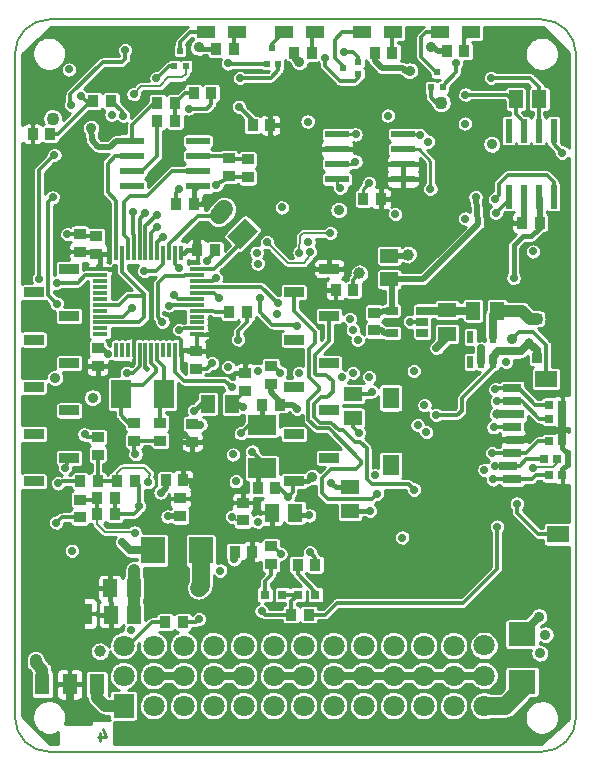
<source format=gbr>
G04 (created by PCBNEW (2013-may-18)-stable) date Čt 25. září 2014, 17:16:29 CEST*
%MOIN*%
G04 Gerber Fmt 3.4, Leading zero omitted, Abs format*
%FSLAX34Y34*%
G01*
G70*
G90*
G04 APERTURE LIST*
%ADD10C,0.00590551*%
%ADD11C,0.00984252*%
%ADD12C,0.06*%
%ADD13R,0.0335X0.0335*%
%ADD14C,0.0708661*%
%ADD15R,0.0708661X0.0787*%
%ADD16R,0.0394X0.0354*%
%ADD17R,0.0669X0.0334*%
%ADD18R,0.0394X0.0272*%
%ADD19R,0.0512X0.0709*%
%ADD20R,0.1496X0.0709*%
%ADD21R,0.0236X0.0394*%
%ADD22R,0.0236X0.0787*%
%ADD23R,0.0787X0.0236*%
%ADD24R,0.0472X0.059*%
%ADD25R,0.0354X0.0394*%
%ADD26R,0.059X0.0314*%
%ADD27R,0.0551X0.0708*%
%ADD28R,0.0748X0.0551*%
%ADD29R,0.0118X0.0512*%
%ADD30R,0.0512X0.0118*%
%ADD31R,0.0590551X0.0393701*%
%ADD32R,0.0314X0.0314*%
%ADD33R,0.0944882X0.0669291*%
%ADD34R,0.0669291X0.0944882*%
%ADD35R,0.0473X0.059*%
%ADD36R,0.059X0.0472*%
%ADD37R,0.059X0.0473*%
%ADD38C,0.019685*%
%ADD39R,0.0315X0.0275*%
%ADD40R,0.019685X0.023622*%
%ADD41R,0.023622X0.019685*%
%ADD42R,0.0906X0.0787*%
%ADD43R,0.0787X0.0906*%
%ADD44C,0.0275591*%
%ADD45C,0.0393701*%
%ADD46C,0.0354331*%
%ADD47C,0.0314961*%
%ADD48C,0.0433071*%
%ADD49C,0.011811*%
%ADD50C,0.019685*%
%ADD51C,0.0275591*%
%ADD52C,0.015748*%
%ADD53C,0.00787402*%
%ADD54C,0.0984252*%
%ADD55C,0.0590551*%
%ADD56C,0.0393701*%
G04 APERTURE END LIST*
G54D10*
G54D11*
X2641Y418D02*
X2641Y155D01*
X2735Y568D02*
X2829Y286D01*
X2585Y286D01*
G54D10*
X-196Y944D02*
G75*
G03X944Y-196I1141J0D01*
G74*
G01*
X944Y24212D02*
X17362Y24212D01*
X-196Y944D02*
X-196Y23070D01*
X17362Y-196D02*
X944Y-196D01*
X18503Y23070D02*
X18503Y944D01*
X17362Y-196D02*
G75*
G03X18503Y944I0J1141D01*
G74*
G01*
X944Y24212D02*
G75*
G03X-196Y23070I0J-1141D01*
G74*
G01*
X18503Y23070D02*
G75*
G03X17362Y24212I-1141J0D01*
G74*
G01*
G36*
X7911Y17177D02*
X7298Y16565D01*
X6874Y16989D01*
X7486Y17601D01*
X7911Y17177D01*
X7911Y17177D01*
G37*
G54D12*
X6591Y17696D02*
X6779Y17884D01*
G54D13*
X17192Y14241D03*
X17192Y12923D03*
G54D14*
X15433Y3346D03*
X15433Y2342D03*
X15433Y1338D03*
G54D15*
X3425Y1340D03*
G54D14*
X3425Y2340D03*
X4425Y1340D03*
X4425Y2340D03*
X5425Y1340D03*
X5425Y2340D03*
X6425Y1340D03*
X6425Y2340D03*
X7425Y1340D03*
X7425Y2340D03*
X8425Y1340D03*
X8425Y2340D03*
X9425Y1340D03*
X9425Y2340D03*
X10425Y1340D03*
X10425Y2340D03*
X11425Y1340D03*
X11425Y2340D03*
X12425Y1340D03*
X12425Y2340D03*
X3425Y3340D03*
X4425Y3340D03*
X5425Y3340D03*
X6425Y3340D03*
X7425Y3340D03*
X8425Y3340D03*
X9425Y3340D03*
X10425Y3340D03*
X11425Y3340D03*
X12425Y3340D03*
X13425Y1340D03*
X13425Y2340D03*
X13425Y3340D03*
X14425Y1340D03*
X14429Y2342D03*
X14425Y3340D03*
G54D16*
X7559Y18955D03*
X7559Y19547D03*
G54D17*
X10275Y15905D03*
X9094Y15117D03*
X10275Y14330D03*
X9094Y13542D03*
X10275Y12755D03*
X9094Y11968D03*
X10275Y11180D03*
X9094Y10393D03*
X10275Y9605D03*
X9094Y8818D03*
X433Y8818D03*
X1614Y9605D03*
X433Y10393D03*
X1614Y11180D03*
X433Y11968D03*
X1614Y12755D03*
X433Y13542D03*
X1614Y14330D03*
X433Y15117D03*
X1614Y15905D03*
G54D18*
X13386Y14507D03*
X13386Y13759D03*
X13386Y14133D03*
X12362Y13759D03*
X12362Y14507D03*
G54D19*
X2531Y2049D03*
X1625Y2049D03*
X719Y2049D03*
G54D20*
X1625Y4411D03*
G54D21*
X15725Y12804D03*
X14975Y12804D03*
X15350Y12804D03*
X14975Y13636D03*
X15725Y13636D03*
G54D22*
X17757Y18309D03*
X17257Y18309D03*
X16757Y18309D03*
X16257Y18309D03*
X16257Y20509D03*
X16757Y20509D03*
X17257Y20509D03*
X17757Y20509D03*
G54D23*
X3703Y18659D03*
X3703Y19159D03*
X3703Y19659D03*
X3703Y20159D03*
X5903Y20159D03*
X5903Y19659D03*
X5903Y19159D03*
X5903Y18659D03*
G54D24*
X16495Y21555D03*
X17283Y21555D03*
X15866Y14507D03*
X15078Y14507D03*
G54D25*
X2420Y21496D03*
X3012Y21496D03*
X12382Y23110D03*
X11790Y23110D03*
X14784Y23149D03*
X14192Y23149D03*
X9705Y23110D03*
X9113Y23110D03*
X7107Y23228D03*
X6515Y23228D03*
X1987Y8818D03*
X2579Y8818D03*
G54D16*
X8326Y12658D03*
X8326Y12066D03*
G54D25*
X6948Y14448D03*
X7540Y14448D03*
X3799Y8818D03*
X3207Y8818D03*
X3130Y8267D03*
X2538Y8267D03*
G54D16*
X1968Y7617D03*
X1968Y8209D03*
X8338Y6054D03*
X8338Y6646D03*
G54D25*
X9223Y6039D03*
X9815Y6039D03*
G54D16*
X7480Y12421D03*
X7480Y11829D03*
G54D26*
X16387Y8886D03*
X16230Y9319D03*
X16387Y9752D03*
X16466Y10185D03*
X16387Y10618D03*
X16466Y11051D03*
X16387Y11484D03*
X16387Y11917D03*
G54D27*
X12332Y11598D03*
X12332Y9354D03*
G54D28*
X17903Y7051D03*
X17509Y12228D03*
G54D29*
X4743Y13189D03*
X4546Y13189D03*
X4349Y13189D03*
X4153Y13189D03*
X3956Y13189D03*
X5334Y13189D03*
X5137Y13189D03*
X4940Y13189D03*
G54D30*
X2637Y13720D03*
X2637Y13917D03*
X2637Y14114D03*
X2637Y14311D03*
X2637Y14508D03*
X2637Y14705D03*
X2637Y14901D03*
X2637Y15098D03*
G54D29*
X3168Y16417D03*
X3365Y16417D03*
X3562Y16417D03*
X3759Y16417D03*
X3956Y16417D03*
X4153Y16417D03*
X4349Y16417D03*
X4546Y16417D03*
G54D30*
X5865Y15886D03*
X5865Y15689D03*
X5865Y15492D03*
X5865Y15295D03*
X5865Y15098D03*
X5865Y14901D03*
X5865Y14705D03*
X5865Y14508D03*
G54D29*
X3759Y13189D03*
X3562Y13189D03*
X3365Y13189D03*
X3168Y13189D03*
G54D30*
X2637Y15295D03*
X2637Y15492D03*
X2637Y15689D03*
X2637Y15886D03*
G54D29*
X4743Y16417D03*
X4940Y16417D03*
X5137Y16417D03*
X5334Y16417D03*
G54D30*
X5865Y14311D03*
X5865Y14114D03*
X5865Y13917D03*
X5865Y13720D03*
G54D31*
X6181Y23779D03*
X7204Y23779D03*
X8779Y23779D03*
X9803Y23779D03*
X13976Y23779D03*
X15000Y23779D03*
X11377Y23779D03*
X12401Y23779D03*
G54D32*
X8130Y5039D03*
X8720Y5039D03*
X9818Y5039D03*
X9228Y5039D03*
G54D33*
X8031Y9251D03*
X8031Y10708D03*
G54D34*
X3326Y11732D03*
X4783Y11732D03*
G54D24*
X8365Y7775D03*
G54D35*
X9153Y7775D03*
G54D24*
X7027Y11397D03*
G54D35*
X6239Y11397D03*
G54D36*
X12283Y15550D03*
G54D37*
X12283Y16338D03*
G54D36*
X10964Y7834D03*
G54D37*
X10964Y8622D03*
G54D36*
X11062Y11732D03*
G54D37*
X11062Y10944D03*
G54D24*
X2991Y4370D03*
G54D35*
X3779Y4370D03*
G54D36*
X14212Y14523D03*
G54D37*
X14212Y13735D03*
G54D24*
X2972Y5255D03*
G54D35*
X3760Y5255D03*
G54D25*
X8050Y11377D03*
X8642Y11377D03*
X7892Y8582D03*
X8484Y8582D03*
G54D16*
X4645Y10768D03*
X4645Y10176D03*
X3779Y10768D03*
X3779Y10176D03*
G54D25*
X3130Y7716D03*
X2538Y7716D03*
X16711Y17440D03*
X17303Y17440D03*
X11083Y15196D03*
X10491Y15196D03*
G54D16*
X6929Y18995D03*
X6929Y19587D03*
G54D25*
X5142Y20818D03*
X4550Y20818D03*
X7717Y6476D03*
X7125Y6476D03*
G54D16*
X5314Y8248D03*
X5314Y7656D03*
G54D25*
X5414Y8858D03*
X4822Y8858D03*
G54D16*
X5708Y10137D03*
X5708Y10729D03*
X2559Y10296D03*
X2559Y9704D03*
X7401Y8110D03*
X7401Y7518D03*
X2519Y16988D03*
X2519Y16396D03*
G54D25*
X6477Y16535D03*
X5885Y16535D03*
G54D16*
X5826Y12578D03*
X5826Y13170D03*
X2559Y13248D03*
X2559Y12656D03*
X1968Y17067D03*
X1968Y16475D03*
X11775Y14437D03*
X11775Y13845D03*
G54D25*
X5176Y18070D03*
X5768Y18070D03*
G54D38*
X4188Y12547D03*
G54D39*
X17618Y11377D03*
X18050Y11377D03*
X17618Y10157D03*
X18050Y10157D03*
X17618Y9015D03*
X18050Y9015D03*
X17618Y10905D03*
X18050Y10905D03*
X17869Y9566D03*
X17437Y9566D03*
G54D40*
X5511Y22657D03*
X5118Y22657D03*
X5314Y23169D03*
X8582Y22736D03*
X8188Y22736D03*
X8385Y23248D03*
X14055Y21948D03*
X13661Y21948D03*
X13858Y22460D03*
G54D41*
X11240Y22795D03*
X11240Y22401D03*
X10728Y22598D03*
G54D25*
X5406Y4125D03*
X4814Y4125D03*
X9599Y4377D03*
X9007Y4377D03*
X981Y20397D03*
X389Y20397D03*
X8315Y20688D03*
X7723Y20688D03*
G54D23*
X10537Y18883D03*
X10537Y19383D03*
X10537Y19883D03*
X10537Y20383D03*
X12737Y20383D03*
X12737Y19883D03*
X12737Y19383D03*
X12737Y18883D03*
G54D25*
X12000Y18236D03*
X11408Y18236D03*
G54D42*
X16704Y3716D03*
X16704Y2134D03*
G54D43*
X5991Y6515D03*
X4409Y6515D03*
G54D25*
X5755Y21763D03*
X6347Y21763D03*
X4550Y21429D03*
X5142Y21429D03*
G54D44*
X2799Y3594D03*
X15177Y15818D03*
X11287Y19858D03*
X11169Y16244D03*
X8271Y15763D03*
X10027Y17661D03*
X8232Y21102D03*
G54D45*
X2484Y11137D03*
X720Y4165D03*
G54D46*
X5700Y20791D03*
X4948Y23409D03*
X3409Y23661D03*
G54D44*
X6732Y13425D03*
G54D46*
X6165Y17338D03*
G54D44*
X2744Y20559D03*
X11279Y21409D03*
X6177Y18224D03*
X1921Y22724D03*
X12177Y12610D03*
G54D47*
X15870Y10185D03*
G54D44*
X14122Y8452D03*
X15070Y7775D03*
X5433Y10354D03*
X5748Y8657D03*
X7590Y6169D03*
X12409Y6106D03*
X5881Y8334D03*
X15157Y18287D03*
G54D46*
X17299Y3090D03*
G54D44*
X3377Y6783D03*
G54D48*
X1062Y20905D03*
G54D46*
X12956Y22507D03*
X2389Y11610D03*
X5921Y23279D03*
X9283Y22803D03*
X13669Y23295D03*
G54D44*
X3791Y7110D03*
X4232Y8787D03*
X15830Y17763D03*
X11062Y13870D03*
X15799Y18228D03*
X10976Y14232D03*
X9559Y20807D03*
X4940Y14677D03*
X5114Y15035D03*
X12232Y21011D03*
X4720Y14133D03*
X6909Y12625D03*
X7027Y11956D03*
X17070Y16480D03*
X7066Y9712D03*
X10649Y18602D03*
X5944Y4228D03*
G54D46*
X17480Y3704D03*
G54D44*
X4893Y7645D03*
X8023Y4492D03*
G54D46*
X15692Y20047D03*
G54D44*
X11157Y20381D03*
X11602Y18767D03*
G54D45*
X11287Y15748D03*
G54D44*
X8704Y17948D03*
X7267Y21303D03*
X10141Y22929D03*
X6901Y22751D03*
X4519Y22251D03*
G54D46*
X10594Y17862D03*
G54D48*
X14015Y21437D03*
G54D45*
X12901Y16377D03*
G54D44*
X7244Y13543D03*
X17059Y9267D03*
G54D46*
X1141Y12263D03*
X2342Y20598D03*
G54D44*
X6519Y18704D03*
X1551Y17055D03*
X1192Y15429D03*
X5287Y18547D03*
X5259Y15929D03*
X6192Y16161D03*
X3539Y12437D03*
X5271Y13858D03*
X2893Y13078D03*
X6377Y12755D03*
X1602Y22547D03*
X5767Y11169D03*
X18043Y19771D03*
X16421Y15590D03*
X12972Y14137D03*
G54D46*
X16366Y13559D03*
G54D44*
X16531Y8078D03*
X15354Y13248D03*
X13854Y13259D03*
X15452Y9200D03*
G54D47*
X15870Y11051D03*
G54D44*
X8897Y8307D03*
X9200Y11240D03*
X2125Y10381D03*
X3937Y7992D03*
X3818Y9724D03*
G54D45*
X3779Y5866D03*
X2637Y3149D03*
G54D44*
X11259Y10433D03*
X13098Y12496D03*
X7047Y7637D03*
G54D46*
X9708Y8960D03*
G54D44*
X9614Y7681D03*
X10354Y8771D03*
X4657Y8444D03*
X7165Y8818D03*
X5984Y10708D03*
X12712Y6940D03*
X7106Y6212D03*
X14496Y22767D03*
X4102Y15822D03*
X10759Y23133D03*
X4728Y16964D03*
X7299Y22263D03*
X4551Y17283D03*
X3755Y21720D03*
X4535Y17708D03*
X8208Y16795D03*
X9637Y16464D03*
X9267Y12433D03*
X10314Y17094D03*
X9287Y16444D03*
X7905Y12496D03*
X14799Y20744D03*
X14811Y17574D03*
X11692Y11811D03*
X8657Y6397D03*
X7330Y10421D03*
X7708Y9811D03*
X5598Y21244D03*
G54D46*
X16629Y14515D03*
X17267Y4307D03*
G54D45*
X5925Y5275D03*
X492Y2862D03*
G54D44*
X1240Y8751D03*
X1181Y7440D03*
X610Y15578D03*
X1118Y19696D03*
G54D47*
X16952Y13440D03*
G54D44*
X13846Y11027D03*
X14818Y21708D03*
X15677Y22267D03*
X11641Y7834D03*
X1192Y14744D03*
X1059Y18279D03*
X15866Y7307D03*
X2003Y21657D03*
X7397Y11303D03*
X9641Y6448D03*
X8645Y12444D03*
X3692Y14610D03*
X1677Y21358D03*
X3476Y23196D03*
X3023Y21035D03*
X3732Y17787D03*
X3401Y21007D03*
X4137Y17748D03*
X3661Y3850D03*
X7897Y7476D03*
X15759Y10618D03*
X11228Y13535D03*
X15712Y9755D03*
X10700Y12283D03*
X15870Y11480D03*
X13511Y10456D03*
X15818Y11885D03*
X13224Y10696D03*
X15748Y8881D03*
X11610Y12291D03*
X15818Y9326D03*
X11074Y12433D03*
X1700Y6503D03*
X6645Y5838D03*
X11149Y19476D03*
X9586Y16803D03*
X13566Y20141D03*
X8555Y14755D03*
X13303Y20366D03*
X12476Y17724D03*
X7893Y16074D03*
X6598Y14925D03*
X8539Y14385D03*
X13649Y18562D03*
X7858Y16437D03*
X6496Y15586D03*
X7964Y14940D03*
X9196Y13980D03*
X16173Y12795D03*
X13452Y11354D03*
X1476Y9263D03*
X11811Y9015D03*
X11877Y8405D03*
X13110Y8539D03*
G54D49*
X2799Y3594D02*
X2795Y3598D01*
X2795Y3598D02*
X2728Y3598D01*
X8315Y20688D02*
X8315Y20979D01*
X8315Y20979D02*
X8232Y21102D01*
G54D50*
X1625Y4411D02*
X1625Y4247D01*
X1625Y4247D02*
X720Y4165D01*
X15870Y10185D02*
X16465Y10185D01*
X17086Y10500D02*
X18050Y10500D01*
X16811Y10224D02*
X17086Y10500D01*
X16504Y10224D02*
X16811Y10224D01*
X16465Y10185D02*
X16504Y10224D01*
G54D51*
X18050Y10157D02*
X18050Y10500D01*
X18050Y10500D02*
X18050Y10905D01*
X18050Y10905D02*
X18050Y11377D01*
G54D50*
X5700Y20791D02*
X5696Y20791D01*
G54D51*
X5885Y16535D02*
X5885Y17058D01*
X5885Y17058D02*
X6165Y17338D01*
G54D52*
X18050Y9015D02*
X18050Y9219D01*
X18050Y9917D02*
X18050Y10157D01*
X18188Y9779D02*
X18050Y9917D01*
X18188Y9358D02*
X18188Y9779D01*
X18050Y9219D02*
X18188Y9358D01*
G54D49*
X5334Y13189D02*
X5334Y13531D01*
G54D50*
X3759Y13665D02*
X3795Y13700D01*
X3795Y13700D02*
X4889Y13700D01*
G54D49*
X3759Y13665D02*
X3759Y13189D01*
X5019Y13700D02*
X4889Y13700D01*
X5137Y13582D02*
X5019Y13700D01*
X5284Y13582D02*
X5137Y13582D01*
X5334Y13531D02*
X5284Y13582D01*
G54D53*
X3759Y13189D02*
X3759Y12834D01*
X3759Y12834D02*
X3665Y12740D01*
X3665Y12740D02*
X2996Y12740D01*
X2996Y12740D02*
X2912Y12656D01*
X2912Y12656D02*
X2559Y12656D01*
G54D49*
X5768Y18070D02*
X6023Y18070D01*
X6023Y18070D02*
X6177Y18224D01*
X5334Y13189D02*
X5807Y13189D01*
X5865Y13247D02*
X5865Y13720D01*
X5807Y13189D02*
X5865Y13247D01*
X1925Y22720D02*
X1929Y22720D01*
X1921Y22724D02*
X1925Y22720D01*
G54D50*
X15870Y10185D02*
X16466Y10185D01*
X15870Y10185D02*
X15870Y10185D01*
G54D49*
X15070Y7775D02*
X15074Y7775D01*
X5433Y10354D02*
X5491Y10354D01*
X5491Y10354D02*
X5708Y10137D01*
X5547Y8858D02*
X5414Y8858D01*
X5748Y8657D02*
X5547Y8858D01*
G54D53*
X7590Y6169D02*
X7590Y6349D01*
X7590Y6349D02*
X7717Y6476D01*
G54D52*
X12409Y6106D02*
X12397Y6118D01*
G54D51*
X5881Y8334D02*
X5870Y8346D01*
G54D50*
X16757Y18309D02*
X16757Y17486D01*
X16757Y17486D02*
X16711Y17440D01*
G54D51*
X1625Y2049D02*
X1625Y1367D01*
X1625Y1367D02*
X1633Y1358D01*
G54D11*
X3759Y13189D02*
X3759Y12767D01*
X3759Y12767D02*
X3759Y12767D01*
G54D52*
X5768Y18070D02*
X5768Y18524D01*
X5768Y18524D02*
X5903Y18659D01*
G54D11*
X5334Y16417D02*
X5432Y16417D01*
G54D52*
X5551Y16535D02*
X5885Y16535D01*
X5432Y16417D02*
X5551Y16535D01*
G54D11*
X2582Y15984D02*
X2582Y15941D01*
X2582Y15941D02*
X2637Y15886D01*
G54D52*
X1968Y16475D02*
X2440Y16475D01*
X2598Y15984D02*
X2582Y15984D01*
X2582Y15984D02*
X2559Y15984D01*
X2637Y16023D02*
X2598Y15984D01*
X2637Y16278D02*
X2637Y16023D01*
X2440Y16475D02*
X2637Y16278D01*
G54D54*
X1625Y4411D02*
X592Y4411D01*
X592Y4411D02*
X590Y4409D01*
X1625Y4411D02*
X1625Y3396D01*
X1625Y3396D02*
X1574Y3346D01*
X1625Y4411D02*
X1625Y5128D01*
X1625Y5128D02*
X1850Y5354D01*
G54D50*
X12283Y15550D02*
X13405Y15550D01*
X15251Y17397D02*
X15157Y18287D01*
X13405Y15550D02*
X15251Y17397D01*
X12362Y14507D02*
X12362Y15472D01*
X12362Y15472D02*
X12283Y15550D01*
X11775Y14437D02*
X11984Y14437D01*
X12055Y14507D02*
X12362Y14507D01*
X11984Y14437D02*
X12055Y14507D01*
G54D51*
X4409Y6515D02*
X3645Y6515D01*
X3645Y6515D02*
X3377Y6783D01*
G54D50*
X11790Y23110D02*
X11790Y22831D01*
X12811Y22507D02*
X12956Y22507D01*
X12728Y22590D02*
X12811Y22507D01*
X12031Y22590D02*
X12728Y22590D01*
X11790Y22831D02*
X12031Y22590D01*
G54D52*
X5972Y23228D02*
X6515Y23228D01*
X5921Y23279D02*
X5972Y23228D01*
G54D49*
X9283Y22803D02*
X9185Y22803D01*
X9113Y22874D02*
X9113Y23110D01*
X9185Y22803D02*
X9113Y22874D01*
G54D50*
X13669Y23295D02*
X13744Y23295D01*
X13744Y23295D02*
X13889Y23149D01*
X13889Y23149D02*
X14192Y23149D01*
G54D51*
X4425Y2340D02*
X5425Y2340D01*
X6425Y2340D02*
X7425Y2340D01*
X8425Y2340D02*
X9425Y2340D01*
X10425Y2340D02*
X11425Y2340D01*
X11425Y2340D02*
X12425Y2340D01*
X12425Y2340D02*
X13425Y2340D01*
X13425Y2340D02*
X13427Y2342D01*
X13427Y2342D02*
X15433Y2342D01*
G54D53*
X2538Y7394D02*
X2538Y7716D01*
X2799Y7133D02*
X2538Y7394D01*
X3767Y7133D02*
X2799Y7133D01*
X3791Y7110D02*
X3767Y7133D01*
G54D49*
X1968Y8209D02*
X2480Y8209D01*
X2538Y8151D02*
X2538Y7716D01*
X2480Y8209D02*
X2538Y8151D01*
X2559Y9704D02*
X2559Y8839D01*
X2559Y8839D02*
X2579Y8818D01*
G54D53*
X3207Y9105D02*
X3207Y8818D01*
X3374Y9271D02*
X3207Y9105D01*
X4110Y9271D02*
X3374Y9271D01*
X4307Y9074D02*
X4110Y9271D01*
X4208Y8811D02*
X4307Y9074D01*
X4232Y8787D02*
X4208Y8811D01*
G54D49*
X2579Y8818D02*
X3207Y8818D01*
X16257Y18190D02*
X16257Y18309D01*
X15830Y17763D02*
X16257Y18190D01*
X17757Y18797D02*
X17757Y18309D01*
X17523Y19031D02*
X17757Y18797D01*
X16228Y19031D02*
X17523Y19031D01*
X15925Y18728D02*
X16228Y19031D01*
X15925Y18354D02*
X15925Y18728D01*
X15799Y18228D02*
X15925Y18354D01*
X5865Y14705D02*
X4968Y14705D01*
X4968Y14705D02*
X4940Y14677D01*
X5865Y14901D02*
X5248Y14901D01*
X5248Y14901D02*
X5114Y15035D01*
X5480Y15689D02*
X5865Y15689D01*
X5440Y15649D02*
X5480Y15689D01*
X4795Y15649D02*
X5440Y15649D01*
X4559Y15413D02*
X4795Y15649D01*
X4559Y14295D02*
X4559Y15413D01*
X4720Y14133D02*
X4559Y14295D01*
X5137Y12472D02*
X5137Y13189D01*
X5444Y12165D02*
X5137Y12472D01*
X6818Y12165D02*
X5444Y12165D01*
X7027Y11956D02*
X6818Y12165D01*
G54D11*
X10537Y18714D02*
X10537Y18883D01*
X10649Y18602D02*
X10537Y18714D01*
G54D49*
X4550Y21429D02*
X4440Y21429D01*
X3703Y20691D02*
X3703Y20159D01*
X4440Y21429D02*
X3703Y20691D01*
X5406Y4125D02*
X5842Y4125D01*
X5842Y4125D02*
X5944Y4228D01*
G54D55*
X16704Y2134D02*
X16704Y1889D01*
X16153Y1338D02*
X15433Y1338D01*
X16704Y1889D02*
X16153Y1338D01*
G54D50*
X5314Y7656D02*
X4904Y7656D01*
X4904Y7656D02*
X4893Y7645D01*
G54D49*
X8720Y5039D02*
X9228Y5039D01*
X9228Y5039D02*
X9007Y4817D01*
X9007Y4817D02*
X9007Y4377D01*
X9007Y4377D02*
X8137Y4377D01*
X8137Y4377D02*
X8023Y4492D01*
G54D11*
X10537Y20383D02*
X11155Y20383D01*
X11155Y20383D02*
X11157Y20381D01*
X11404Y18374D02*
X11404Y18570D01*
X11404Y18570D02*
X11602Y18767D01*
G54D49*
X11083Y15544D02*
X11287Y15748D01*
X11083Y15544D02*
X11083Y15196D01*
X7723Y20688D02*
X7723Y20847D01*
X7723Y20847D02*
X7267Y21303D01*
X13661Y21948D02*
X13661Y21614D01*
X13838Y21437D02*
X14015Y21437D01*
X13661Y21614D02*
X13838Y21437D01*
X11240Y22401D02*
X11240Y22263D01*
X10141Y22653D02*
X10141Y22929D01*
X10629Y22165D02*
X10141Y22653D01*
X11141Y22165D02*
X10629Y22165D01*
X11240Y22263D02*
X11141Y22165D01*
X8188Y22736D02*
X6917Y22736D01*
X6917Y22736D02*
X6901Y22751D01*
X4519Y22251D02*
X4527Y22251D01*
X4933Y22657D02*
X5118Y22657D01*
X4527Y22251D02*
X4933Y22657D01*
G54D50*
X14015Y21437D02*
X14011Y21440D01*
X12283Y16338D02*
X12862Y16338D01*
X12862Y16338D02*
X12901Y16377D01*
G54D49*
X7540Y14448D02*
X7540Y14122D01*
X7244Y13826D02*
X7244Y13543D01*
X7540Y14122D02*
X7244Y13826D01*
G54D53*
X17869Y9566D02*
X17869Y9440D01*
X17086Y9295D02*
X17059Y9267D01*
X17724Y9295D02*
X17086Y9295D01*
X17869Y9440D02*
X17724Y9295D01*
G54D50*
X3703Y20159D02*
X3163Y20159D01*
X2366Y20185D02*
X2342Y20598D01*
X2578Y19972D02*
X2366Y20185D01*
X2976Y19972D02*
X2578Y19972D01*
X3163Y20159D02*
X2976Y19972D01*
G54D49*
X7559Y18955D02*
X6968Y18955D01*
X6523Y18743D02*
X6523Y18700D01*
X6968Y18955D02*
X6523Y18743D01*
X2519Y16988D02*
X2047Y16988D01*
X1981Y17055D02*
X1551Y17055D01*
X2047Y16988D02*
X1981Y17055D01*
X2637Y15689D02*
X2153Y15689D01*
X1893Y15429D02*
X1192Y15429D01*
X2153Y15689D02*
X1893Y15429D01*
X5176Y18070D02*
X5176Y18436D01*
X5176Y18436D02*
X5287Y18547D01*
X5137Y16417D02*
X5137Y16051D01*
X5137Y16051D02*
X5259Y15929D01*
X6477Y16535D02*
X6477Y16445D01*
X6477Y16445D02*
X6192Y16161D01*
X3956Y13189D02*
X3956Y12649D01*
X3744Y12437D02*
X3539Y12437D01*
X3956Y12649D02*
X3744Y12437D01*
X5865Y13917D02*
X5523Y13917D01*
X5271Y13889D02*
X5271Y13858D01*
X5523Y13917D02*
X5271Y13889D01*
X2559Y13248D02*
X2723Y13248D01*
X2723Y13248D02*
X2893Y13078D01*
X5826Y12578D02*
X6200Y12578D01*
X6200Y12578D02*
X6377Y12755D01*
X1602Y22547D02*
X1602Y22551D01*
G54D52*
X6239Y11397D02*
X5996Y11397D01*
X5996Y11397D02*
X5767Y11169D01*
G54D49*
X17757Y20509D02*
X17757Y20057D01*
X17757Y20057D02*
X18043Y19771D01*
G54D52*
X17303Y17440D02*
X17303Y17272D01*
X16421Y16685D02*
X16421Y15590D01*
X16724Y16988D02*
X16421Y16685D01*
X17019Y16988D02*
X16724Y16988D01*
X17303Y17272D02*
X17019Y16988D01*
G54D49*
X13386Y14133D02*
X12976Y14133D01*
X12976Y14133D02*
X12972Y14137D01*
X17509Y12228D02*
X17509Y13365D01*
X16598Y13791D02*
X16366Y13559D01*
X17082Y13791D02*
X16598Y13791D01*
X17509Y13365D02*
X17082Y13791D01*
X17903Y7051D02*
X17247Y7051D01*
X16531Y7767D02*
X16531Y8078D01*
X17247Y7051D02*
X16531Y7767D01*
G54D51*
X15350Y12804D02*
X15350Y13244D01*
X15350Y13244D02*
X15354Y13248D01*
X14212Y13735D02*
X14212Y13618D01*
X14212Y13618D02*
X13854Y13259D01*
X15870Y11051D02*
X16466Y11051D01*
X15870Y11051D02*
X15870Y11051D01*
G54D49*
X8897Y8307D02*
X9055Y8464D01*
X8622Y8582D02*
X8897Y8307D01*
X8484Y8582D02*
X8622Y8582D01*
X9055Y8779D02*
X9094Y8818D01*
X9055Y8464D02*
X9055Y8779D01*
X3937Y7992D02*
X3937Y7889D01*
X3763Y7716D02*
X3130Y7716D01*
X3937Y7889D02*
X3763Y7716D01*
G54D50*
X8642Y11377D02*
X9062Y11377D01*
X9062Y11377D02*
X9200Y11240D01*
X8642Y11377D02*
X8642Y11467D01*
X8326Y11783D02*
X8326Y12066D01*
X8642Y11467D02*
X8326Y11783D01*
G54D49*
X2211Y10296D02*
X2559Y10296D01*
X2125Y10381D02*
X2211Y10296D01*
X3937Y7992D02*
X3937Y8681D01*
X3937Y8681D02*
X3799Y8818D01*
X3130Y8267D02*
X3130Y7992D01*
X3130Y7992D02*
X3130Y7716D01*
X3779Y10176D02*
X4645Y10176D01*
X3779Y9763D02*
X3779Y10176D01*
X3818Y9724D02*
X3779Y9763D01*
G54D56*
X3779Y4370D02*
X3779Y5236D01*
X3779Y5236D02*
X3779Y5866D01*
X3779Y5236D02*
X3779Y5236D01*
X2531Y2049D02*
X2531Y1602D01*
X2793Y1340D02*
X3425Y1340D01*
X2531Y1602D02*
X2793Y1340D01*
G54D49*
X11062Y10944D02*
X11062Y10629D01*
X11062Y10629D02*
X11259Y10433D01*
G54D53*
X7401Y7518D02*
X7166Y7518D01*
X7166Y7518D02*
X7047Y7637D01*
X7106Y6212D02*
X7106Y6457D01*
X7106Y6457D02*
X7125Y6476D01*
G54D52*
X9094Y8818D02*
X9566Y8818D01*
X9566Y8818D02*
X9708Y8960D01*
X9614Y7681D02*
X9248Y7681D01*
X9248Y7681D02*
X9153Y7775D01*
X10964Y8622D02*
X10503Y8622D01*
X10503Y8622D02*
X10354Y8771D01*
G54D50*
X4822Y8858D02*
X4822Y8609D01*
X4822Y8609D02*
X4657Y8444D01*
G54D49*
X5944Y10748D02*
X5787Y10748D01*
X5984Y10708D02*
X5944Y10748D01*
X7118Y6200D02*
X7153Y6200D01*
X7106Y6212D02*
X7118Y6200D01*
G54D50*
X17303Y17440D02*
X17303Y18263D01*
X17303Y18263D02*
X17257Y18309D01*
G54D49*
X14055Y21948D02*
X14055Y22007D01*
X4743Y16062D02*
X4743Y16417D01*
X4503Y15822D02*
X4102Y15822D01*
X4743Y16062D02*
X4503Y15822D01*
X14496Y22448D02*
X14496Y22767D01*
X14055Y22007D02*
X14496Y22448D01*
X10759Y23133D02*
X11078Y23133D01*
X11240Y22972D02*
X11240Y22795D01*
X11078Y23133D02*
X11240Y22972D01*
X4546Y16417D02*
X4546Y16783D01*
X4546Y16783D02*
X4728Y16964D01*
X8582Y22736D02*
X8582Y22519D01*
X4349Y17082D02*
X4349Y16417D01*
X4349Y17082D02*
X4551Y17283D01*
X8326Y22263D02*
X7299Y22263D01*
X8582Y22519D02*
X8326Y22263D01*
G54D53*
X3755Y21720D02*
X3755Y21732D01*
X5511Y22409D02*
X5511Y22657D01*
X5381Y22279D02*
X5511Y22409D01*
X4917Y22279D02*
X5381Y22279D01*
X4625Y21988D02*
X4917Y22279D01*
X4011Y21988D02*
X4625Y21988D01*
X3755Y21732D02*
X4011Y21988D01*
G54D49*
X4153Y16417D02*
X4153Y17327D01*
X4153Y17327D02*
X4535Y17708D01*
G54D53*
X9637Y16464D02*
X9637Y16350D01*
X8905Y16098D02*
X8208Y16795D01*
X9444Y16098D02*
X8905Y16098D01*
X9637Y16350D02*
X9444Y16098D01*
X9311Y16980D02*
X9287Y16444D01*
X9413Y17082D02*
X9311Y16980D01*
X10303Y17082D02*
X9413Y17082D01*
X10314Y17094D02*
X10303Y17082D01*
G54D49*
X11614Y11732D02*
X11062Y11732D01*
X11692Y11811D02*
X11614Y11732D01*
X9818Y5039D02*
X9818Y5138D01*
X9223Y5733D02*
X9223Y6039D01*
X9818Y5138D02*
X9223Y5733D01*
X8338Y6646D02*
X8408Y6646D01*
X8408Y6646D02*
X8657Y6397D01*
X8130Y5039D02*
X8130Y5480D01*
X8338Y5688D02*
X8338Y6054D01*
X8130Y5480D02*
X8338Y5688D01*
X4940Y16417D02*
X4940Y16720D01*
X6568Y17673D02*
X6685Y17790D01*
X5893Y17673D02*
X6568Y17673D01*
X4940Y16720D02*
X5893Y17673D01*
X5865Y15886D02*
X6441Y15886D01*
X7392Y16837D02*
X7392Y17083D01*
X6441Y15886D02*
X7392Y16837D01*
X3779Y10768D02*
X3578Y10768D01*
X3326Y11019D02*
X3326Y11732D01*
X3578Y10768D02*
X3326Y11019D01*
X4349Y13189D02*
X4349Y12752D01*
X3633Y12039D02*
X3326Y11732D01*
X4078Y12039D02*
X3633Y12039D01*
X4500Y12460D02*
X4078Y12039D01*
X4500Y12602D02*
X4500Y12460D01*
X4349Y12752D02*
X4500Y12602D01*
X4645Y10768D02*
X4645Y11594D01*
X4645Y11594D02*
X4783Y11732D01*
X4546Y13189D02*
X4546Y12866D01*
X4783Y12629D02*
X4783Y11732D01*
X4546Y12866D02*
X4783Y12629D01*
X7618Y10708D02*
X8031Y10708D01*
X7330Y10421D02*
X7618Y10708D01*
G54D52*
X8031Y10708D02*
X8031Y11358D01*
X8031Y11358D02*
X8050Y11377D01*
G54D49*
X8031Y9488D02*
X8031Y9251D01*
X7708Y9811D02*
X8031Y9488D01*
G54D52*
X7892Y8582D02*
X7892Y9113D01*
X7892Y9113D02*
X8031Y9251D01*
G54D49*
X10728Y22598D02*
X10728Y22657D01*
X10708Y23779D02*
X11377Y23779D01*
X10472Y23543D02*
X10708Y23779D01*
X10472Y22913D02*
X10472Y23543D01*
X10728Y22657D02*
X10472Y22913D01*
X11377Y23751D02*
X11377Y23779D01*
X4814Y4125D02*
X4370Y4125D01*
X3584Y3340D02*
X3425Y3340D01*
X4370Y4125D02*
X3584Y3340D01*
X3703Y19159D02*
X4049Y19159D01*
X4550Y19660D02*
X4550Y20818D01*
X4049Y19159D02*
X4550Y19660D01*
X5142Y20818D02*
X5142Y21429D01*
X5142Y21429D02*
X5477Y21763D01*
X5477Y21763D02*
X5755Y21763D01*
X5598Y21244D02*
X6192Y21244D01*
X6347Y21398D02*
X6347Y21763D01*
X6192Y21244D02*
X6347Y21398D01*
G54D56*
X16974Y14241D02*
X16740Y14476D01*
X16740Y14476D02*
X16708Y14507D01*
X16708Y14507D02*
X15866Y14507D01*
X17192Y14241D02*
X16974Y14241D01*
G54D51*
X16704Y3716D02*
X16704Y3744D01*
X16704Y3744D02*
X17267Y4307D01*
G54D56*
X719Y2049D02*
X719Y2532D01*
G54D55*
X5991Y5342D02*
X5991Y6515D01*
X5925Y5275D02*
X5991Y5342D01*
G54D56*
X492Y2759D02*
X492Y2862D01*
X719Y2532D02*
X492Y2759D01*
G54D51*
X15725Y13636D02*
X15725Y14366D01*
X15725Y14366D02*
X15866Y14507D01*
G54D49*
X1987Y8818D02*
X1377Y8818D01*
X1377Y8818D02*
X1240Y8751D01*
X1968Y7617D02*
X1357Y7617D01*
X1357Y7617D02*
X1181Y7440D01*
G54D50*
X12362Y13759D02*
X12110Y13759D01*
X12024Y13845D02*
X11775Y13845D01*
X12110Y13759D02*
X12024Y13845D01*
G54D49*
X610Y19188D02*
X610Y15578D01*
X1118Y19696D02*
X610Y19188D01*
G54D51*
X17192Y12923D02*
X17192Y13200D01*
X17192Y13200D02*
X16952Y13440D01*
G54D49*
X15725Y12804D02*
X15725Y12619D01*
X15725Y12619D02*
X14692Y11586D01*
G54D51*
X15725Y12977D02*
X15725Y12804D01*
X15897Y13149D02*
X15725Y12977D01*
X16661Y13149D02*
X15897Y13149D01*
X16952Y13440D02*
X16661Y13149D01*
G54D49*
X14692Y11586D02*
X14692Y11173D01*
X14692Y11173D02*
X14547Y11027D01*
X14547Y11027D02*
X13846Y11027D01*
G54D51*
X15078Y14507D02*
X14228Y14507D01*
X14228Y14507D02*
X13386Y14507D01*
X14228Y14507D02*
X14228Y14507D01*
G54D49*
X16757Y20509D02*
X16757Y20789D01*
X16495Y21051D02*
X16495Y21555D01*
X16757Y20789D02*
X16495Y21051D01*
X16495Y21555D02*
X16342Y21555D01*
X16188Y21708D02*
X14818Y21708D01*
X16342Y21555D02*
X16188Y21708D01*
X17257Y20509D02*
X17257Y21529D01*
X17257Y21529D02*
X17283Y21555D01*
X17283Y21555D02*
X17283Y21948D01*
X16964Y22267D02*
X15677Y22267D01*
X17283Y21948D02*
X16964Y22267D01*
G54D52*
X11145Y7834D02*
X10964Y7834D01*
X11641Y7834D02*
X11145Y7834D01*
G54D49*
X5903Y19659D02*
X6857Y19659D01*
X6968Y19547D02*
X7559Y19547D01*
X6857Y19659D02*
X6968Y19547D01*
X913Y15023D02*
X1192Y14744D01*
X913Y18133D02*
X913Y15023D01*
X1059Y18279D02*
X913Y18133D01*
X15866Y5972D02*
X15866Y5889D01*
X15866Y5972D02*
X15866Y7307D01*
X10149Y4377D02*
X9599Y4377D01*
X10535Y4763D02*
X10149Y4377D01*
X14740Y4763D02*
X10535Y4763D01*
X15866Y5889D02*
X14740Y4763D01*
X981Y20397D02*
X1224Y20397D01*
X2322Y21496D02*
X2420Y21496D01*
X1224Y20397D02*
X2322Y21496D01*
X2420Y21496D02*
X2165Y21496D01*
X2165Y21496D02*
X2003Y21657D01*
X7107Y23228D02*
X7107Y23681D01*
X7107Y23681D02*
X7204Y23779D01*
X14784Y23149D02*
X14784Y23563D01*
X14784Y23563D02*
X15000Y23779D01*
X9705Y23110D02*
X9705Y23681D01*
X9705Y23681D02*
X9803Y23779D01*
X8385Y23248D02*
X8385Y23385D01*
X8385Y23385D02*
X8779Y23779D01*
X8779Y23744D02*
X8779Y23779D01*
X13858Y22460D02*
X13838Y22460D01*
X13503Y23779D02*
X13976Y23779D01*
X13346Y23622D02*
X13503Y23779D01*
X13346Y22952D02*
X13346Y23622D01*
X13838Y22460D02*
X13346Y22952D01*
G54D53*
X14145Y23779D02*
X13976Y23779D01*
G54D49*
X5314Y23169D02*
X5314Y23468D01*
X5625Y23779D02*
X6181Y23779D01*
X5314Y23468D02*
X5625Y23779D01*
X12382Y23110D02*
X12382Y23760D01*
X12382Y23760D02*
X12401Y23779D01*
X7303Y11397D02*
X7027Y11397D01*
X7397Y11303D02*
X7303Y11397D01*
X7027Y11397D02*
X7047Y11397D01*
X7047Y11397D02*
X7480Y11829D01*
X4153Y13189D02*
X4153Y12582D01*
X4153Y12582D02*
X4188Y12547D01*
X9815Y6274D02*
X9815Y6039D01*
X9641Y6448D02*
X9815Y6274D01*
X8432Y12658D02*
X8326Y12658D01*
X8645Y12444D02*
X8432Y12658D01*
X6948Y14448D02*
X6460Y14448D01*
X6401Y14508D02*
X5865Y14508D01*
X6460Y14448D02*
X6401Y14508D01*
X3562Y16417D02*
X3562Y16901D01*
X5041Y19159D02*
X5903Y19159D01*
X4212Y18330D02*
X5041Y19159D01*
X3625Y18330D02*
X4212Y18330D01*
X3433Y18137D02*
X3625Y18330D01*
X3433Y17031D02*
X3433Y18137D01*
X3562Y16901D02*
X3433Y17031D01*
X2637Y14311D02*
X3393Y14311D01*
X1677Y21358D02*
X1649Y21385D01*
X1649Y21385D02*
X1649Y21712D01*
X1649Y21712D02*
X2724Y22787D01*
X2724Y22787D02*
X3362Y22787D01*
X3362Y22787D02*
X3476Y22901D01*
X3476Y22901D02*
X3476Y23196D01*
X3393Y14311D02*
X3692Y14610D01*
X3759Y16417D02*
X3759Y17019D01*
X3732Y17047D02*
X3732Y17787D01*
X3759Y17019D02*
X3732Y17047D01*
X2637Y14705D02*
X3268Y14705D01*
X3574Y15011D02*
X4118Y15011D01*
X3268Y14705D02*
X3574Y15011D01*
X3365Y16417D02*
X3365Y15807D01*
X3921Y14114D02*
X2637Y14114D01*
X4118Y14311D02*
X3921Y14114D01*
X4118Y15055D02*
X4118Y15011D01*
X4118Y15011D02*
X4118Y14311D01*
X3365Y15807D02*
X4118Y15055D01*
X3956Y16417D02*
X3956Y17567D01*
X3362Y21146D02*
X3012Y21496D01*
X3362Y21047D02*
X3362Y21146D01*
X3401Y21007D02*
X3362Y21047D01*
X3956Y17567D02*
X4137Y17748D01*
X3168Y16417D02*
X3168Y18177D01*
X3139Y19659D02*
X3703Y19659D01*
X2889Y19409D02*
X3139Y19659D01*
X2889Y18456D02*
X2889Y19409D01*
X3168Y18177D02*
X2889Y18456D01*
X15760Y10618D02*
X16387Y10618D01*
X15759Y10618D02*
X15760Y10618D01*
X16387Y9752D02*
X16843Y9752D01*
X17248Y10157D02*
X17618Y10157D01*
X16843Y9752D02*
X17248Y10157D01*
X15715Y9752D02*
X16387Y9752D01*
X15712Y9755D02*
X15715Y9752D01*
X16387Y11484D02*
X16688Y11484D01*
X17267Y10905D02*
X17618Y10905D01*
X16688Y11484D02*
X17267Y10905D01*
X15874Y11484D02*
X16387Y11484D01*
X15870Y11480D02*
X15874Y11484D01*
X16387Y11917D02*
X16610Y11917D01*
X17149Y11377D02*
X17618Y11377D01*
X16610Y11917D02*
X17149Y11377D01*
X15850Y11917D02*
X16387Y11917D01*
X15818Y11885D02*
X15850Y11917D01*
X16387Y8886D02*
X17043Y8886D01*
X17173Y9015D02*
X17618Y9015D01*
X17043Y8886D02*
X17173Y9015D01*
X15752Y8886D02*
X16387Y8886D01*
X15748Y8881D02*
X15752Y8886D01*
X16230Y9319D02*
X16622Y9319D01*
X17417Y9547D02*
X17437Y9566D01*
X16850Y9547D02*
X17417Y9547D01*
X16622Y9319D02*
X16850Y9547D01*
X15826Y9319D02*
X16230Y9319D01*
X15818Y9326D02*
X15826Y9319D01*
G54D11*
X10537Y19383D02*
X11057Y19383D01*
X11057Y19383D02*
X11149Y19476D01*
G54D49*
X5870Y15291D02*
X5865Y15295D01*
X8019Y15291D02*
X5870Y15291D01*
X8555Y14755D02*
X8019Y15291D01*
G54D11*
X13285Y20383D02*
X12737Y20383D01*
X13303Y20366D02*
X13285Y20383D01*
G54D49*
X6425Y15098D02*
X5865Y15098D01*
X6598Y14925D02*
X6425Y15098D01*
G54D11*
X13649Y18562D02*
X13649Y19503D01*
X13269Y19883D02*
X12737Y19883D01*
X13649Y19503D02*
X13269Y19883D01*
G54D49*
X6401Y15492D02*
X5865Y15492D01*
X6496Y15586D02*
X6401Y15492D01*
X7964Y14452D02*
X7964Y14940D01*
X8377Y14039D02*
X7964Y14452D01*
X9137Y14039D02*
X8377Y14039D01*
X9196Y13980D02*
X9137Y14039D01*
X1614Y9567D02*
X1614Y9605D01*
X1476Y9263D02*
X1614Y9567D01*
X9094Y14511D02*
X9094Y15117D01*
X9811Y13795D02*
X9094Y14511D01*
X9811Y13440D02*
X9811Y13795D01*
X9606Y13236D02*
X9811Y13440D01*
X9606Y12311D02*
X9606Y13236D01*
X9950Y11967D02*
X9606Y12311D01*
X9950Y11849D02*
X9950Y11967D01*
X9586Y11485D02*
X9950Y11849D01*
X9586Y10872D02*
X9586Y11485D01*
X9876Y10582D02*
X9586Y10872D01*
X10262Y10582D02*
X9876Y10582D01*
X11334Y9510D02*
X10262Y10582D01*
X11334Y9397D02*
X11334Y9510D01*
X11169Y9232D02*
X11334Y9397D01*
X10326Y9232D02*
X11169Y9232D01*
X10035Y8940D02*
X10326Y9232D01*
X10035Y8413D02*
X10035Y8940D01*
X10224Y8224D02*
X10035Y8413D01*
X11696Y8224D02*
X10224Y8224D01*
X11877Y8405D02*
X11696Y8224D01*
X10275Y13511D02*
X10275Y14330D01*
X9799Y13035D02*
X10275Y13511D01*
X9799Y12401D02*
X9799Y13035D01*
X9846Y12354D02*
X9799Y12401D01*
X10185Y12354D02*
X9846Y12354D01*
X10389Y12149D02*
X10185Y12354D01*
X10389Y11807D02*
X10389Y12149D01*
X10204Y11622D02*
X10389Y11807D01*
X9996Y11622D02*
X10204Y11622D01*
X9779Y11405D02*
X9996Y11622D01*
X9779Y10952D02*
X9779Y11405D01*
X9956Y10775D02*
X9779Y10952D01*
X10342Y10775D02*
X9956Y10775D01*
X10594Y10523D02*
X10342Y10775D01*
X10751Y10523D02*
X10594Y10523D01*
X11133Y10141D02*
X10751Y10523D01*
X11311Y10141D02*
X11133Y10141D01*
X11527Y9925D02*
X11311Y10141D01*
X11527Y8905D02*
X11527Y9925D01*
X11708Y8724D02*
X11527Y8905D01*
X12925Y8724D02*
X11708Y8724D01*
X13110Y8539D02*
X12925Y8724D01*
G54D10*
G36*
X3690Y15206D02*
X3574Y15206D01*
X3556Y15204D01*
X3538Y15203D01*
X3537Y15203D01*
X3536Y15202D01*
X3519Y15197D01*
X3502Y15192D01*
X3501Y15192D01*
X3500Y15191D01*
X3484Y15183D01*
X3468Y15175D01*
X3467Y15174D01*
X3466Y15174D01*
X3453Y15162D01*
X3438Y15151D01*
X3437Y15150D01*
X3437Y15150D01*
X3437Y15150D01*
X3437Y15149D01*
X3187Y14900D01*
X3029Y14900D01*
X3029Y14973D01*
X3024Y14999D01*
X3024Y14999D01*
X3029Y15024D01*
X3029Y15051D01*
X3029Y15170D01*
X3024Y15196D01*
X3024Y15196D01*
X3029Y15221D01*
X3029Y15248D01*
X3029Y15367D01*
X3024Y15393D01*
X3024Y15393D01*
X3029Y15418D01*
X3029Y15445D01*
X3029Y15564D01*
X3024Y15590D01*
X3024Y15590D01*
X3029Y15615D01*
X3029Y15642D01*
X3029Y15698D01*
X3038Y15707D01*
X3059Y15737D01*
X3073Y15771D01*
X3080Y15807D01*
X3080Y15810D01*
X3034Y15856D01*
X2976Y15856D01*
X2958Y15868D01*
X2934Y15878D01*
X2908Y15883D01*
X2881Y15884D01*
X2638Y15884D01*
X2637Y15884D01*
X2153Y15884D01*
X2135Y15882D01*
X2117Y15880D01*
X2116Y15880D01*
X2115Y15880D01*
X2098Y15875D01*
X2084Y15871D01*
X2084Y16085D01*
X2079Y16111D01*
X2148Y16111D01*
X2170Y16111D01*
X2177Y16101D01*
X2202Y16075D01*
X2231Y16056D01*
X2216Y16034D01*
X2202Y16000D01*
X2195Y15964D01*
X2195Y15962D01*
X2241Y15915D01*
X2608Y15915D01*
X2608Y15923D01*
X2667Y15923D01*
X2667Y15915D01*
X3034Y15915D01*
X3080Y15962D01*
X3080Y15964D01*
X3073Y16000D01*
X3059Y16034D01*
X3058Y16035D01*
X3069Y16030D01*
X3095Y16025D01*
X3122Y16025D01*
X3171Y16025D01*
X3171Y15807D01*
X3172Y15789D01*
X3174Y15771D01*
X3174Y15770D01*
X3174Y15769D01*
X3180Y15752D01*
X3185Y15734D01*
X3185Y15733D01*
X3185Y15732D01*
X3194Y15717D01*
X3202Y15701D01*
X3203Y15700D01*
X3203Y15699D01*
X3215Y15685D01*
X3226Y15671D01*
X3227Y15669D01*
X3227Y15669D01*
X3227Y15669D01*
X3228Y15669D01*
X3690Y15206D01*
X3690Y15206D01*
G37*
G54D11*
X3690Y15206D02*
X3574Y15206D01*
X3556Y15204D01*
X3538Y15203D01*
X3537Y15203D01*
X3536Y15202D01*
X3519Y15197D01*
X3502Y15192D01*
X3501Y15192D01*
X3500Y15191D01*
X3484Y15183D01*
X3468Y15175D01*
X3467Y15174D01*
X3466Y15174D01*
X3453Y15162D01*
X3438Y15151D01*
X3437Y15150D01*
X3437Y15150D01*
X3437Y15150D01*
X3437Y15149D01*
X3187Y14900D01*
X3029Y14900D01*
X3029Y14973D01*
X3024Y14999D01*
X3024Y14999D01*
X3029Y15024D01*
X3029Y15051D01*
X3029Y15170D01*
X3024Y15196D01*
X3024Y15196D01*
X3029Y15221D01*
X3029Y15248D01*
X3029Y15367D01*
X3024Y15393D01*
X3024Y15393D01*
X3029Y15418D01*
X3029Y15445D01*
X3029Y15564D01*
X3024Y15590D01*
X3024Y15590D01*
X3029Y15615D01*
X3029Y15642D01*
X3029Y15698D01*
X3038Y15707D01*
X3059Y15737D01*
X3073Y15771D01*
X3080Y15807D01*
X3080Y15810D01*
X3034Y15856D01*
X2976Y15856D01*
X2958Y15868D01*
X2934Y15878D01*
X2908Y15883D01*
X2881Y15884D01*
X2638Y15884D01*
X2637Y15884D01*
X2153Y15884D01*
X2135Y15882D01*
X2117Y15880D01*
X2116Y15880D01*
X2115Y15880D01*
X2098Y15875D01*
X2084Y15871D01*
X2084Y16085D01*
X2079Y16111D01*
X2148Y16111D01*
X2170Y16111D01*
X2177Y16101D01*
X2202Y16075D01*
X2231Y16056D01*
X2216Y16034D01*
X2202Y16000D01*
X2195Y15964D01*
X2195Y15962D01*
X2241Y15915D01*
X2608Y15915D01*
X2608Y15923D01*
X2667Y15923D01*
X2667Y15915D01*
X3034Y15915D01*
X3080Y15962D01*
X3080Y15964D01*
X3073Y16000D01*
X3059Y16034D01*
X3058Y16035D01*
X3069Y16030D01*
X3095Y16025D01*
X3122Y16025D01*
X3171Y16025D01*
X3171Y15807D01*
X3172Y15789D01*
X3174Y15771D01*
X3174Y15770D01*
X3174Y15769D01*
X3180Y15752D01*
X3185Y15734D01*
X3185Y15733D01*
X3185Y15732D01*
X3194Y15717D01*
X3202Y15701D01*
X3203Y15700D01*
X3203Y15699D01*
X3215Y15685D01*
X3226Y15671D01*
X3227Y15669D01*
X3227Y15669D01*
X3227Y15669D01*
X3228Y15669D01*
X3690Y15206D01*
G54D10*
G36*
X5372Y16387D02*
X5364Y16387D01*
X5364Y16379D01*
X5332Y16379D01*
X5332Y16402D01*
X5332Y16417D01*
X5332Y16417D01*
X5332Y16454D01*
X5364Y16454D01*
X5364Y16446D01*
X5372Y16446D01*
X5372Y16387D01*
X5372Y16387D01*
G37*
G54D11*
X5372Y16387D02*
X5364Y16387D01*
X5364Y16379D01*
X5332Y16379D01*
X5332Y16402D01*
X5332Y16417D01*
X5332Y16417D01*
X5332Y16454D01*
X5364Y16454D01*
X5364Y16446D01*
X5372Y16446D01*
X5372Y16387D01*
G54D10*
G36*
X5940Y18629D02*
X5932Y18629D01*
X5932Y18622D01*
X5873Y18622D01*
X5873Y18629D01*
X5865Y18629D01*
X5865Y18688D01*
X5873Y18688D01*
X5873Y18696D01*
X5932Y18696D01*
X5932Y18688D01*
X5940Y18688D01*
X5940Y18629D01*
X5940Y18629D01*
G37*
G54D11*
X5940Y18629D02*
X5932Y18629D01*
X5932Y18622D01*
X5873Y18622D01*
X5873Y18629D01*
X5865Y18629D01*
X5865Y18688D01*
X5873Y18688D01*
X5873Y18696D01*
X5932Y18696D01*
X5932Y18688D01*
X5940Y18688D01*
X5940Y18629D01*
G54D10*
G36*
X9411Y13239D02*
X9411Y13238D01*
X9411Y13236D01*
X9411Y13236D01*
X9411Y13236D01*
X9411Y13236D01*
X9411Y12666D01*
X9398Y12674D01*
X9349Y12695D01*
X9296Y12706D01*
X9242Y12706D01*
X9190Y12696D01*
X9140Y12676D01*
X9095Y12647D01*
X9057Y12609D01*
X9026Y12565D01*
X9005Y12516D01*
X8994Y12463D01*
X8993Y12410D01*
X9003Y12357D01*
X9023Y12307D01*
X9046Y12271D01*
X8858Y12271D01*
X8884Y12309D01*
X8906Y12358D01*
X8918Y12410D01*
X8919Y12471D01*
X8908Y12524D01*
X8888Y12573D01*
X8858Y12618D01*
X8820Y12656D01*
X8776Y12686D01*
X8726Y12707D01*
X8674Y12718D01*
X8659Y12718D01*
X8659Y12848D01*
X8654Y12874D01*
X8644Y12899D01*
X8629Y12921D01*
X8610Y12940D01*
X8588Y12955D01*
X8564Y12965D01*
X8538Y12970D01*
X8511Y12971D01*
X8116Y12971D01*
X8090Y12965D01*
X8065Y12955D01*
X8043Y12940D01*
X8024Y12922D01*
X8009Y12900D01*
X7999Y12875D01*
X7994Y12849D01*
X7993Y12822D01*
X7993Y12755D01*
X7986Y12758D01*
X7934Y12769D01*
X7880Y12769D01*
X7827Y12759D01*
X7793Y12746D01*
X7766Y12764D01*
X7732Y12778D01*
X7696Y12785D01*
X7660Y12786D01*
X7556Y12785D01*
X7509Y12739D01*
X7509Y12451D01*
X7517Y12451D01*
X7517Y12392D01*
X7509Y12392D01*
X7509Y12384D01*
X7450Y12384D01*
X7450Y12392D01*
X7143Y12392D01*
X7096Y12345D01*
X7096Y12226D01*
X7097Y12221D01*
X7056Y12230D01*
X7029Y12230D01*
X6956Y12303D01*
X6942Y12314D01*
X6928Y12326D01*
X6928Y12326D01*
X6927Y12327D01*
X6911Y12335D01*
X6895Y12344D01*
X6894Y12344D01*
X6893Y12345D01*
X6876Y12350D01*
X6859Y12355D01*
X6858Y12356D01*
X6857Y12356D01*
X6839Y12358D01*
X6821Y12360D01*
X6819Y12360D01*
X6819Y12360D01*
X6819Y12360D01*
X6818Y12360D01*
X6153Y12360D01*
X6154Y12360D01*
X6158Y12383D01*
X6200Y12383D01*
X6217Y12384D01*
X6235Y12386D01*
X6236Y12386D01*
X6237Y12386D01*
X6255Y12392D01*
X6272Y12397D01*
X6273Y12397D01*
X6274Y12397D01*
X6290Y12406D01*
X6306Y12414D01*
X6307Y12415D01*
X6307Y12415D01*
X6321Y12427D01*
X6335Y12438D01*
X6337Y12439D01*
X6337Y12439D01*
X6337Y12439D01*
X6337Y12440D01*
X6379Y12482D01*
X6399Y12481D01*
X6451Y12491D01*
X6501Y12510D01*
X6547Y12539D01*
X6586Y12576D01*
X6617Y12620D01*
X6638Y12669D01*
X6639Y12671D01*
X6636Y12656D01*
X6635Y12602D01*
X6645Y12550D01*
X6664Y12500D01*
X6693Y12455D01*
X6731Y12416D01*
X6775Y12385D01*
X6824Y12364D01*
X6876Y12352D01*
X6930Y12351D01*
X6983Y12361D01*
X7033Y12380D01*
X7078Y12409D01*
X7117Y12446D01*
X7130Y12464D01*
X7143Y12451D01*
X7450Y12451D01*
X7450Y12739D01*
X7404Y12785D01*
X7300Y12786D01*
X7263Y12785D01*
X7227Y12778D01*
X7193Y12764D01*
X7163Y12743D01*
X7158Y12739D01*
X7152Y12755D01*
X7122Y12799D01*
X7084Y12837D01*
X7040Y12867D01*
X6990Y12888D01*
X6938Y12899D01*
X6884Y12899D01*
X6831Y12889D01*
X6782Y12869D01*
X6737Y12840D01*
X6698Y12802D01*
X6668Y12758D01*
X6648Y12711D01*
X6650Y12721D01*
X6651Y12782D01*
X6641Y12835D01*
X6620Y12884D01*
X6591Y12929D01*
X6553Y12967D01*
X6508Y12997D01*
X6459Y13018D01*
X6406Y13029D01*
X6353Y13029D01*
X6308Y13021D01*
X6300Y13019D01*
X6250Y12999D01*
X6210Y12973D01*
X6210Y12974D01*
X6210Y13093D01*
X6164Y13140D01*
X5856Y13140D01*
X5856Y13132D01*
X5797Y13132D01*
X5797Y13140D01*
X5553Y13140D01*
X5534Y13159D01*
X5364Y13159D01*
X5364Y12792D01*
X5411Y12746D01*
X5412Y12746D01*
X5448Y12753D01*
X5482Y12767D01*
X5495Y12776D01*
X5494Y12769D01*
X5493Y12742D01*
X5493Y12391D01*
X5332Y12552D01*
X5332Y12939D01*
X5332Y12945D01*
X5332Y13174D01*
X5332Y13189D01*
X5332Y13189D01*
X5332Y13226D01*
X5364Y13226D01*
X5364Y13218D01*
X5470Y13218D01*
X5489Y13199D01*
X5797Y13199D01*
X5797Y13207D01*
X5856Y13207D01*
X5856Y13199D01*
X6164Y13199D01*
X6210Y13246D01*
X6210Y13365D01*
X6203Y13401D01*
X6189Y13435D01*
X6169Y13465D01*
X6157Y13477D01*
X6176Y13481D01*
X6210Y13495D01*
X6240Y13515D01*
X6266Y13541D01*
X6287Y13571D01*
X6301Y13605D01*
X6308Y13641D01*
X6308Y13644D01*
X6262Y13690D01*
X5895Y13690D01*
X5895Y13682D01*
X5836Y13682D01*
X5836Y13690D01*
X5828Y13690D01*
X5828Y13722D01*
X5851Y13722D01*
X5865Y13722D01*
X5865Y13722D01*
X6135Y13722D01*
X6161Y13727D01*
X6186Y13737D01*
X6204Y13749D01*
X6262Y13749D01*
X6308Y13796D01*
X6308Y13798D01*
X6301Y13834D01*
X6287Y13868D01*
X6266Y13898D01*
X6257Y13907D01*
X6257Y13989D01*
X6252Y14015D01*
X6252Y14015D01*
X6257Y14040D01*
X6257Y14067D01*
X6257Y14186D01*
X6252Y14212D01*
X6252Y14212D01*
X6257Y14237D01*
X6257Y14264D01*
X6257Y14313D01*
X6320Y14313D01*
X6322Y14311D01*
X6336Y14299D01*
X6350Y14288D01*
X6351Y14287D01*
X6352Y14286D01*
X6368Y14278D01*
X6383Y14269D01*
X6384Y14269D01*
X6385Y14268D01*
X6402Y14263D01*
X6420Y14258D01*
X6421Y14258D01*
X6422Y14257D01*
X6440Y14255D01*
X6457Y14253D01*
X6459Y14253D01*
X6459Y14253D01*
X6459Y14253D01*
X6460Y14253D01*
X6635Y14253D01*
X6635Y14238D01*
X6640Y14212D01*
X6650Y14187D01*
X6665Y14165D01*
X6684Y14146D01*
X6706Y14131D01*
X6730Y14121D01*
X6756Y14116D01*
X6783Y14115D01*
X7138Y14115D01*
X7164Y14121D01*
X7189Y14131D01*
X7211Y14146D01*
X7230Y14164D01*
X7244Y14185D01*
X7257Y14165D01*
X7276Y14146D01*
X7283Y14141D01*
X7106Y13964D01*
X7094Y13950D01*
X7083Y13936D01*
X7082Y13935D01*
X7082Y13935D01*
X7073Y13919D01*
X7064Y13903D01*
X7064Y13902D01*
X7064Y13901D01*
X7058Y13884D01*
X7053Y13867D01*
X7053Y13866D01*
X7053Y13865D01*
X7051Y13847D01*
X7049Y13829D01*
X7049Y13827D01*
X7049Y13827D01*
X7049Y13827D01*
X7049Y13826D01*
X7049Y13735D01*
X7033Y13720D01*
X7003Y13675D01*
X6982Y13626D01*
X6970Y13573D01*
X6970Y13520D01*
X6979Y13467D01*
X6999Y13417D01*
X7028Y13372D01*
X7065Y13333D01*
X7109Y13303D01*
X7159Y13281D01*
X7211Y13270D01*
X7265Y13269D01*
X7318Y13278D01*
X7368Y13297D01*
X7413Y13326D01*
X7452Y13363D01*
X7483Y13407D01*
X7504Y13456D01*
X7516Y13508D01*
X7517Y13570D01*
X7507Y13622D01*
X7486Y13672D01*
X7457Y13717D01*
X7438Y13735D01*
X7438Y13746D01*
X7677Y13984D01*
X7689Y13998D01*
X7700Y14012D01*
X7701Y14013D01*
X7702Y14014D01*
X7710Y14030D01*
X7719Y14045D01*
X7719Y14046D01*
X7720Y14047D01*
X7725Y14065D01*
X7730Y14082D01*
X7730Y14083D01*
X7731Y14084D01*
X7732Y14102D01*
X7734Y14116D01*
X7756Y14121D01*
X7781Y14131D01*
X7803Y14146D01*
X7822Y14164D01*
X7837Y14186D01*
X7847Y14211D01*
X7852Y14237D01*
X7853Y14264D01*
X7853Y14288D01*
X8240Y13901D01*
X8254Y13890D01*
X8267Y13878D01*
X8268Y13878D01*
X8269Y13877D01*
X8285Y13868D01*
X8301Y13860D01*
X8302Y13859D01*
X8303Y13859D01*
X8320Y13854D01*
X8337Y13848D01*
X8338Y13848D01*
X8339Y13848D01*
X8357Y13846D01*
X8375Y13844D01*
X8377Y13844D01*
X8377Y13844D01*
X8377Y13844D01*
X8377Y13844D01*
X8742Y13844D01*
X8720Y13840D01*
X8695Y13830D01*
X8673Y13815D01*
X8654Y13796D01*
X8639Y13774D01*
X8629Y13749D01*
X8624Y13723D01*
X8623Y13697D01*
X8623Y13362D01*
X8629Y13336D01*
X8639Y13311D01*
X8654Y13289D01*
X8672Y13270D01*
X8694Y13255D01*
X8719Y13245D01*
X8745Y13239D01*
X8772Y13239D01*
X9411Y13239D01*
X9411Y13239D01*
G37*
G54D11*
X9411Y13239D02*
X9411Y13238D01*
X9411Y13236D01*
X9411Y13236D01*
X9411Y13236D01*
X9411Y13236D01*
X9411Y12666D01*
X9398Y12674D01*
X9349Y12695D01*
X9296Y12706D01*
X9242Y12706D01*
X9190Y12696D01*
X9140Y12676D01*
X9095Y12647D01*
X9057Y12609D01*
X9026Y12565D01*
X9005Y12516D01*
X8994Y12463D01*
X8993Y12410D01*
X9003Y12357D01*
X9023Y12307D01*
X9046Y12271D01*
X8858Y12271D01*
X8884Y12309D01*
X8906Y12358D01*
X8918Y12410D01*
X8919Y12471D01*
X8908Y12524D01*
X8888Y12573D01*
X8858Y12618D01*
X8820Y12656D01*
X8776Y12686D01*
X8726Y12707D01*
X8674Y12718D01*
X8659Y12718D01*
X8659Y12848D01*
X8654Y12874D01*
X8644Y12899D01*
X8629Y12921D01*
X8610Y12940D01*
X8588Y12955D01*
X8564Y12965D01*
X8538Y12970D01*
X8511Y12971D01*
X8116Y12971D01*
X8090Y12965D01*
X8065Y12955D01*
X8043Y12940D01*
X8024Y12922D01*
X8009Y12900D01*
X7999Y12875D01*
X7994Y12849D01*
X7993Y12822D01*
X7993Y12755D01*
X7986Y12758D01*
X7934Y12769D01*
X7880Y12769D01*
X7827Y12759D01*
X7793Y12746D01*
X7766Y12764D01*
X7732Y12778D01*
X7696Y12785D01*
X7660Y12786D01*
X7556Y12785D01*
X7509Y12739D01*
X7509Y12451D01*
X7517Y12451D01*
X7517Y12392D01*
X7509Y12392D01*
X7509Y12384D01*
X7450Y12384D01*
X7450Y12392D01*
X7143Y12392D01*
X7096Y12345D01*
X7096Y12226D01*
X7097Y12221D01*
X7056Y12230D01*
X7029Y12230D01*
X6956Y12303D01*
X6942Y12314D01*
X6928Y12326D01*
X6928Y12326D01*
X6927Y12327D01*
X6911Y12335D01*
X6895Y12344D01*
X6894Y12344D01*
X6893Y12345D01*
X6876Y12350D01*
X6859Y12355D01*
X6858Y12356D01*
X6857Y12356D01*
X6839Y12358D01*
X6821Y12360D01*
X6819Y12360D01*
X6819Y12360D01*
X6819Y12360D01*
X6818Y12360D01*
X6153Y12360D01*
X6154Y12360D01*
X6158Y12383D01*
X6200Y12383D01*
X6217Y12384D01*
X6235Y12386D01*
X6236Y12386D01*
X6237Y12386D01*
X6255Y12392D01*
X6272Y12397D01*
X6273Y12397D01*
X6274Y12397D01*
X6290Y12406D01*
X6306Y12414D01*
X6307Y12415D01*
X6307Y12415D01*
X6321Y12427D01*
X6335Y12438D01*
X6337Y12439D01*
X6337Y12439D01*
X6337Y12439D01*
X6337Y12440D01*
X6379Y12482D01*
X6399Y12481D01*
X6451Y12491D01*
X6501Y12510D01*
X6547Y12539D01*
X6586Y12576D01*
X6617Y12620D01*
X6638Y12669D01*
X6639Y12671D01*
X6636Y12656D01*
X6635Y12602D01*
X6645Y12550D01*
X6664Y12500D01*
X6693Y12455D01*
X6731Y12416D01*
X6775Y12385D01*
X6824Y12364D01*
X6876Y12352D01*
X6930Y12351D01*
X6983Y12361D01*
X7033Y12380D01*
X7078Y12409D01*
X7117Y12446D01*
X7130Y12464D01*
X7143Y12451D01*
X7450Y12451D01*
X7450Y12739D01*
X7404Y12785D01*
X7300Y12786D01*
X7263Y12785D01*
X7227Y12778D01*
X7193Y12764D01*
X7163Y12743D01*
X7158Y12739D01*
X7152Y12755D01*
X7122Y12799D01*
X7084Y12837D01*
X7040Y12867D01*
X6990Y12888D01*
X6938Y12899D01*
X6884Y12899D01*
X6831Y12889D01*
X6782Y12869D01*
X6737Y12840D01*
X6698Y12802D01*
X6668Y12758D01*
X6648Y12711D01*
X6650Y12721D01*
X6651Y12782D01*
X6641Y12835D01*
X6620Y12884D01*
X6591Y12929D01*
X6553Y12967D01*
X6508Y12997D01*
X6459Y13018D01*
X6406Y13029D01*
X6353Y13029D01*
X6308Y13021D01*
X6300Y13019D01*
X6250Y12999D01*
X6210Y12973D01*
X6210Y12974D01*
X6210Y13093D01*
X6164Y13140D01*
X5856Y13140D01*
X5856Y13132D01*
X5797Y13132D01*
X5797Y13140D01*
X5553Y13140D01*
X5534Y13159D01*
X5364Y13159D01*
X5364Y12792D01*
X5411Y12746D01*
X5412Y12746D01*
X5448Y12753D01*
X5482Y12767D01*
X5495Y12776D01*
X5494Y12769D01*
X5493Y12742D01*
X5493Y12391D01*
X5332Y12552D01*
X5332Y12939D01*
X5332Y12945D01*
X5332Y13174D01*
X5332Y13189D01*
X5332Y13189D01*
X5332Y13226D01*
X5364Y13226D01*
X5364Y13218D01*
X5470Y13218D01*
X5489Y13199D01*
X5797Y13199D01*
X5797Y13207D01*
X5856Y13207D01*
X5856Y13199D01*
X6164Y13199D01*
X6210Y13246D01*
X6210Y13365D01*
X6203Y13401D01*
X6189Y13435D01*
X6169Y13465D01*
X6157Y13477D01*
X6176Y13481D01*
X6210Y13495D01*
X6240Y13515D01*
X6266Y13541D01*
X6287Y13571D01*
X6301Y13605D01*
X6308Y13641D01*
X6308Y13644D01*
X6262Y13690D01*
X5895Y13690D01*
X5895Y13682D01*
X5836Y13682D01*
X5836Y13690D01*
X5828Y13690D01*
X5828Y13722D01*
X5851Y13722D01*
X5865Y13722D01*
X5865Y13722D01*
X6135Y13722D01*
X6161Y13727D01*
X6186Y13737D01*
X6204Y13749D01*
X6262Y13749D01*
X6308Y13796D01*
X6308Y13798D01*
X6301Y13834D01*
X6287Y13868D01*
X6266Y13898D01*
X6257Y13907D01*
X6257Y13989D01*
X6252Y14015D01*
X6252Y14015D01*
X6257Y14040D01*
X6257Y14067D01*
X6257Y14186D01*
X6252Y14212D01*
X6252Y14212D01*
X6257Y14237D01*
X6257Y14264D01*
X6257Y14313D01*
X6320Y14313D01*
X6322Y14311D01*
X6336Y14299D01*
X6350Y14288D01*
X6351Y14287D01*
X6352Y14286D01*
X6368Y14278D01*
X6383Y14269D01*
X6384Y14269D01*
X6385Y14268D01*
X6402Y14263D01*
X6420Y14258D01*
X6421Y14258D01*
X6422Y14257D01*
X6440Y14255D01*
X6457Y14253D01*
X6459Y14253D01*
X6459Y14253D01*
X6459Y14253D01*
X6460Y14253D01*
X6635Y14253D01*
X6635Y14238D01*
X6640Y14212D01*
X6650Y14187D01*
X6665Y14165D01*
X6684Y14146D01*
X6706Y14131D01*
X6730Y14121D01*
X6756Y14116D01*
X6783Y14115D01*
X7138Y14115D01*
X7164Y14121D01*
X7189Y14131D01*
X7211Y14146D01*
X7230Y14164D01*
X7244Y14185D01*
X7257Y14165D01*
X7276Y14146D01*
X7283Y14141D01*
X7106Y13964D01*
X7094Y13950D01*
X7083Y13936D01*
X7082Y13935D01*
X7082Y13935D01*
X7073Y13919D01*
X7064Y13903D01*
X7064Y13902D01*
X7064Y13901D01*
X7058Y13884D01*
X7053Y13867D01*
X7053Y13866D01*
X7053Y13865D01*
X7051Y13847D01*
X7049Y13829D01*
X7049Y13827D01*
X7049Y13827D01*
X7049Y13827D01*
X7049Y13826D01*
X7049Y13735D01*
X7033Y13720D01*
X7003Y13675D01*
X6982Y13626D01*
X6970Y13573D01*
X6970Y13520D01*
X6979Y13467D01*
X6999Y13417D01*
X7028Y13372D01*
X7065Y13333D01*
X7109Y13303D01*
X7159Y13281D01*
X7211Y13270D01*
X7265Y13269D01*
X7318Y13278D01*
X7368Y13297D01*
X7413Y13326D01*
X7452Y13363D01*
X7483Y13407D01*
X7504Y13456D01*
X7516Y13508D01*
X7517Y13570D01*
X7507Y13622D01*
X7486Y13672D01*
X7457Y13717D01*
X7438Y13735D01*
X7438Y13746D01*
X7677Y13984D01*
X7689Y13998D01*
X7700Y14012D01*
X7701Y14013D01*
X7702Y14014D01*
X7710Y14030D01*
X7719Y14045D01*
X7719Y14046D01*
X7720Y14047D01*
X7725Y14065D01*
X7730Y14082D01*
X7730Y14083D01*
X7731Y14084D01*
X7732Y14102D01*
X7734Y14116D01*
X7756Y14121D01*
X7781Y14131D01*
X7803Y14146D01*
X7822Y14164D01*
X7837Y14186D01*
X7847Y14211D01*
X7852Y14237D01*
X7853Y14264D01*
X7853Y14288D01*
X8240Y13901D01*
X8254Y13890D01*
X8267Y13878D01*
X8268Y13878D01*
X8269Y13877D01*
X8285Y13868D01*
X8301Y13860D01*
X8302Y13859D01*
X8303Y13859D01*
X8320Y13854D01*
X8337Y13848D01*
X8338Y13848D01*
X8339Y13848D01*
X8357Y13846D01*
X8375Y13844D01*
X8377Y13844D01*
X8377Y13844D01*
X8377Y13844D01*
X8377Y13844D01*
X8742Y13844D01*
X8720Y13840D01*
X8695Y13830D01*
X8673Y13815D01*
X8654Y13796D01*
X8639Y13774D01*
X8629Y13749D01*
X8624Y13723D01*
X8623Y13697D01*
X8623Y13362D01*
X8629Y13336D01*
X8639Y13311D01*
X8654Y13289D01*
X8672Y13270D01*
X8694Y13255D01*
X8719Y13245D01*
X8745Y13239D01*
X8772Y13239D01*
X9411Y13239D01*
G54D10*
G36*
X16795Y18279D02*
X16787Y18279D01*
X16787Y18272D01*
X16728Y18272D01*
X16728Y18279D01*
X16720Y18279D01*
X16720Y18338D01*
X16728Y18338D01*
X16728Y18346D01*
X16787Y18346D01*
X16787Y18338D01*
X16795Y18338D01*
X16795Y18279D01*
X16795Y18279D01*
G37*
G54D11*
X16795Y18279D02*
X16787Y18279D01*
X16787Y18272D01*
X16728Y18272D01*
X16728Y18279D01*
X16720Y18279D01*
X16720Y18338D01*
X16728Y18338D01*
X16728Y18346D01*
X16787Y18346D01*
X16787Y18338D01*
X16795Y18338D01*
X16795Y18279D01*
G54D10*
G36*
X18257Y9334D02*
X18226Y9340D01*
X18130Y9340D01*
X18132Y9342D01*
X18147Y9364D01*
X18157Y9389D01*
X18162Y9415D01*
X18162Y9441D01*
X18162Y9717D01*
X18157Y9743D01*
X18147Y9768D01*
X18132Y9790D01*
X18114Y9809D01*
X18091Y9824D01*
X18071Y9832D01*
X18080Y9832D01*
X18080Y9879D01*
X18126Y9832D01*
X18226Y9832D01*
X18257Y9839D01*
X18257Y9334D01*
X18257Y9334D01*
G37*
G54D11*
X18257Y9334D02*
X18226Y9340D01*
X18130Y9340D01*
X18132Y9342D01*
X18147Y9364D01*
X18157Y9389D01*
X18162Y9415D01*
X18162Y9441D01*
X18162Y9717D01*
X18157Y9743D01*
X18147Y9768D01*
X18132Y9790D01*
X18114Y9809D01*
X18091Y9824D01*
X18071Y9832D01*
X18080Y9832D01*
X18080Y9879D01*
X18126Y9832D01*
X18226Y9832D01*
X18257Y9839D01*
X18257Y9334D01*
G54D10*
G36*
X18257Y887D02*
X17931Y588D01*
X17931Y1000D01*
X17909Y1110D01*
X17866Y1213D01*
X17805Y1306D01*
X17793Y1318D01*
X17793Y3735D01*
X17781Y3795D01*
X17758Y3852D01*
X17724Y3903D01*
X17680Y3947D01*
X17629Y3981D01*
X17573Y4005D01*
X17513Y4017D01*
X17451Y4017D01*
X17391Y4006D01*
X17334Y3983D01*
X17324Y3976D01*
X17351Y4004D01*
X17352Y4004D01*
X17409Y4026D01*
X17461Y4059D01*
X17505Y4101D01*
X17541Y4151D01*
X17566Y4207D01*
X17579Y4267D01*
X17580Y4337D01*
X17568Y4397D01*
X17545Y4454D01*
X17511Y4505D01*
X17468Y4549D01*
X17417Y4583D01*
X17360Y4607D01*
X17300Y4619D01*
X17239Y4620D01*
X17178Y4608D01*
X17122Y4585D01*
X17070Y4552D01*
X17026Y4509D01*
X16992Y4458D01*
X16967Y4402D01*
X16965Y4392D01*
X16819Y4245D01*
X16238Y4245D01*
X16212Y4240D01*
X16187Y4230D01*
X16165Y4215D01*
X16146Y4196D01*
X16139Y4186D01*
X16139Y7333D01*
X16129Y7386D01*
X16108Y7436D01*
X16079Y7480D01*
X16041Y7518D01*
X15996Y7548D01*
X15947Y7569D01*
X15894Y7580D01*
X15841Y7580D01*
X15788Y7570D01*
X15738Y7550D01*
X15693Y7521D01*
X15655Y7483D01*
X15625Y7439D01*
X15604Y7390D01*
X15592Y7337D01*
X15592Y7284D01*
X15601Y7231D01*
X15621Y7181D01*
X15650Y7136D01*
X15671Y7114D01*
X15671Y5972D01*
X15671Y5970D01*
X14659Y4958D01*
X13785Y4958D01*
X13785Y10483D01*
X13775Y10536D01*
X13754Y10585D01*
X13724Y10630D01*
X13687Y10668D01*
X13642Y10698D01*
X13593Y10719D01*
X13540Y10730D01*
X13496Y10730D01*
X13487Y10776D01*
X13467Y10825D01*
X13437Y10870D01*
X13399Y10908D01*
X13355Y10938D01*
X13305Y10959D01*
X13253Y10970D01*
X13199Y10970D01*
X13146Y10960D01*
X13097Y10940D01*
X13052Y10911D01*
X13013Y10873D01*
X12983Y10829D01*
X12962Y10779D01*
X12951Y10727D01*
X12950Y10673D01*
X12960Y10621D01*
X12979Y10571D01*
X13008Y10526D01*
X13046Y10487D01*
X13090Y10456D01*
X13139Y10435D01*
X13191Y10423D01*
X13239Y10422D01*
X13247Y10380D01*
X13267Y10331D01*
X13296Y10285D01*
X13333Y10247D01*
X13377Y10216D01*
X13426Y10195D01*
X13479Y10183D01*
X13532Y10182D01*
X13585Y10191D01*
X13635Y10211D01*
X13681Y10240D01*
X13719Y10277D01*
X13750Y10320D01*
X13772Y10369D01*
X13784Y10422D01*
X13785Y10483D01*
X13785Y4958D01*
X12986Y4958D01*
X12986Y6967D01*
X12975Y7020D01*
X12955Y7070D01*
X12925Y7114D01*
X12887Y7152D01*
X12843Y7182D01*
X12793Y7203D01*
X12741Y7214D01*
X12687Y7214D01*
X12634Y7204D01*
X12585Y7184D01*
X12540Y7155D01*
X12501Y7117D01*
X12471Y7073D01*
X12450Y7024D01*
X12439Y6971D01*
X12438Y6917D01*
X12448Y6865D01*
X12468Y6815D01*
X12497Y6770D01*
X12534Y6731D01*
X12578Y6700D01*
X12627Y6679D01*
X12680Y6667D01*
X12733Y6666D01*
X12786Y6676D01*
X12836Y6695D01*
X12881Y6724D01*
X12920Y6761D01*
X12951Y6805D01*
X12973Y6854D01*
X12985Y6906D01*
X12986Y6967D01*
X12986Y4958D01*
X10535Y4958D01*
X10517Y4956D01*
X10499Y4955D01*
X10498Y4955D01*
X10497Y4954D01*
X10480Y4949D01*
X10463Y4944D01*
X10462Y4944D01*
X10461Y4943D01*
X10445Y4935D01*
X10429Y4927D01*
X10428Y4926D01*
X10427Y4926D01*
X10413Y4914D01*
X10399Y4903D01*
X10398Y4902D01*
X10398Y4902D01*
X10398Y4902D01*
X10397Y4901D01*
X10068Y4572D01*
X9911Y4572D01*
X9911Y4588D01*
X9906Y4614D01*
X9896Y4639D01*
X9881Y4661D01*
X9863Y4680D01*
X9841Y4695D01*
X9816Y4705D01*
X9790Y4710D01*
X9763Y4710D01*
X9408Y4710D01*
X9382Y4705D01*
X9358Y4695D01*
X9335Y4680D01*
X9316Y4661D01*
X9303Y4641D01*
X9289Y4661D01*
X9271Y4680D01*
X9249Y4695D01*
X9224Y4705D01*
X9202Y4709D01*
X9202Y4737D01*
X9211Y4746D01*
X9398Y4746D01*
X9425Y4751D01*
X9449Y4761D01*
X9471Y4776D01*
X9490Y4795D01*
X9505Y4817D01*
X9516Y4842D01*
X9521Y4868D01*
X9521Y4894D01*
X9521Y5159D01*
X9525Y5155D01*
X9525Y4869D01*
X9530Y4842D01*
X9541Y4818D01*
X9555Y4796D01*
X9574Y4777D01*
X9596Y4762D01*
X9621Y4751D01*
X9647Y4746D01*
X9673Y4746D01*
X9988Y4746D01*
X10015Y4751D01*
X10039Y4761D01*
X10061Y4776D01*
X10080Y4795D01*
X10095Y4817D01*
X10106Y4842D01*
X10111Y4868D01*
X10111Y4894D01*
X10111Y5209D01*
X10106Y5235D01*
X10096Y5260D01*
X10081Y5282D01*
X10062Y5301D01*
X10040Y5316D01*
X10015Y5326D01*
X9989Y5332D01*
X9963Y5332D01*
X9900Y5332D01*
X9491Y5740D01*
X9505Y5755D01*
X9519Y5775D01*
X9532Y5756D01*
X9551Y5737D01*
X9573Y5722D01*
X9598Y5711D01*
X9624Y5706D01*
X9651Y5706D01*
X10006Y5706D01*
X10032Y5711D01*
X10056Y5721D01*
X10078Y5736D01*
X10097Y5755D01*
X10112Y5777D01*
X10123Y5802D01*
X10128Y5828D01*
X10128Y5854D01*
X10128Y6249D01*
X10123Y6275D01*
X10113Y6300D01*
X10098Y6322D01*
X10079Y6341D01*
X10057Y6356D01*
X10033Y6366D01*
X10006Y6372D01*
X9983Y6372D01*
X9979Y6381D01*
X9978Y6381D01*
X9978Y6382D01*
X9966Y6396D01*
X9955Y6410D01*
X9953Y6412D01*
X9953Y6412D01*
X9953Y6412D01*
X9953Y6412D01*
X9915Y6451D01*
X9915Y6475D01*
X9904Y6528D01*
X9884Y6577D01*
X9854Y6622D01*
X9816Y6660D01*
X9772Y6690D01*
X9723Y6711D01*
X9670Y6722D01*
X9616Y6722D01*
X9564Y6712D01*
X9514Y6692D01*
X9469Y6663D01*
X9431Y6625D01*
X9400Y6581D01*
X9379Y6531D01*
X9368Y6479D01*
X9367Y6425D01*
X9377Y6373D01*
X9377Y6372D01*
X9033Y6372D01*
X9007Y6367D01*
X8982Y6356D01*
X8960Y6342D01*
X8941Y6323D01*
X8926Y6301D01*
X8916Y6276D01*
X8910Y6250D01*
X8910Y6224D01*
X8910Y5829D01*
X8916Y5802D01*
X8926Y5778D01*
X8940Y5756D01*
X8959Y5737D01*
X8981Y5722D01*
X9006Y5711D01*
X9031Y5706D01*
X9032Y5697D01*
X9032Y5696D01*
X9032Y5695D01*
X9037Y5677D01*
X9042Y5660D01*
X9043Y5659D01*
X9043Y5658D01*
X9051Y5642D01*
X9060Y5626D01*
X9060Y5626D01*
X9061Y5625D01*
X9072Y5611D01*
X9083Y5597D01*
X9085Y5595D01*
X9085Y5595D01*
X9085Y5595D01*
X9085Y5595D01*
X9348Y5332D01*
X9058Y5332D01*
X9032Y5327D01*
X9007Y5316D01*
X8985Y5302D01*
X8974Y5291D01*
X8964Y5301D01*
X8942Y5316D01*
X8917Y5326D01*
X8891Y5332D01*
X8864Y5332D01*
X8549Y5332D01*
X8523Y5327D01*
X8499Y5316D01*
X8476Y5302D01*
X8458Y5283D01*
X8443Y5261D01*
X8432Y5236D01*
X8427Y5210D01*
X8427Y5184D01*
X8427Y4869D01*
X8432Y4842D01*
X8442Y4818D01*
X8457Y4796D01*
X8476Y4777D01*
X8498Y4762D01*
X8522Y4751D01*
X8548Y4746D01*
X8575Y4746D01*
X8812Y4746D01*
X8812Y4709D01*
X8790Y4705D01*
X8766Y4695D01*
X8743Y4680D01*
X8724Y4661D01*
X8710Y4639D01*
X8699Y4615D01*
X8694Y4589D01*
X8694Y4572D01*
X8286Y4572D01*
X8266Y4621D01*
X8236Y4665D01*
X8198Y4703D01*
X8154Y4733D01*
X8124Y4746D01*
X8300Y4746D01*
X8326Y4751D01*
X8351Y4761D01*
X8373Y4776D01*
X8392Y4795D01*
X8407Y4817D01*
X8417Y4842D01*
X8422Y4868D01*
X8423Y4894D01*
X8423Y5209D01*
X8417Y5235D01*
X8407Y5260D01*
X8392Y5282D01*
X8374Y5301D01*
X8352Y5316D01*
X8327Y5326D01*
X8325Y5327D01*
X8325Y5399D01*
X8476Y5551D01*
X8487Y5565D01*
X8499Y5578D01*
X8499Y5579D01*
X8500Y5580D01*
X8509Y5596D01*
X8517Y5612D01*
X8518Y5613D01*
X8518Y5614D01*
X8523Y5631D01*
X8529Y5648D01*
X8529Y5649D01*
X8529Y5650D01*
X8531Y5668D01*
X8533Y5686D01*
X8533Y5688D01*
X8533Y5688D01*
X8533Y5688D01*
X8533Y5688D01*
X8533Y5741D01*
X8548Y5741D01*
X8575Y5746D01*
X8599Y5756D01*
X8621Y5771D01*
X8640Y5790D01*
X8655Y5812D01*
X8665Y5837D01*
X8671Y5863D01*
X8671Y5889D01*
X8671Y6123D01*
X8678Y6123D01*
X8731Y6132D01*
X8781Y6152D01*
X8826Y6180D01*
X8865Y6217D01*
X8896Y6261D01*
X8918Y6310D01*
X8930Y6363D01*
X8931Y6424D01*
X8920Y6477D01*
X8900Y6526D01*
X8870Y6571D01*
X8832Y6609D01*
X8788Y6639D01*
X8738Y6660D01*
X8686Y6671D01*
X8671Y6671D01*
X8671Y6836D01*
X8666Y6862D01*
X8656Y6887D01*
X8641Y6909D01*
X8622Y6928D01*
X8600Y6943D01*
X8575Y6953D01*
X8549Y6959D01*
X8523Y6959D01*
X8336Y6959D01*
X8336Y7340D01*
X8336Y7746D01*
X7989Y7746D01*
X7981Y7737D01*
X7978Y7739D01*
X7926Y7749D01*
X7872Y7750D01*
X7820Y7740D01*
X7770Y7720D01*
X7734Y7696D01*
X7734Y7709D01*
X7729Y7735D01*
X7719Y7760D01*
X7705Y7780D01*
X7718Y7789D01*
X7744Y7815D01*
X7764Y7845D01*
X7778Y7879D01*
X7785Y7915D01*
X7785Y8034D01*
X7738Y8081D01*
X7431Y8081D01*
X7431Y8073D01*
X7372Y8073D01*
X7372Y8081D01*
X7372Y8140D01*
X7372Y8428D01*
X7325Y8474D01*
X7221Y8475D01*
X7184Y8474D01*
X7149Y8467D01*
X7115Y8453D01*
X7084Y8432D01*
X7058Y8406D01*
X7038Y8376D01*
X7024Y8342D01*
X7017Y8306D01*
X7017Y8187D01*
X7064Y8140D01*
X7372Y8140D01*
X7372Y8081D01*
X7064Y8081D01*
X7017Y8034D01*
X7017Y7915D01*
X7018Y7910D01*
X6969Y7901D01*
X6919Y7881D01*
X6874Y7852D01*
X6836Y7814D01*
X6806Y7770D01*
X6785Y7720D01*
X6774Y7668D01*
X6773Y7614D01*
X6782Y7562D01*
X6802Y7512D01*
X6831Y7467D01*
X6869Y7428D01*
X6913Y7397D01*
X6962Y7376D01*
X7014Y7364D01*
X7068Y7363D01*
X7068Y7363D01*
X7068Y7328D01*
X7073Y7302D01*
X7084Y7277D01*
X7098Y7255D01*
X7117Y7236D01*
X7139Y7221D01*
X7164Y7211D01*
X7190Y7206D01*
X7216Y7206D01*
X7611Y7206D01*
X7638Y7211D01*
X7662Y7221D01*
X7684Y7236D01*
X7703Y7254D01*
X7714Y7271D01*
X7719Y7266D01*
X7763Y7236D01*
X7812Y7214D01*
X7865Y7203D01*
X7918Y7202D01*
X7971Y7211D01*
X8021Y7230D01*
X8066Y7259D01*
X8104Y7295D01*
X8111Y7293D01*
X8289Y7293D01*
X8336Y7340D01*
X8336Y6959D01*
X8128Y6959D01*
X8102Y6954D01*
X8077Y6943D01*
X8055Y6929D01*
X8036Y6910D01*
X8021Y6888D01*
X8011Y6863D01*
X8005Y6837D01*
X8005Y6823D01*
X7982Y6839D01*
X7948Y6853D01*
X7912Y6860D01*
X7793Y6860D01*
X7746Y6813D01*
X7746Y6505D01*
X7754Y6505D01*
X7754Y6446D01*
X7746Y6446D01*
X7746Y6139D01*
X7793Y6092D01*
X7912Y6092D01*
X7948Y6099D01*
X7982Y6113D01*
X8005Y6128D01*
X8005Y5864D01*
X8010Y5837D01*
X8021Y5813D01*
X8035Y5791D01*
X8054Y5772D01*
X8076Y5757D01*
X8101Y5747D01*
X8117Y5743D01*
X7992Y5618D01*
X7980Y5604D01*
X7969Y5590D01*
X7968Y5589D01*
X7968Y5589D01*
X7959Y5573D01*
X7951Y5557D01*
X7950Y5556D01*
X7950Y5555D01*
X7945Y5538D01*
X7939Y5521D01*
X7939Y5520D01*
X7939Y5519D01*
X7937Y5501D01*
X7935Y5483D01*
X7935Y5481D01*
X7935Y5481D01*
X7935Y5481D01*
X7935Y5480D01*
X7935Y5327D01*
X7933Y5327D01*
X7909Y5316D01*
X7886Y5302D01*
X7868Y5283D01*
X7853Y5261D01*
X7842Y5236D01*
X7837Y5210D01*
X7837Y5184D01*
X7837Y4869D01*
X7842Y4842D01*
X7852Y4818D01*
X7867Y4796D01*
X7886Y4777D01*
X7908Y4762D01*
X7932Y4751D01*
X7935Y4751D01*
X7896Y4735D01*
X7851Y4706D01*
X7813Y4668D01*
X7782Y4624D01*
X7761Y4575D01*
X7750Y4522D01*
X7749Y4469D01*
X7759Y4416D01*
X7779Y4366D01*
X7808Y4321D01*
X7845Y4282D01*
X7889Y4252D01*
X7938Y4230D01*
X7991Y4219D01*
X8026Y4218D01*
X8027Y4217D01*
X8028Y4216D01*
X8029Y4216D01*
X8045Y4207D01*
X8061Y4198D01*
X8062Y4198D01*
X8062Y4198D01*
X8080Y4192D01*
X8097Y4187D01*
X8098Y4187D01*
X8099Y4186D01*
X8117Y4185D01*
X8135Y4183D01*
X8137Y4183D01*
X8137Y4183D01*
X8137Y4183D01*
X8137Y4183D01*
X8694Y4183D01*
X8694Y4167D01*
X8699Y4141D01*
X8709Y4116D01*
X8724Y4094D01*
X8743Y4075D01*
X8765Y4060D01*
X8789Y4050D01*
X8815Y4045D01*
X8842Y4045D01*
X9197Y4045D01*
X9223Y4050D01*
X9248Y4060D01*
X9270Y4075D01*
X9289Y4093D01*
X9303Y4114D01*
X9316Y4094D01*
X9335Y4075D01*
X9357Y4060D01*
X9381Y4050D01*
X9407Y4045D01*
X9434Y4045D01*
X9789Y4045D01*
X9815Y4050D01*
X9840Y4060D01*
X9862Y4075D01*
X9881Y4093D01*
X9896Y4116D01*
X9906Y4140D01*
X9911Y4166D01*
X9911Y4183D01*
X10149Y4183D01*
X10167Y4184D01*
X10185Y4186D01*
X10186Y4186D01*
X10187Y4186D01*
X10204Y4191D01*
X10221Y4197D01*
X10222Y4197D01*
X10223Y4197D01*
X10239Y4206D01*
X10255Y4214D01*
X10256Y4215D01*
X10257Y4215D01*
X10271Y4227D01*
X10285Y4238D01*
X10286Y4239D01*
X10286Y4239D01*
X10286Y4239D01*
X10287Y4240D01*
X10616Y4568D01*
X14740Y4568D01*
X14758Y4570D01*
X14776Y4572D01*
X14776Y4572D01*
X14778Y4572D01*
X14795Y4577D01*
X14812Y4582D01*
X14813Y4583D01*
X14814Y4583D01*
X14830Y4592D01*
X14846Y4600D01*
X14847Y4600D01*
X14848Y4601D01*
X14861Y4612D01*
X14876Y4624D01*
X14877Y4625D01*
X14877Y4625D01*
X14877Y4625D01*
X14877Y4625D01*
X16003Y5751D01*
X16015Y5765D01*
X16026Y5779D01*
X16027Y5780D01*
X16028Y5781D01*
X16036Y5797D01*
X16045Y5812D01*
X16045Y5813D01*
X16046Y5814D01*
X16051Y5832D01*
X16056Y5849D01*
X16056Y5850D01*
X16057Y5851D01*
X16058Y5869D01*
X16061Y5887D01*
X16061Y5889D01*
X16061Y5889D01*
X16061Y5889D01*
X16061Y5889D01*
X16061Y5972D01*
X16061Y7114D01*
X16074Y7127D01*
X16105Y7171D01*
X16127Y7220D01*
X16138Y7272D01*
X16139Y7333D01*
X16139Y4186D01*
X16131Y4174D01*
X16121Y4150D01*
X16115Y4123D01*
X16115Y4097D01*
X16115Y3309D01*
X16121Y3283D01*
X16131Y3258D01*
X16145Y3236D01*
X16164Y3217D01*
X16186Y3202D01*
X16211Y3192D01*
X16237Y3186D01*
X16264Y3186D01*
X16999Y3186D01*
X16999Y3185D01*
X16986Y3125D01*
X16985Y3064D01*
X16996Y3003D01*
X17019Y2946D01*
X17052Y2895D01*
X17095Y2851D01*
X17145Y2816D01*
X17202Y2791D01*
X17261Y2778D01*
X17323Y2776D01*
X17383Y2787D01*
X17441Y2809D01*
X17492Y2842D01*
X17537Y2885D01*
X17572Y2935D01*
X17597Y2991D01*
X17611Y3051D01*
X17612Y3121D01*
X17600Y3181D01*
X17576Y3238D01*
X17542Y3289D01*
X17499Y3332D01*
X17448Y3367D01*
X17392Y3390D01*
X17332Y3403D01*
X17293Y3403D01*
X17293Y3453D01*
X17326Y3430D01*
X17383Y3405D01*
X17443Y3392D01*
X17504Y3391D01*
X17564Y3401D01*
X17622Y3424D01*
X17673Y3456D01*
X17718Y3499D01*
X17753Y3549D01*
X17778Y3605D01*
X17792Y3665D01*
X17793Y3735D01*
X17793Y1318D01*
X17726Y1385D01*
X17634Y1447D01*
X17531Y1490D01*
X17421Y1513D01*
X17310Y1514D01*
X17293Y1510D01*
X17293Y1753D01*
X17293Y2541D01*
X17288Y2567D01*
X17278Y2591D01*
X17263Y2613D01*
X17244Y2632D01*
X17222Y2647D01*
X17198Y2658D01*
X17171Y2663D01*
X17145Y2663D01*
X16238Y2663D01*
X16212Y2658D01*
X16187Y2648D01*
X16165Y2633D01*
X16146Y2614D01*
X16131Y2592D01*
X16121Y2568D01*
X16115Y2541D01*
X16115Y2515D01*
X16115Y1910D01*
X15974Y1769D01*
X15923Y1769D01*
X15923Y2390D01*
X15923Y3394D01*
X15904Y3488D01*
X15867Y3577D01*
X15814Y3657D01*
X15747Y3725D01*
X15667Y3779D01*
X15578Y3816D01*
X15484Y3836D01*
X15388Y3836D01*
X15294Y3818D01*
X15204Y3782D01*
X15124Y3730D01*
X15055Y3663D01*
X15001Y3583D01*
X14963Y3495D01*
X14943Y3401D01*
X14942Y3305D01*
X14959Y3210D01*
X14995Y3121D01*
X15047Y3040D01*
X15113Y2971D01*
X15192Y2916D01*
X15280Y2878D01*
X15374Y2857D01*
X15470Y2855D01*
X15565Y2872D01*
X15655Y2906D01*
X15736Y2958D01*
X15805Y3024D01*
X15861Y3103D01*
X15900Y3190D01*
X15921Y3284D01*
X15923Y3394D01*
X15923Y2390D01*
X15904Y2484D01*
X15867Y2573D01*
X15814Y2653D01*
X15747Y2722D01*
X15667Y2775D01*
X15578Y2813D01*
X15484Y2832D01*
X15388Y2833D01*
X15294Y2815D01*
X15204Y2779D01*
X15124Y2726D01*
X15055Y2659D01*
X15026Y2616D01*
X14915Y2616D01*
X14915Y3388D01*
X14896Y3483D01*
X14860Y3571D01*
X14806Y3652D01*
X14739Y3720D01*
X14659Y3773D01*
X14570Y3811D01*
X14476Y3830D01*
X14380Y3831D01*
X14286Y3813D01*
X14197Y3777D01*
X14116Y3724D01*
X14047Y3657D01*
X13993Y3577D01*
X13955Y3489D01*
X13935Y3395D01*
X13934Y3299D01*
X13951Y3204D01*
X13987Y3115D01*
X14039Y3034D01*
X14105Y2965D01*
X14184Y2910D01*
X14272Y2872D01*
X14366Y2851D01*
X14462Y2849D01*
X14557Y2866D01*
X14647Y2901D01*
X14728Y2952D01*
X14798Y3018D01*
X14853Y3097D01*
X14892Y3185D01*
X14913Y3278D01*
X14915Y3388D01*
X14915Y2616D01*
X14835Y2616D01*
X14810Y2653D01*
X14743Y2722D01*
X14663Y2775D01*
X14574Y2813D01*
X14480Y2832D01*
X14384Y2833D01*
X14290Y2815D01*
X14200Y2779D01*
X14120Y2726D01*
X14051Y2659D01*
X14022Y2616D01*
X13915Y2616D01*
X13915Y3388D01*
X13896Y3483D01*
X13860Y3571D01*
X13806Y3652D01*
X13739Y3720D01*
X13659Y3773D01*
X13570Y3811D01*
X13476Y3830D01*
X13380Y3831D01*
X13286Y3813D01*
X13197Y3777D01*
X13116Y3724D01*
X13047Y3657D01*
X12993Y3577D01*
X12955Y3489D01*
X12935Y3395D01*
X12934Y3299D01*
X12951Y3204D01*
X12987Y3115D01*
X13039Y3034D01*
X13105Y2965D01*
X13184Y2910D01*
X13272Y2872D01*
X13366Y2851D01*
X13462Y2849D01*
X13557Y2866D01*
X13647Y2901D01*
X13728Y2952D01*
X13798Y3018D01*
X13853Y3097D01*
X13892Y3185D01*
X13913Y3278D01*
X13915Y3388D01*
X13915Y2616D01*
X13830Y2616D01*
X13806Y2652D01*
X13739Y2720D01*
X13659Y2773D01*
X13570Y2811D01*
X13476Y2830D01*
X13380Y2831D01*
X13286Y2813D01*
X13197Y2777D01*
X13116Y2724D01*
X13047Y2657D01*
X13018Y2614D01*
X12915Y2614D01*
X12915Y3388D01*
X12896Y3483D01*
X12860Y3571D01*
X12806Y3652D01*
X12739Y3720D01*
X12659Y3773D01*
X12570Y3811D01*
X12476Y3830D01*
X12380Y3831D01*
X12286Y3813D01*
X12197Y3777D01*
X12116Y3724D01*
X12047Y3657D01*
X11993Y3577D01*
X11955Y3489D01*
X11935Y3395D01*
X11934Y3299D01*
X11951Y3204D01*
X11987Y3115D01*
X12039Y3034D01*
X12105Y2965D01*
X12184Y2910D01*
X12272Y2872D01*
X12366Y2851D01*
X12462Y2849D01*
X12557Y2866D01*
X12647Y2901D01*
X12728Y2952D01*
X12798Y3018D01*
X12853Y3097D01*
X12892Y3185D01*
X12913Y3278D01*
X12915Y3388D01*
X12915Y2614D01*
X12831Y2614D01*
X12806Y2652D01*
X12739Y2720D01*
X12659Y2773D01*
X12570Y2811D01*
X12476Y2830D01*
X12380Y2831D01*
X12286Y2813D01*
X12197Y2777D01*
X12116Y2724D01*
X12047Y2657D01*
X12018Y2614D01*
X11915Y2614D01*
X11915Y3388D01*
X11896Y3483D01*
X11860Y3571D01*
X11806Y3652D01*
X11739Y3720D01*
X11659Y3773D01*
X11570Y3811D01*
X11476Y3830D01*
X11380Y3831D01*
X11286Y3813D01*
X11197Y3777D01*
X11116Y3724D01*
X11047Y3657D01*
X10993Y3577D01*
X10955Y3489D01*
X10935Y3395D01*
X10934Y3299D01*
X10951Y3204D01*
X10987Y3115D01*
X11039Y3034D01*
X11105Y2965D01*
X11184Y2910D01*
X11272Y2872D01*
X11366Y2851D01*
X11462Y2849D01*
X11557Y2866D01*
X11647Y2901D01*
X11728Y2952D01*
X11798Y3018D01*
X11853Y3097D01*
X11892Y3185D01*
X11913Y3278D01*
X11915Y3388D01*
X11915Y2614D01*
X11831Y2614D01*
X11806Y2652D01*
X11739Y2720D01*
X11659Y2773D01*
X11570Y2811D01*
X11476Y2830D01*
X11380Y2831D01*
X11286Y2813D01*
X11197Y2777D01*
X11116Y2724D01*
X11047Y2657D01*
X11018Y2614D01*
X10915Y2614D01*
X10915Y3388D01*
X10896Y3483D01*
X10860Y3571D01*
X10806Y3652D01*
X10739Y3720D01*
X10659Y3773D01*
X10570Y3811D01*
X10476Y3830D01*
X10380Y3831D01*
X10286Y3813D01*
X10197Y3777D01*
X10116Y3724D01*
X10047Y3657D01*
X9993Y3577D01*
X9955Y3489D01*
X9935Y3395D01*
X9934Y3299D01*
X9951Y3204D01*
X9987Y3115D01*
X10039Y3034D01*
X10105Y2965D01*
X10184Y2910D01*
X10272Y2872D01*
X10366Y2851D01*
X10462Y2849D01*
X10557Y2866D01*
X10647Y2901D01*
X10728Y2952D01*
X10798Y3018D01*
X10853Y3097D01*
X10892Y3185D01*
X10913Y3278D01*
X10915Y3388D01*
X10915Y2614D01*
X10831Y2614D01*
X10806Y2652D01*
X10739Y2720D01*
X10659Y2773D01*
X10570Y2811D01*
X10476Y2830D01*
X10380Y2831D01*
X10286Y2813D01*
X10197Y2777D01*
X10116Y2724D01*
X10047Y2657D01*
X9993Y2577D01*
X9955Y2489D01*
X9935Y2395D01*
X9934Y2299D01*
X9951Y2204D01*
X9987Y2115D01*
X10039Y2034D01*
X10105Y1965D01*
X10184Y1910D01*
X10272Y1872D01*
X10366Y1851D01*
X10462Y1849D01*
X10557Y1866D01*
X10647Y1901D01*
X10728Y1952D01*
X10798Y2018D01*
X10832Y2067D01*
X11018Y2067D01*
X11039Y2034D01*
X11105Y1965D01*
X11184Y1910D01*
X11272Y1872D01*
X11366Y1851D01*
X11462Y1849D01*
X11557Y1866D01*
X11647Y1901D01*
X11728Y1952D01*
X11798Y2018D01*
X11832Y2067D01*
X12018Y2067D01*
X12039Y2034D01*
X12105Y1965D01*
X12184Y1910D01*
X12272Y1872D01*
X12366Y1851D01*
X12462Y1849D01*
X12557Y1866D01*
X12647Y1901D01*
X12728Y1952D01*
X12798Y2018D01*
X12832Y2067D01*
X13018Y2067D01*
X13039Y2034D01*
X13105Y1965D01*
X13184Y1910D01*
X13272Y1872D01*
X13366Y1851D01*
X13462Y1849D01*
X13557Y1866D01*
X13647Y1901D01*
X13728Y1952D01*
X13798Y2018D01*
X13833Y2068D01*
X14022Y2068D01*
X14043Y2036D01*
X14109Y1967D01*
X14188Y1912D01*
X14276Y1874D01*
X14370Y1853D01*
X14466Y1851D01*
X14561Y1868D01*
X14651Y1902D01*
X14732Y1954D01*
X14801Y2020D01*
X14835Y2068D01*
X15026Y2068D01*
X15047Y2036D01*
X15113Y1967D01*
X15192Y1912D01*
X15280Y1874D01*
X15374Y1853D01*
X15470Y1851D01*
X15565Y1868D01*
X15655Y1902D01*
X15736Y1954D01*
X15805Y2020D01*
X15861Y2099D01*
X15900Y2187D01*
X15921Y2280D01*
X15923Y2390D01*
X15923Y1769D01*
X15670Y1769D01*
X15667Y1771D01*
X15578Y1809D01*
X15484Y1828D01*
X15388Y1829D01*
X15294Y1811D01*
X15204Y1775D01*
X15124Y1722D01*
X15055Y1655D01*
X15001Y1575D01*
X14963Y1487D01*
X14943Y1393D01*
X14942Y1297D01*
X14959Y1202D01*
X14995Y1113D01*
X15047Y1032D01*
X15113Y963D01*
X15192Y908D01*
X15280Y870D01*
X15374Y849D01*
X15470Y847D01*
X15565Y864D01*
X15655Y898D01*
X15668Y907D01*
X16153Y907D01*
X16193Y911D01*
X16232Y914D01*
X16235Y915D01*
X16237Y915D01*
X16275Y927D01*
X16313Y938D01*
X16315Y939D01*
X16317Y940D01*
X16352Y958D01*
X16388Y977D01*
X16390Y978D01*
X16392Y979D01*
X16422Y1004D01*
X16454Y1029D01*
X16457Y1032D01*
X16457Y1032D01*
X16457Y1032D01*
X16458Y1033D01*
X17009Y1584D01*
X17025Y1604D01*
X17171Y1604D01*
X17197Y1610D01*
X17221Y1620D01*
X17243Y1634D01*
X17262Y1653D01*
X17277Y1675D01*
X17288Y1700D01*
X17293Y1726D01*
X17293Y1753D01*
X17293Y1510D01*
X17200Y1493D01*
X17097Y1451D01*
X17004Y1390D01*
X16924Y1312D01*
X16861Y1220D01*
X16817Y1117D01*
X16794Y1008D01*
X16792Y897D01*
X16812Y787D01*
X16853Y683D01*
X16914Y589D01*
X16991Y509D01*
X17083Y445D01*
X17185Y401D01*
X17294Y377D01*
X17406Y374D01*
X17515Y394D01*
X17619Y434D01*
X17714Y494D01*
X17794Y571D01*
X17859Y662D01*
X17904Y764D01*
X17929Y873D01*
X17931Y1000D01*
X17931Y588D01*
X17343Y49D01*
X14915Y49D01*
X14915Y1388D01*
X14896Y1483D01*
X14860Y1571D01*
X14806Y1652D01*
X14739Y1720D01*
X14659Y1773D01*
X14570Y1811D01*
X14476Y1830D01*
X14380Y1831D01*
X14286Y1813D01*
X14197Y1777D01*
X14116Y1724D01*
X14047Y1657D01*
X13993Y1577D01*
X13955Y1489D01*
X13935Y1395D01*
X13934Y1299D01*
X13951Y1204D01*
X13987Y1115D01*
X14039Y1034D01*
X14105Y965D01*
X14184Y910D01*
X14272Y872D01*
X14366Y851D01*
X14462Y849D01*
X14557Y866D01*
X14647Y901D01*
X14728Y952D01*
X14798Y1018D01*
X14853Y1097D01*
X14892Y1185D01*
X14913Y1278D01*
X14915Y1388D01*
X14915Y49D01*
X13915Y49D01*
X13915Y1388D01*
X13896Y1483D01*
X13860Y1571D01*
X13806Y1652D01*
X13739Y1720D01*
X13659Y1773D01*
X13570Y1811D01*
X13476Y1830D01*
X13380Y1831D01*
X13286Y1813D01*
X13197Y1777D01*
X13116Y1724D01*
X13047Y1657D01*
X12993Y1577D01*
X12955Y1489D01*
X12935Y1395D01*
X12934Y1299D01*
X12951Y1204D01*
X12987Y1115D01*
X13039Y1034D01*
X13105Y965D01*
X13184Y910D01*
X13272Y872D01*
X13366Y851D01*
X13462Y849D01*
X13557Y866D01*
X13647Y901D01*
X13728Y952D01*
X13798Y1018D01*
X13853Y1097D01*
X13892Y1185D01*
X13913Y1278D01*
X13915Y1388D01*
X13915Y49D01*
X12915Y49D01*
X12915Y1388D01*
X12896Y1483D01*
X12860Y1571D01*
X12806Y1652D01*
X12739Y1720D01*
X12659Y1773D01*
X12570Y1811D01*
X12476Y1830D01*
X12380Y1831D01*
X12286Y1813D01*
X12197Y1777D01*
X12116Y1724D01*
X12047Y1657D01*
X11993Y1577D01*
X11955Y1489D01*
X11935Y1395D01*
X11934Y1299D01*
X11951Y1204D01*
X11987Y1115D01*
X12039Y1034D01*
X12105Y965D01*
X12184Y910D01*
X12272Y872D01*
X12366Y851D01*
X12462Y849D01*
X12557Y866D01*
X12647Y901D01*
X12728Y952D01*
X12798Y1018D01*
X12853Y1097D01*
X12892Y1185D01*
X12913Y1278D01*
X12915Y1388D01*
X12915Y49D01*
X11915Y49D01*
X11915Y1388D01*
X11896Y1483D01*
X11860Y1571D01*
X11806Y1652D01*
X11739Y1720D01*
X11659Y1773D01*
X11570Y1811D01*
X11476Y1830D01*
X11380Y1831D01*
X11286Y1813D01*
X11197Y1777D01*
X11116Y1724D01*
X11047Y1657D01*
X10993Y1577D01*
X10955Y1489D01*
X10935Y1395D01*
X10934Y1299D01*
X10951Y1204D01*
X10987Y1115D01*
X11039Y1034D01*
X11105Y965D01*
X11184Y910D01*
X11272Y872D01*
X11366Y851D01*
X11462Y849D01*
X11557Y866D01*
X11647Y901D01*
X11728Y952D01*
X11798Y1018D01*
X11853Y1097D01*
X11892Y1185D01*
X11913Y1278D01*
X11915Y1388D01*
X11915Y49D01*
X10915Y49D01*
X10915Y1388D01*
X10896Y1483D01*
X10860Y1571D01*
X10806Y1652D01*
X10739Y1720D01*
X10659Y1773D01*
X10570Y1811D01*
X10476Y1830D01*
X10380Y1831D01*
X10286Y1813D01*
X10197Y1777D01*
X10116Y1724D01*
X10047Y1657D01*
X9993Y1577D01*
X9955Y1489D01*
X9935Y1395D01*
X9934Y1299D01*
X9951Y1204D01*
X9987Y1115D01*
X10039Y1034D01*
X10105Y965D01*
X10184Y910D01*
X10272Y872D01*
X10366Y851D01*
X10462Y849D01*
X10557Y866D01*
X10647Y901D01*
X10728Y952D01*
X10798Y1018D01*
X10853Y1097D01*
X10892Y1185D01*
X10913Y1278D01*
X10915Y1388D01*
X10915Y49D01*
X9915Y49D01*
X9915Y1388D01*
X9915Y2388D01*
X9915Y3388D01*
X9896Y3483D01*
X9860Y3571D01*
X9806Y3652D01*
X9739Y3720D01*
X9659Y3773D01*
X9570Y3811D01*
X9476Y3830D01*
X9380Y3831D01*
X9286Y3813D01*
X9197Y3777D01*
X9116Y3724D01*
X9047Y3657D01*
X8993Y3577D01*
X8955Y3489D01*
X8935Y3395D01*
X8934Y3299D01*
X8951Y3204D01*
X8987Y3115D01*
X9039Y3034D01*
X9105Y2965D01*
X9184Y2910D01*
X9272Y2872D01*
X9366Y2851D01*
X9462Y2849D01*
X9557Y2866D01*
X9647Y2901D01*
X9728Y2952D01*
X9798Y3018D01*
X9853Y3097D01*
X9892Y3185D01*
X9913Y3278D01*
X9915Y3388D01*
X9915Y2388D01*
X9896Y2483D01*
X9860Y2571D01*
X9806Y2652D01*
X9739Y2720D01*
X9659Y2773D01*
X9570Y2811D01*
X9476Y2830D01*
X9380Y2831D01*
X9286Y2813D01*
X9197Y2777D01*
X9116Y2724D01*
X9047Y2657D01*
X9018Y2614D01*
X8915Y2614D01*
X8915Y3388D01*
X8896Y3483D01*
X8860Y3571D01*
X8806Y3652D01*
X8739Y3720D01*
X8659Y3773D01*
X8570Y3811D01*
X8476Y3830D01*
X8380Y3831D01*
X8286Y3813D01*
X8197Y3777D01*
X8116Y3724D01*
X8047Y3657D01*
X7993Y3577D01*
X7955Y3489D01*
X7935Y3395D01*
X7934Y3299D01*
X7951Y3204D01*
X7987Y3115D01*
X8039Y3034D01*
X8105Y2965D01*
X8184Y2910D01*
X8272Y2872D01*
X8366Y2851D01*
X8462Y2849D01*
X8557Y2866D01*
X8647Y2901D01*
X8728Y2952D01*
X8798Y3018D01*
X8853Y3097D01*
X8892Y3185D01*
X8913Y3278D01*
X8915Y3388D01*
X8915Y2614D01*
X8831Y2614D01*
X8806Y2652D01*
X8739Y2720D01*
X8659Y2773D01*
X8570Y2811D01*
X8476Y2830D01*
X8380Y2831D01*
X8286Y2813D01*
X8197Y2777D01*
X8116Y2724D01*
X8047Y2657D01*
X7993Y2577D01*
X7955Y2489D01*
X7935Y2395D01*
X7934Y2299D01*
X7951Y2204D01*
X7987Y2115D01*
X8039Y2034D01*
X8105Y1965D01*
X8184Y1910D01*
X8272Y1872D01*
X8366Y1851D01*
X8462Y1849D01*
X8557Y1866D01*
X8647Y1901D01*
X8728Y1952D01*
X8798Y2018D01*
X8832Y2067D01*
X9018Y2067D01*
X9039Y2034D01*
X9105Y1965D01*
X9184Y1910D01*
X9272Y1872D01*
X9366Y1851D01*
X9462Y1849D01*
X9557Y1866D01*
X9647Y1901D01*
X9728Y1952D01*
X9798Y2018D01*
X9853Y2097D01*
X9892Y2185D01*
X9913Y2278D01*
X9915Y2388D01*
X9915Y1388D01*
X9896Y1483D01*
X9860Y1571D01*
X9806Y1652D01*
X9739Y1720D01*
X9659Y1773D01*
X9570Y1811D01*
X9476Y1830D01*
X9380Y1831D01*
X9286Y1813D01*
X9197Y1777D01*
X9116Y1724D01*
X9047Y1657D01*
X8993Y1577D01*
X8955Y1489D01*
X8935Y1395D01*
X8934Y1299D01*
X8951Y1204D01*
X8987Y1115D01*
X9039Y1034D01*
X9105Y965D01*
X9184Y910D01*
X9272Y872D01*
X9366Y851D01*
X9462Y849D01*
X9557Y866D01*
X9647Y901D01*
X9728Y952D01*
X9798Y1018D01*
X9853Y1097D01*
X9892Y1185D01*
X9913Y1278D01*
X9915Y1388D01*
X9915Y49D01*
X8915Y49D01*
X8915Y1388D01*
X8896Y1483D01*
X8860Y1571D01*
X8806Y1652D01*
X8739Y1720D01*
X8659Y1773D01*
X8570Y1811D01*
X8476Y1830D01*
X8380Y1831D01*
X8286Y1813D01*
X8197Y1777D01*
X8116Y1724D01*
X8047Y1657D01*
X7993Y1577D01*
X7955Y1489D01*
X7935Y1395D01*
X7934Y1299D01*
X7951Y1204D01*
X7987Y1115D01*
X8039Y1034D01*
X8105Y965D01*
X8184Y910D01*
X8272Y872D01*
X8366Y851D01*
X8462Y849D01*
X8557Y866D01*
X8647Y901D01*
X8728Y952D01*
X8798Y1018D01*
X8853Y1097D01*
X8892Y1185D01*
X8913Y1278D01*
X8915Y1388D01*
X8915Y49D01*
X7915Y49D01*
X7915Y1388D01*
X7915Y2388D01*
X7915Y3388D01*
X7896Y3483D01*
X7860Y3571D01*
X7806Y3652D01*
X7739Y3720D01*
X7687Y3754D01*
X7687Y6139D01*
X7687Y6446D01*
X7679Y6446D01*
X7679Y6505D01*
X7687Y6505D01*
X7687Y6813D01*
X7640Y6860D01*
X7521Y6860D01*
X7485Y6853D01*
X7452Y6839D01*
X7421Y6818D01*
X7395Y6793D01*
X7386Y6780D01*
X7367Y6793D01*
X7342Y6803D01*
X7316Y6809D01*
X7289Y6809D01*
X6934Y6809D01*
X6908Y6804D01*
X6884Y6793D01*
X6861Y6779D01*
X6843Y6760D01*
X6828Y6738D01*
X6817Y6713D01*
X6812Y6687D01*
X6812Y6661D01*
X6812Y6266D01*
X6817Y6239D01*
X6827Y6215D01*
X6832Y6208D01*
X6832Y6189D01*
X6842Y6136D01*
X6861Y6086D01*
X6890Y6041D01*
X6928Y6003D01*
X6972Y5972D01*
X7021Y5951D01*
X7073Y5939D01*
X7127Y5938D01*
X7180Y5947D01*
X7230Y5967D01*
X7275Y5995D01*
X7314Y6032D01*
X7345Y6076D01*
X7367Y6125D01*
X7376Y6165D01*
X7386Y6172D01*
X7395Y6159D01*
X7421Y6133D01*
X7452Y6113D01*
X7485Y6099D01*
X7521Y6092D01*
X7640Y6092D01*
X7687Y6139D01*
X7687Y3754D01*
X7659Y3773D01*
X7570Y3811D01*
X7476Y3830D01*
X7380Y3831D01*
X7286Y3813D01*
X7197Y3777D01*
X7116Y3724D01*
X7047Y3657D01*
X6993Y3577D01*
X6955Y3489D01*
X6935Y3395D01*
X6934Y3299D01*
X6951Y3204D01*
X6987Y3115D01*
X7039Y3034D01*
X7105Y2965D01*
X7184Y2910D01*
X7272Y2872D01*
X7366Y2851D01*
X7462Y2849D01*
X7557Y2866D01*
X7647Y2901D01*
X7728Y2952D01*
X7798Y3018D01*
X7853Y3097D01*
X7892Y3185D01*
X7913Y3278D01*
X7915Y3388D01*
X7915Y2388D01*
X7896Y2483D01*
X7860Y2571D01*
X7806Y2652D01*
X7739Y2720D01*
X7659Y2773D01*
X7570Y2811D01*
X7476Y2830D01*
X7380Y2831D01*
X7286Y2813D01*
X7197Y2777D01*
X7116Y2724D01*
X7047Y2657D01*
X7018Y2614D01*
X6919Y2614D01*
X6919Y5865D01*
X6908Y5918D01*
X6888Y5967D01*
X6858Y6012D01*
X6820Y6050D01*
X6776Y6080D01*
X6726Y6101D01*
X6674Y6112D01*
X6620Y6112D01*
X6612Y6110D01*
X6612Y11115D01*
X6612Y11705D01*
X6607Y11732D01*
X6596Y11756D01*
X6582Y11778D01*
X6563Y11797D01*
X6541Y11812D01*
X6516Y11823D01*
X6490Y11828D01*
X6463Y11828D01*
X5990Y11828D01*
X5963Y11823D01*
X5939Y11813D01*
X5917Y11798D01*
X5898Y11779D01*
X5883Y11757D01*
X5872Y11732D01*
X5867Y11706D01*
X5867Y11680D01*
X5867Y11568D01*
X5861Y11563D01*
X5846Y11551D01*
X5844Y11549D01*
X5844Y11549D01*
X5844Y11549D01*
X5844Y11549D01*
X5736Y11441D01*
X5690Y11433D01*
X5640Y11412D01*
X5595Y11383D01*
X5557Y11346D01*
X5526Y11301D01*
X5505Y11252D01*
X5494Y11199D01*
X5493Y11146D01*
X5503Y11093D01*
X5523Y11043D01*
X5524Y11041D01*
X5498Y11041D01*
X5472Y11036D01*
X5447Y11026D01*
X5425Y11011D01*
X5406Y10993D01*
X5391Y10970D01*
X5381Y10946D01*
X5375Y10920D01*
X5375Y10893D01*
X5375Y10538D01*
X5381Y10512D01*
X5391Y10487D01*
X5404Y10467D01*
X5391Y10458D01*
X5366Y10432D01*
X5345Y10402D01*
X5331Y10368D01*
X5324Y10332D01*
X5324Y10213D01*
X5371Y10166D01*
X5679Y10166D01*
X5679Y10174D01*
X5738Y10174D01*
X5738Y10166D01*
X6045Y10166D01*
X6092Y10213D01*
X6092Y10332D01*
X6085Y10368D01*
X6071Y10402D01*
X6051Y10432D01*
X6043Y10441D01*
X6058Y10443D01*
X6108Y10463D01*
X6153Y10492D01*
X6192Y10529D01*
X6223Y10572D01*
X6245Y10621D01*
X6257Y10674D01*
X6257Y10735D01*
X6247Y10788D01*
X6227Y10837D01*
X6197Y10882D01*
X6159Y10920D01*
X6115Y10950D01*
X6076Y10966D01*
X6489Y10966D01*
X6515Y10971D01*
X6540Y10982D01*
X6562Y10996D01*
X6581Y11015D01*
X6596Y11037D01*
X6606Y11062D01*
X6612Y11088D01*
X6612Y11115D01*
X6612Y6110D01*
X6568Y6102D01*
X6521Y6083D01*
X6521Y6982D01*
X6515Y7008D01*
X6505Y7032D01*
X6491Y7055D01*
X6472Y7073D01*
X6450Y7088D01*
X6425Y7099D01*
X6399Y7104D01*
X6372Y7104D01*
X6092Y7104D01*
X6092Y9941D01*
X6092Y10060D01*
X6045Y10107D01*
X5738Y10107D01*
X5738Y9819D01*
X5784Y9773D01*
X5888Y9772D01*
X5925Y9773D01*
X5961Y9780D01*
X5995Y9794D01*
X6025Y9815D01*
X6051Y9841D01*
X6071Y9871D01*
X6085Y9905D01*
X6092Y9941D01*
X6092Y7104D01*
X5698Y7104D01*
X5698Y8053D01*
X5698Y8172D01*
X5652Y8219D01*
X5344Y8219D01*
X5344Y8211D01*
X5285Y8211D01*
X5285Y8219D01*
X4977Y8219D01*
X4930Y8172D01*
X4930Y8053D01*
X4938Y8017D01*
X4952Y7983D01*
X4972Y7952D01*
X4998Y7926D01*
X5011Y7918D01*
X4997Y7898D01*
X4975Y7908D01*
X4922Y7919D01*
X4868Y7919D01*
X4816Y7909D01*
X4766Y7889D01*
X4721Y7859D01*
X4683Y7822D01*
X4652Y7778D01*
X4631Y7728D01*
X4620Y7676D01*
X4619Y7622D01*
X4629Y7569D01*
X4649Y7519D01*
X4678Y7474D01*
X4715Y7436D01*
X4759Y7405D01*
X4808Y7384D01*
X4861Y7372D01*
X4914Y7371D01*
X4967Y7380D01*
X5009Y7397D01*
X5012Y7393D01*
X5030Y7374D01*
X5053Y7359D01*
X5077Y7349D01*
X5103Y7344D01*
X5130Y7343D01*
X5525Y7343D01*
X5551Y7349D01*
X5576Y7359D01*
X5598Y7373D01*
X5617Y7392D01*
X5632Y7414D01*
X5642Y7439D01*
X5647Y7465D01*
X5647Y7492D01*
X5647Y7847D01*
X5642Y7873D01*
X5632Y7897D01*
X5618Y7918D01*
X5631Y7926D01*
X5657Y7952D01*
X5677Y7983D01*
X5691Y8017D01*
X5698Y8053D01*
X5698Y7104D01*
X5584Y7104D01*
X5558Y7099D01*
X5534Y7089D01*
X5512Y7074D01*
X5493Y7055D01*
X5478Y7033D01*
X5467Y7009D01*
X5462Y6983D01*
X5462Y6956D01*
X5462Y6049D01*
X5467Y6023D01*
X5477Y5998D01*
X5492Y5976D01*
X5511Y5957D01*
X5533Y5942D01*
X5557Y5932D01*
X5560Y5931D01*
X5560Y5503D01*
X5527Y5441D01*
X5502Y5360D01*
X5494Y5277D01*
X5502Y5193D01*
X5526Y5112D01*
X5565Y5038D01*
X5618Y4972D01*
X5682Y4919D01*
X5756Y4878D01*
X5837Y4853D01*
X5920Y4844D01*
X6004Y4851D01*
X6085Y4875D01*
X6159Y4914D01*
X6225Y4966D01*
X6230Y4970D01*
X6296Y5037D01*
X6321Y5068D01*
X6347Y5098D01*
X6348Y5100D01*
X6350Y5102D01*
X6368Y5137D01*
X6388Y5172D01*
X6388Y5174D01*
X6389Y5176D01*
X6401Y5214D01*
X6413Y5252D01*
X6413Y5254D01*
X6414Y5256D01*
X6418Y5296D01*
X6422Y5336D01*
X6422Y5340D01*
X6422Y5340D01*
X6422Y5340D01*
X6422Y5342D01*
X6422Y5679D01*
X6430Y5667D01*
X6467Y5629D01*
X6511Y5598D01*
X6560Y5577D01*
X6613Y5565D01*
X6666Y5564D01*
X6719Y5573D01*
X6769Y5593D01*
X6814Y5621D01*
X6853Y5658D01*
X6884Y5702D01*
X6906Y5751D01*
X6918Y5804D01*
X6919Y5865D01*
X6919Y2614D01*
X6915Y2614D01*
X6915Y3388D01*
X6896Y3483D01*
X6860Y3571D01*
X6806Y3652D01*
X6739Y3720D01*
X6659Y3773D01*
X6570Y3811D01*
X6476Y3830D01*
X6380Y3831D01*
X6286Y3813D01*
X6218Y3785D01*
X6218Y4255D01*
X6208Y4307D01*
X6187Y4357D01*
X6157Y4402D01*
X6120Y4440D01*
X6075Y4470D01*
X6026Y4490D01*
X5973Y4501D01*
X5919Y4502D01*
X5867Y4492D01*
X5817Y4472D01*
X5772Y4442D01*
X5734Y4405D01*
X5710Y4370D01*
X5703Y4387D01*
X5689Y4409D01*
X5670Y4428D01*
X5648Y4443D01*
X5623Y4453D01*
X5597Y4458D01*
X5570Y4458D01*
X5215Y4458D01*
X5189Y4453D01*
X5165Y4443D01*
X5142Y4428D01*
X5124Y4409D01*
X5110Y4389D01*
X5097Y4409D01*
X5078Y4428D01*
X5056Y4443D01*
X5031Y4453D01*
X5005Y4458D01*
X4978Y4458D01*
X4623Y4458D01*
X4597Y4453D01*
X4573Y4443D01*
X4550Y4428D01*
X4532Y4409D01*
X4517Y4387D01*
X4506Y4363D01*
X4501Y4337D01*
X4501Y4320D01*
X4370Y4320D01*
X4352Y4319D01*
X4334Y4317D01*
X4333Y4317D01*
X4332Y4317D01*
X4314Y4311D01*
X4297Y4306D01*
X4296Y4306D01*
X4295Y4306D01*
X4279Y4297D01*
X4263Y4289D01*
X4263Y4288D01*
X4262Y4288D01*
X4248Y4276D01*
X4234Y4265D01*
X4232Y4264D01*
X4232Y4264D01*
X4232Y4264D01*
X4232Y4263D01*
X4152Y4183D01*
X4152Y4678D01*
X4146Y4704D01*
X4136Y4729D01*
X4122Y4751D01*
X4112Y4760D01*
X4112Y4889D01*
X4116Y4895D01*
X4127Y4920D01*
X4132Y4946D01*
X4132Y4973D01*
X4132Y5564D01*
X4127Y5590D01*
X4117Y5614D01*
X4112Y5622D01*
X4112Y5866D01*
X4111Y5870D01*
X4112Y5898D01*
X4106Y5926D01*
X4816Y5926D01*
X4842Y5932D01*
X4867Y5942D01*
X4889Y5956D01*
X4908Y5975D01*
X4923Y5997D01*
X4933Y6022D01*
X4939Y6048D01*
X4939Y6075D01*
X4939Y6982D01*
X4933Y7008D01*
X4923Y7032D01*
X4909Y7055D01*
X4890Y7073D01*
X4868Y7088D01*
X4843Y7099D01*
X4817Y7104D01*
X4790Y7104D01*
X4064Y7104D01*
X4064Y7137D01*
X4054Y7189D01*
X4034Y7239D01*
X4004Y7284D01*
X3966Y7322D01*
X3922Y7352D01*
X3872Y7372D01*
X3820Y7383D01*
X3766Y7384D01*
X3713Y7373D01*
X3663Y7353D01*
X3619Y7324D01*
X3603Y7309D01*
X2871Y7309D01*
X2780Y7399D01*
X2801Y7413D01*
X2820Y7432D01*
X2834Y7453D01*
X2847Y7433D01*
X2866Y7414D01*
X2888Y7399D01*
X2913Y7389D01*
X2939Y7383D01*
X2966Y7383D01*
X3320Y7383D01*
X3347Y7388D01*
X3371Y7399D01*
X3393Y7413D01*
X3412Y7432D01*
X3427Y7454D01*
X3438Y7479D01*
X3443Y7505D01*
X3443Y7521D01*
X3763Y7521D01*
X3781Y7523D01*
X3799Y7524D01*
X3800Y7525D01*
X3801Y7525D01*
X3818Y7530D01*
X3836Y7535D01*
X3837Y7536D01*
X3838Y7536D01*
X3853Y7544D01*
X3869Y7553D01*
X3870Y7553D01*
X3871Y7554D01*
X3885Y7565D01*
X3899Y7576D01*
X3901Y7578D01*
X3901Y7578D01*
X3901Y7578D01*
X3901Y7578D01*
X4074Y7751D01*
X4080Y7759D01*
X4106Y7775D01*
X4145Y7812D01*
X4176Y7856D01*
X4197Y7905D01*
X4209Y7957D01*
X4210Y8018D01*
X4200Y8071D01*
X4179Y8121D01*
X4150Y8165D01*
X4131Y8184D01*
X4131Y8532D01*
X4147Y8525D01*
X4199Y8514D01*
X4253Y8513D01*
X4306Y8522D01*
X4356Y8541D01*
X4401Y8570D01*
X4431Y8599D01*
X4416Y8577D01*
X4395Y8528D01*
X4384Y8475D01*
X4383Y8421D01*
X4393Y8369D01*
X4412Y8319D01*
X4442Y8274D01*
X4479Y8235D01*
X4523Y8204D01*
X4572Y8183D01*
X4624Y8171D01*
X4678Y8170D01*
X4731Y8180D01*
X4781Y8199D01*
X4826Y8228D01*
X4865Y8265D01*
X4896Y8309D01*
X4918Y8358D01*
X4923Y8379D01*
X4930Y8387D01*
X4930Y8325D01*
X4977Y8278D01*
X5285Y8278D01*
X5285Y8286D01*
X5344Y8286D01*
X5344Y8278D01*
X5652Y8278D01*
X5698Y8325D01*
X5698Y8444D01*
X5691Y8480D01*
X5684Y8498D01*
X5709Y8515D01*
X5735Y8541D01*
X5756Y8571D01*
X5770Y8605D01*
X5777Y8641D01*
X5778Y8678D01*
X5778Y9038D01*
X5777Y9074D01*
X5770Y9110D01*
X5756Y9144D01*
X5735Y9175D01*
X5709Y9200D01*
X5679Y9221D01*
X5679Y9221D01*
X5679Y9819D01*
X5679Y10107D01*
X5371Y10107D01*
X5324Y10060D01*
X5324Y9941D01*
X5331Y9905D01*
X5345Y9871D01*
X5366Y9841D01*
X5391Y9815D01*
X5422Y9794D01*
X5456Y9780D01*
X5492Y9773D01*
X5528Y9772D01*
X5632Y9773D01*
X5679Y9819D01*
X5679Y9221D01*
X5645Y9235D01*
X5609Y9242D01*
X5490Y9242D01*
X5443Y9195D01*
X5443Y8887D01*
X5731Y8887D01*
X5778Y8934D01*
X5778Y9038D01*
X5778Y8678D01*
X5778Y8781D01*
X5731Y8828D01*
X5443Y8828D01*
X5443Y8820D01*
X5384Y8820D01*
X5384Y8828D01*
X5376Y8828D01*
X5376Y8887D01*
X5384Y8887D01*
X5384Y9195D01*
X5337Y9242D01*
X5218Y9242D01*
X5182Y9235D01*
X5148Y9221D01*
X5118Y9200D01*
X5092Y9175D01*
X5083Y9162D01*
X5064Y9175D01*
X5039Y9185D01*
X5013Y9191D01*
X4986Y9191D01*
X4631Y9191D01*
X4605Y9185D01*
X4581Y9175D01*
X4558Y9161D01*
X4539Y9142D01*
X4525Y9120D01*
X4514Y9095D01*
X4509Y9069D01*
X4509Y9042D01*
X4509Y8674D01*
X4485Y8659D01*
X4457Y8632D01*
X4471Y8651D01*
X4493Y8700D01*
X4505Y8752D01*
X4505Y8814D01*
X4495Y8866D01*
X4475Y8916D01*
X4449Y8954D01*
X4471Y9013D01*
X4475Y9030D01*
X4478Y9038D01*
X4478Y9041D01*
X4480Y9046D01*
X4481Y9063D01*
X4482Y9072D01*
X4482Y9075D01*
X4482Y9080D01*
X4480Y9097D01*
X4479Y9107D01*
X4478Y9109D01*
X4477Y9114D01*
X4472Y9130D01*
X4469Y9139D01*
X4468Y9142D01*
X4466Y9146D01*
X4458Y9160D01*
X4454Y9170D01*
X4452Y9172D01*
X4449Y9176D01*
X4439Y9188D01*
X4432Y9196D01*
X4430Y9198D01*
X4234Y9395D01*
X4221Y9405D01*
X4209Y9416D01*
X4208Y9416D01*
X4207Y9417D01*
X4193Y9424D01*
X4179Y9432D01*
X4178Y9432D01*
X4177Y9433D01*
X4162Y9438D01*
X4146Y9443D01*
X4145Y9443D01*
X4144Y9443D01*
X4128Y9445D01*
X4112Y9446D01*
X4110Y9446D01*
X4110Y9446D01*
X4110Y9446D01*
X4110Y9446D01*
X3374Y9446D01*
X3357Y9445D01*
X3341Y9443D01*
X3340Y9443D01*
X3339Y9443D01*
X3324Y9438D01*
X3308Y9434D01*
X3308Y9433D01*
X3307Y9433D01*
X3292Y9426D01*
X3278Y9418D01*
X3277Y9418D01*
X3277Y9417D01*
X3264Y9407D01*
X3251Y9397D01*
X3250Y9395D01*
X3250Y9395D01*
X3250Y9395D01*
X3250Y9395D01*
X3084Y9229D01*
X3073Y9216D01*
X3063Y9204D01*
X3062Y9203D01*
X3062Y9203D01*
X3054Y9188D01*
X3046Y9174D01*
X3046Y9173D01*
X3046Y9172D01*
X3041Y9157D01*
X3039Y9151D01*
X3017Y9151D01*
X2991Y9146D01*
X2966Y9136D01*
X2944Y9121D01*
X2925Y9102D01*
X2910Y9080D01*
X2900Y9056D01*
X2895Y9030D01*
X2895Y9013D01*
X2892Y9013D01*
X2892Y9029D01*
X2887Y9055D01*
X2876Y9079D01*
X2862Y9102D01*
X2843Y9121D01*
X2821Y9135D01*
X2796Y9146D01*
X2770Y9151D01*
X2753Y9151D01*
X2753Y9391D01*
X2769Y9391D01*
X2795Y9396D01*
X2820Y9406D01*
X2842Y9421D01*
X2861Y9440D01*
X2876Y9462D01*
X2886Y9486D01*
X2891Y9512D01*
X2891Y9539D01*
X2891Y9894D01*
X2886Y9920D01*
X2876Y9945D01*
X2861Y9967D01*
X2843Y9986D01*
X2822Y10000D01*
X2842Y10013D01*
X2861Y10032D01*
X2876Y10054D01*
X2886Y10078D01*
X2891Y10104D01*
X2891Y10131D01*
X2891Y10486D01*
X2886Y10512D01*
X2876Y10537D01*
X2861Y10559D01*
X2843Y10578D01*
X2820Y10593D01*
X2796Y10603D01*
X2770Y10608D01*
X2743Y10608D01*
X2702Y10608D01*
X2702Y11640D01*
X2690Y11701D01*
X2667Y11757D01*
X2633Y11809D01*
X2590Y11852D01*
X2539Y11886D01*
X2529Y11891D01*
X2529Y12339D01*
X2529Y12627D01*
X2221Y12627D01*
X2175Y12580D01*
X2175Y12461D01*
X2182Y12425D01*
X2196Y12391D01*
X2216Y12360D01*
X2242Y12334D01*
X2272Y12314D01*
X2306Y12300D01*
X2342Y12292D01*
X2379Y12292D01*
X2482Y12292D01*
X2529Y12339D01*
X2529Y11891D01*
X2482Y11910D01*
X2422Y11923D01*
X2361Y11923D01*
X2300Y11911D01*
X2244Y11888D01*
X2192Y11855D01*
X2148Y11812D01*
X2114Y11761D01*
X2089Y11705D01*
X2077Y11645D01*
X2076Y11583D01*
X2087Y11523D01*
X2110Y11466D01*
X2143Y11414D01*
X2185Y11370D01*
X2236Y11335D01*
X2292Y11311D01*
X2352Y11297D01*
X2413Y11296D01*
X2474Y11307D01*
X2531Y11329D01*
X2583Y11362D01*
X2627Y11404D01*
X2663Y11454D01*
X2688Y11510D01*
X2701Y11570D01*
X2702Y11640D01*
X2702Y10608D01*
X2348Y10608D01*
X2322Y10603D01*
X2300Y10594D01*
X2256Y10623D01*
X2207Y10644D01*
X2154Y10655D01*
X2101Y10655D01*
X2084Y10652D01*
X2084Y11025D01*
X2084Y11360D01*
X2079Y11386D01*
X2069Y11411D01*
X2054Y11433D01*
X2035Y11452D01*
X2013Y11467D01*
X1989Y11477D01*
X1963Y11483D01*
X1936Y11483D01*
X1266Y11483D01*
X1240Y11478D01*
X1215Y11468D01*
X1193Y11453D01*
X1174Y11434D01*
X1159Y11412D01*
X1149Y11387D01*
X1144Y11361D01*
X1143Y11335D01*
X1143Y11000D01*
X1149Y10974D01*
X1159Y10949D01*
X1174Y10927D01*
X1192Y10908D01*
X1214Y10893D01*
X1239Y10883D01*
X1265Y10877D01*
X1292Y10877D01*
X1962Y10877D01*
X1988Y10882D01*
X2012Y10892D01*
X2035Y10907D01*
X2053Y10926D01*
X2068Y10948D01*
X2079Y10973D01*
X2084Y10999D01*
X2084Y11025D01*
X2084Y10652D01*
X2048Y10645D01*
X1998Y10625D01*
X1953Y10596D01*
X1915Y10558D01*
X1885Y10514D01*
X1863Y10465D01*
X1852Y10412D01*
X1852Y10358D01*
X1861Y10306D01*
X1881Y10256D01*
X1910Y10211D01*
X1947Y10172D01*
X1991Y10141D01*
X2041Y10120D01*
X2093Y10108D01*
X2147Y10107D01*
X2157Y10109D01*
X2171Y10105D01*
X2172Y10105D01*
X2173Y10104D01*
X2191Y10103D01*
X2209Y10101D01*
X2211Y10101D01*
X2211Y10101D01*
X2211Y10101D01*
X2211Y10101D01*
X2227Y10101D01*
X2231Y10079D01*
X2241Y10054D01*
X2256Y10032D01*
X2275Y10013D01*
X2295Y9999D01*
X2275Y9986D01*
X2256Y9967D01*
X2241Y9945D01*
X2231Y9921D01*
X2226Y9895D01*
X2226Y9868D01*
X2226Y9513D01*
X2231Y9487D01*
X2241Y9462D01*
X2256Y9440D01*
X2275Y9421D01*
X2297Y9406D01*
X2321Y9396D01*
X2347Y9391D01*
X2364Y9391D01*
X2364Y9146D01*
X2363Y9146D01*
X2338Y9136D01*
X2316Y9121D01*
X2297Y9102D01*
X2283Y9082D01*
X2270Y9102D01*
X2251Y9121D01*
X2229Y9135D01*
X2204Y9146D01*
X2178Y9151D01*
X2152Y9151D01*
X1797Y9151D01*
X1771Y9146D01*
X1746Y9136D01*
X1724Y9121D01*
X1705Y9102D01*
X1690Y9080D01*
X1680Y9056D01*
X1674Y9030D01*
X1674Y9013D01*
X1588Y9013D01*
X1600Y9018D01*
X1645Y9047D01*
X1684Y9084D01*
X1715Y9127D01*
X1737Y9176D01*
X1749Y9229D01*
X1750Y9290D01*
X1747Y9302D01*
X1962Y9302D01*
X1988Y9307D01*
X2012Y9317D01*
X2035Y9332D01*
X2053Y9351D01*
X2068Y9373D01*
X2079Y9398D01*
X2084Y9424D01*
X2084Y9450D01*
X2084Y9785D01*
X2079Y9811D01*
X2069Y9836D01*
X2054Y9858D01*
X2035Y9877D01*
X2013Y9892D01*
X1989Y9902D01*
X1963Y9908D01*
X1936Y9908D01*
X1266Y9908D01*
X1240Y9903D01*
X1215Y9893D01*
X1193Y9878D01*
X1174Y9859D01*
X1159Y9837D01*
X1149Y9812D01*
X1144Y9786D01*
X1143Y9760D01*
X1143Y9425D01*
X1149Y9399D01*
X1159Y9374D01*
X1174Y9352D01*
X1192Y9333D01*
X1209Y9322D01*
X1203Y9294D01*
X1202Y9240D01*
X1212Y9187D01*
X1231Y9138D01*
X1260Y9092D01*
X1298Y9054D01*
X1342Y9023D01*
X1366Y9013D01*
X1354Y9011D01*
X1340Y9010D01*
X1335Y9008D01*
X1335Y9008D01*
X1321Y9014D01*
X1268Y9025D01*
X1215Y9025D01*
X1162Y9015D01*
X1112Y8995D01*
X1067Y8966D01*
X1029Y8928D01*
X999Y8884D01*
X978Y8835D01*
X966Y8782D01*
X966Y8728D01*
X975Y8676D01*
X995Y8626D01*
X1024Y8581D01*
X1061Y8542D01*
X1106Y8511D01*
X1155Y8490D01*
X1207Y8478D01*
X1261Y8477D01*
X1314Y8487D01*
X1364Y8506D01*
X1409Y8535D01*
X1448Y8572D01*
X1479Y8616D01*
X1482Y8624D01*
X1674Y8624D01*
X1674Y8608D01*
X1679Y8582D01*
X1689Y8557D01*
X1704Y8535D01*
X1723Y8516D01*
X1726Y8514D01*
X1707Y8506D01*
X1685Y8492D01*
X1666Y8473D01*
X1651Y8451D01*
X1641Y8426D01*
X1635Y8400D01*
X1635Y8374D01*
X1635Y8019D01*
X1640Y7992D01*
X1650Y7968D01*
X1665Y7946D01*
X1684Y7927D01*
X1705Y7913D01*
X1685Y7900D01*
X1666Y7881D01*
X1651Y7859D01*
X1641Y7834D01*
X1636Y7812D01*
X1357Y7812D01*
X1339Y7810D01*
X1321Y7808D01*
X1320Y7808D01*
X1319Y7808D01*
X1302Y7803D01*
X1285Y7798D01*
X1284Y7797D01*
X1283Y7797D01*
X1267Y7789D01*
X1251Y7780D01*
X1250Y7780D01*
X1249Y7779D01*
X1235Y7768D01*
X1221Y7757D01*
X1220Y7755D01*
X1220Y7755D01*
X1220Y7755D01*
X1219Y7755D01*
X1179Y7714D01*
X1156Y7714D01*
X1103Y7704D01*
X1053Y7684D01*
X1008Y7655D01*
X970Y7617D01*
X940Y7573D01*
X919Y7524D01*
X907Y7471D01*
X907Y7417D01*
X916Y7365D01*
X936Y7315D01*
X965Y7270D01*
X1002Y7231D01*
X1046Y7200D01*
X1096Y7179D01*
X1148Y7167D01*
X1202Y7166D01*
X1255Y7176D01*
X1305Y7195D01*
X1350Y7224D01*
X1389Y7261D01*
X1420Y7305D01*
X1441Y7354D01*
X1453Y7406D01*
X1454Y7422D01*
X1636Y7422D01*
X1640Y7400D01*
X1650Y7376D01*
X1665Y7354D01*
X1684Y7335D01*
X1706Y7320D01*
X1731Y7310D01*
X1757Y7304D01*
X1783Y7304D01*
X2178Y7304D01*
X2204Y7309D01*
X2229Y7319D01*
X2251Y7334D01*
X2270Y7353D01*
X2285Y7375D01*
X2295Y7400D01*
X2295Y7400D01*
X2296Y7399D01*
X2321Y7389D01*
X2347Y7383D01*
X2364Y7383D01*
X2365Y7378D01*
X2366Y7362D01*
X2366Y7361D01*
X2366Y7360D01*
X2371Y7344D01*
X2375Y7329D01*
X2376Y7328D01*
X2376Y7327D01*
X2384Y7313D01*
X2391Y7299D01*
X2392Y7298D01*
X2392Y7297D01*
X2402Y7284D01*
X2413Y7272D01*
X2414Y7271D01*
X2414Y7270D01*
X2414Y7270D01*
X2414Y7270D01*
X2675Y7009D01*
X2687Y6999D01*
X2700Y6989D01*
X2701Y6988D01*
X2701Y6988D01*
X2716Y6980D01*
X2730Y6972D01*
X2731Y6972D01*
X2731Y6972D01*
X2747Y6967D01*
X2762Y6962D01*
X2763Y6962D01*
X2764Y6962D01*
X2780Y6960D01*
X2796Y6958D01*
X2798Y6958D01*
X2798Y6958D01*
X2798Y6958D01*
X2799Y6958D01*
X3166Y6958D01*
X3137Y6915D01*
X3115Y6866D01*
X3104Y6814D01*
X3103Y6760D01*
X3113Y6707D01*
X3133Y6657D01*
X3162Y6612D01*
X3199Y6574D01*
X3201Y6572D01*
X3452Y6322D01*
X3471Y6306D01*
X3491Y6289D01*
X3492Y6289D01*
X3493Y6288D01*
X3515Y6276D01*
X3537Y6264D01*
X3539Y6263D01*
X3540Y6263D01*
X3564Y6255D01*
X3588Y6248D01*
X3590Y6247D01*
X3591Y6247D01*
X3616Y6244D01*
X3641Y6242D01*
X3644Y6242D01*
X3644Y6242D01*
X3644Y6242D01*
X3645Y6242D01*
X3880Y6242D01*
X3880Y6184D01*
X3878Y6185D01*
X3814Y6198D01*
X3749Y6199D01*
X3685Y6186D01*
X3624Y6162D01*
X3570Y6126D01*
X3523Y6081D01*
X3486Y6027D01*
X3460Y5967D01*
X3447Y5903D01*
X3446Y5838D01*
X3446Y5835D01*
X3446Y5662D01*
X3437Y5656D01*
X3418Y5637D01*
X3403Y5615D01*
X3393Y5591D01*
X3392Y5585D01*
X3387Y5606D01*
X3373Y5640D01*
X3352Y5670D01*
X3326Y5696D01*
X3296Y5716D01*
X3262Y5730D01*
X3226Y5737D01*
X3048Y5737D01*
X3001Y5691D01*
X3001Y5285D01*
X3009Y5285D01*
X3009Y5226D01*
X3001Y5226D01*
X3001Y4820D01*
X3021Y4800D01*
X3021Y4399D01*
X3029Y4399D01*
X3029Y4340D01*
X3021Y4340D01*
X3021Y3934D01*
X3068Y3888D01*
X3246Y3888D01*
X3282Y3895D01*
X3316Y3909D01*
X3346Y3929D01*
X3372Y3955D01*
X3393Y3985D01*
X3407Y4019D01*
X3411Y4040D01*
X3412Y4035D01*
X3422Y4011D01*
X3431Y3998D01*
X3420Y3982D01*
X3399Y3933D01*
X3388Y3881D01*
X3387Y3831D01*
X3380Y3831D01*
X3286Y3813D01*
X3197Y3777D01*
X3116Y3724D01*
X3047Y3657D01*
X2993Y3577D01*
X2962Y3504D01*
X2962Y3934D01*
X2962Y4340D01*
X2962Y4399D01*
X2962Y4805D01*
X2942Y4825D01*
X2942Y5226D01*
X2942Y5285D01*
X2942Y5691D01*
X2895Y5737D01*
X2717Y5737D01*
X2681Y5730D01*
X2647Y5716D01*
X2617Y5696D01*
X2591Y5670D01*
X2570Y5640D01*
X2556Y5606D01*
X2549Y5570D01*
X2549Y5533D01*
X2549Y5332D01*
X2595Y5285D01*
X2942Y5285D01*
X2942Y5226D01*
X2595Y5226D01*
X2549Y5179D01*
X2549Y4977D01*
X2549Y4941D01*
X2556Y4905D01*
X2570Y4871D01*
X2591Y4841D01*
X2617Y4815D01*
X2631Y4805D01*
X2611Y4784D01*
X2590Y4754D01*
X2576Y4720D01*
X2568Y4684D01*
X2568Y4648D01*
X2568Y4446D01*
X2615Y4399D01*
X2962Y4399D01*
X2962Y4340D01*
X2615Y4340D01*
X2568Y4293D01*
X2568Y4092D01*
X2568Y4055D01*
X2576Y4019D01*
X2590Y3985D01*
X2611Y3955D01*
X2637Y3929D01*
X2667Y3909D01*
X2701Y3895D01*
X2737Y3888D01*
X2915Y3888D01*
X2962Y3934D01*
X2962Y3504D01*
X2955Y3489D01*
X2935Y3395D01*
X2934Y3302D01*
X2932Y3306D01*
X2896Y3360D01*
X2850Y3407D01*
X2796Y3443D01*
X2736Y3468D01*
X2672Y3482D01*
X2607Y3482D01*
X2560Y3473D01*
X2560Y4074D01*
X2560Y4748D01*
X2559Y4785D01*
X2552Y4821D01*
X2538Y4855D01*
X2517Y4885D01*
X2491Y4911D01*
X2461Y4931D01*
X2427Y4945D01*
X2391Y4953D01*
X1974Y4953D01*
X1974Y6530D01*
X1963Y6583D01*
X1943Y6633D01*
X1913Y6677D01*
X1876Y6715D01*
X1831Y6745D01*
X1782Y6766D01*
X1729Y6777D01*
X1675Y6777D01*
X1623Y6767D01*
X1573Y6747D01*
X1528Y6718D01*
X1490Y6680D01*
X1459Y6636D01*
X1438Y6587D01*
X1427Y6534D01*
X1426Y6480D01*
X1436Y6428D01*
X1456Y6378D01*
X1485Y6333D01*
X1522Y6294D01*
X1566Y6263D01*
X1615Y6242D01*
X1668Y6230D01*
X1721Y6229D01*
X1774Y6239D01*
X1824Y6258D01*
X1870Y6287D01*
X1908Y6324D01*
X1939Y6368D01*
X1961Y6417D01*
X1973Y6469D01*
X1974Y6530D01*
X1974Y4953D01*
X1701Y4953D01*
X1654Y4906D01*
X1654Y4441D01*
X2513Y4441D01*
X2560Y4487D01*
X2560Y4748D01*
X2560Y4074D01*
X2560Y4335D01*
X2513Y4381D01*
X1654Y4381D01*
X1654Y3916D01*
X1701Y3870D01*
X2391Y3869D01*
X2427Y3877D01*
X2461Y3891D01*
X2491Y3911D01*
X2517Y3937D01*
X2538Y3967D01*
X2552Y4001D01*
X2559Y4037D01*
X2560Y4074D01*
X2560Y3473D01*
X2543Y3470D01*
X2482Y3445D01*
X2428Y3410D01*
X2381Y3364D01*
X2344Y3310D01*
X2319Y3250D01*
X2305Y3186D01*
X2304Y3121D01*
X2316Y3057D01*
X2340Y2996D01*
X2375Y2941D01*
X2421Y2895D01*
X2474Y2857D01*
X2534Y2831D01*
X2598Y2817D01*
X2663Y2816D01*
X2727Y2827D01*
X2788Y2851D01*
X2843Y2886D01*
X2890Y2931D01*
X2928Y2984D01*
X2954Y3044D01*
X2969Y3107D01*
X2970Y3158D01*
X2987Y3115D01*
X3039Y3034D01*
X3105Y2965D01*
X3184Y2910D01*
X3272Y2872D01*
X3366Y2851D01*
X3462Y2849D01*
X3557Y2866D01*
X3647Y2901D01*
X3728Y2952D01*
X3798Y3018D01*
X3853Y3097D01*
X3892Y3185D01*
X3913Y3278D01*
X3915Y3388D01*
X3914Y3394D01*
X3941Y3421D01*
X3935Y3395D01*
X3934Y3299D01*
X3951Y3204D01*
X3987Y3115D01*
X4039Y3034D01*
X4105Y2965D01*
X4184Y2910D01*
X4272Y2872D01*
X4366Y2851D01*
X4462Y2849D01*
X4557Y2866D01*
X4647Y2901D01*
X4728Y2952D01*
X4798Y3018D01*
X4853Y3097D01*
X4892Y3185D01*
X4913Y3278D01*
X4915Y3388D01*
X4896Y3483D01*
X4860Y3571D01*
X4806Y3652D01*
X4739Y3720D01*
X4659Y3773D01*
X4604Y3797D01*
X4622Y3793D01*
X4649Y3793D01*
X5004Y3793D01*
X5030Y3798D01*
X5055Y3808D01*
X5077Y3823D01*
X5096Y3841D01*
X5110Y3862D01*
X5123Y3842D01*
X5142Y3823D01*
X5164Y3808D01*
X5188Y3798D01*
X5214Y3793D01*
X5236Y3793D01*
X5197Y3777D01*
X5116Y3724D01*
X5047Y3657D01*
X4993Y3577D01*
X4955Y3489D01*
X4935Y3395D01*
X4934Y3299D01*
X4951Y3204D01*
X4987Y3115D01*
X5039Y3034D01*
X5105Y2965D01*
X5184Y2910D01*
X5272Y2872D01*
X5366Y2851D01*
X5462Y2849D01*
X5557Y2866D01*
X5647Y2901D01*
X5728Y2952D01*
X5798Y3018D01*
X5853Y3097D01*
X5892Y3185D01*
X5913Y3278D01*
X5915Y3388D01*
X5896Y3483D01*
X5860Y3571D01*
X5806Y3652D01*
X5739Y3720D01*
X5659Y3773D01*
X5608Y3795D01*
X5622Y3798D01*
X5647Y3808D01*
X5669Y3823D01*
X5688Y3841D01*
X5703Y3864D01*
X5713Y3888D01*
X5718Y3914D01*
X5719Y3931D01*
X5842Y3931D01*
X5860Y3932D01*
X5878Y3934D01*
X5879Y3934D01*
X5880Y3934D01*
X5897Y3940D01*
X5914Y3945D01*
X5915Y3945D01*
X5916Y3945D01*
X5932Y3954D01*
X5933Y3954D01*
X5965Y3954D01*
X6018Y3963D01*
X6068Y3982D01*
X6114Y4011D01*
X6153Y4048D01*
X6183Y4092D01*
X6205Y4141D01*
X6217Y4193D01*
X6218Y4255D01*
X6218Y3785D01*
X6197Y3777D01*
X6116Y3724D01*
X6047Y3657D01*
X5993Y3577D01*
X5955Y3489D01*
X5935Y3395D01*
X5934Y3299D01*
X5951Y3204D01*
X5987Y3115D01*
X6039Y3034D01*
X6105Y2965D01*
X6184Y2910D01*
X6272Y2872D01*
X6366Y2851D01*
X6462Y2849D01*
X6557Y2866D01*
X6647Y2901D01*
X6728Y2952D01*
X6798Y3018D01*
X6853Y3097D01*
X6892Y3185D01*
X6913Y3278D01*
X6915Y3388D01*
X6915Y2614D01*
X6831Y2614D01*
X6806Y2652D01*
X6739Y2720D01*
X6659Y2773D01*
X6570Y2811D01*
X6476Y2830D01*
X6380Y2831D01*
X6286Y2813D01*
X6197Y2777D01*
X6116Y2724D01*
X6047Y2657D01*
X5993Y2577D01*
X5955Y2489D01*
X5935Y2395D01*
X5934Y2299D01*
X5951Y2204D01*
X5987Y2115D01*
X6039Y2034D01*
X6105Y1965D01*
X6184Y1910D01*
X6272Y1872D01*
X6366Y1851D01*
X6462Y1849D01*
X6557Y1866D01*
X6647Y1901D01*
X6728Y1952D01*
X6798Y2018D01*
X6832Y2067D01*
X7018Y2067D01*
X7039Y2034D01*
X7105Y1965D01*
X7184Y1910D01*
X7272Y1872D01*
X7366Y1851D01*
X7462Y1849D01*
X7557Y1866D01*
X7647Y1901D01*
X7728Y1952D01*
X7798Y2018D01*
X7853Y2097D01*
X7892Y2185D01*
X7913Y2278D01*
X7915Y2388D01*
X7915Y1388D01*
X7896Y1483D01*
X7860Y1571D01*
X7806Y1652D01*
X7739Y1720D01*
X7659Y1773D01*
X7570Y1811D01*
X7476Y1830D01*
X7380Y1831D01*
X7286Y1813D01*
X7197Y1777D01*
X7116Y1724D01*
X7047Y1657D01*
X6993Y1577D01*
X6955Y1489D01*
X6935Y1395D01*
X6934Y1299D01*
X6951Y1204D01*
X6987Y1115D01*
X7039Y1034D01*
X7105Y965D01*
X7184Y910D01*
X7272Y872D01*
X7366Y851D01*
X7462Y849D01*
X7557Y866D01*
X7647Y901D01*
X7728Y952D01*
X7798Y1018D01*
X7853Y1097D01*
X7892Y1185D01*
X7913Y1278D01*
X7915Y1388D01*
X7915Y49D01*
X6915Y49D01*
X6915Y1388D01*
X6896Y1483D01*
X6860Y1571D01*
X6806Y1652D01*
X6739Y1720D01*
X6659Y1773D01*
X6570Y1811D01*
X6476Y1830D01*
X6380Y1831D01*
X6286Y1813D01*
X6197Y1777D01*
X6116Y1724D01*
X6047Y1657D01*
X5993Y1577D01*
X5955Y1489D01*
X5935Y1395D01*
X5934Y1299D01*
X5951Y1204D01*
X5987Y1115D01*
X6039Y1034D01*
X6105Y965D01*
X6184Y910D01*
X6272Y872D01*
X6366Y851D01*
X6462Y849D01*
X6557Y866D01*
X6647Y901D01*
X6728Y952D01*
X6798Y1018D01*
X6853Y1097D01*
X6892Y1185D01*
X6913Y1278D01*
X6915Y1388D01*
X6915Y49D01*
X5915Y49D01*
X5915Y1388D01*
X5915Y2388D01*
X5896Y2483D01*
X5860Y2571D01*
X5806Y2652D01*
X5739Y2720D01*
X5659Y2773D01*
X5570Y2811D01*
X5476Y2830D01*
X5380Y2831D01*
X5286Y2813D01*
X5197Y2777D01*
X5116Y2724D01*
X5047Y2657D01*
X5018Y2614D01*
X4831Y2614D01*
X4806Y2652D01*
X4739Y2720D01*
X4659Y2773D01*
X4570Y2811D01*
X4476Y2830D01*
X4380Y2831D01*
X4286Y2813D01*
X4197Y2777D01*
X4116Y2724D01*
X4047Y2657D01*
X3993Y2577D01*
X3955Y2489D01*
X3935Y2395D01*
X3934Y2299D01*
X3951Y2204D01*
X3987Y2115D01*
X4039Y2034D01*
X4105Y1965D01*
X4184Y1910D01*
X4272Y1872D01*
X4366Y1851D01*
X4462Y1849D01*
X4557Y1866D01*
X4647Y1901D01*
X4728Y1952D01*
X4798Y2018D01*
X4832Y2067D01*
X5018Y2067D01*
X5039Y2034D01*
X5105Y1965D01*
X5184Y1910D01*
X5272Y1872D01*
X5366Y1851D01*
X5462Y1849D01*
X5557Y1866D01*
X5647Y1901D01*
X5728Y1952D01*
X5798Y2018D01*
X5853Y2097D01*
X5892Y2185D01*
X5913Y2278D01*
X5915Y2388D01*
X5915Y1388D01*
X5896Y1483D01*
X5860Y1571D01*
X5806Y1652D01*
X5739Y1720D01*
X5659Y1773D01*
X5570Y1811D01*
X5476Y1830D01*
X5380Y1831D01*
X5286Y1813D01*
X5197Y1777D01*
X5116Y1724D01*
X5047Y1657D01*
X4993Y1577D01*
X4955Y1489D01*
X4935Y1395D01*
X4934Y1299D01*
X4951Y1204D01*
X4987Y1115D01*
X5039Y1034D01*
X5105Y965D01*
X5184Y910D01*
X5272Y872D01*
X5366Y851D01*
X5462Y849D01*
X5557Y866D01*
X5647Y901D01*
X5728Y952D01*
X5798Y1018D01*
X5853Y1097D01*
X5892Y1185D01*
X5913Y1278D01*
X5915Y1388D01*
X5915Y49D01*
X4915Y49D01*
X4915Y1388D01*
X4896Y1483D01*
X4860Y1571D01*
X4806Y1652D01*
X4739Y1720D01*
X4659Y1773D01*
X4570Y1811D01*
X4476Y1830D01*
X4380Y1831D01*
X4286Y1813D01*
X4197Y1777D01*
X4116Y1724D01*
X4047Y1657D01*
X3993Y1577D01*
X3955Y1489D01*
X3935Y1395D01*
X3934Y1299D01*
X3951Y1204D01*
X3987Y1115D01*
X4039Y1034D01*
X4105Y965D01*
X4184Y910D01*
X4272Y872D01*
X4366Y851D01*
X4462Y849D01*
X4557Y866D01*
X4647Y901D01*
X4728Y952D01*
X4798Y1018D01*
X4853Y1097D01*
X4892Y1185D01*
X4913Y1278D01*
X4915Y1388D01*
X4915Y49D01*
X3089Y49D01*
X3089Y811D01*
X3792Y811D01*
X3818Y816D01*
X3843Y826D01*
X3865Y841D01*
X3884Y860D01*
X3899Y882D01*
X3909Y906D01*
X3915Y932D01*
X3915Y959D01*
X3915Y1747D01*
X3910Y1773D01*
X3900Y1798D01*
X3885Y1820D01*
X3866Y1839D01*
X3844Y1854D01*
X3819Y1864D01*
X3793Y1869D01*
X3767Y1870D01*
X3567Y1870D01*
X3647Y1901D01*
X3728Y1952D01*
X3798Y2018D01*
X3853Y2097D01*
X3892Y2185D01*
X3913Y2278D01*
X3915Y2388D01*
X3896Y2483D01*
X3860Y2571D01*
X3806Y2652D01*
X3739Y2720D01*
X3659Y2773D01*
X3570Y2811D01*
X3476Y2830D01*
X3380Y2831D01*
X3286Y2813D01*
X3197Y2777D01*
X3116Y2724D01*
X3047Y2657D01*
X2993Y2577D01*
X2955Y2489D01*
X2935Y2395D01*
X2934Y2299D01*
X2951Y2204D01*
X2987Y2115D01*
X3039Y2034D01*
X3105Y1965D01*
X3184Y1910D01*
X3272Y1872D01*
X3283Y1870D01*
X3057Y1870D01*
X3031Y1864D01*
X3006Y1854D01*
X2984Y1839D01*
X2965Y1821D01*
X2950Y1799D01*
X2940Y1774D01*
X2935Y1748D01*
X2934Y1721D01*
X2934Y1673D01*
X2930Y1673D01*
X2922Y1681D01*
X2922Y1707D01*
X2922Y2417D01*
X2917Y2443D01*
X2907Y2468D01*
X2892Y2490D01*
X2873Y2509D01*
X2851Y2524D01*
X2827Y2534D01*
X2801Y2539D01*
X2774Y2539D01*
X2261Y2539D01*
X2235Y2534D01*
X2210Y2524D01*
X2188Y2509D01*
X2169Y2491D01*
X2154Y2468D01*
X2144Y2444D01*
X2139Y2418D01*
X2139Y2391D01*
X2139Y1681D01*
X2144Y1655D01*
X2154Y1630D01*
X2169Y1608D01*
X2188Y1589D01*
X2200Y1581D01*
X2201Y1572D01*
X2204Y1541D01*
X2204Y1539D01*
X2204Y1538D01*
X2213Y1508D01*
X2222Y1479D01*
X2222Y1477D01*
X2223Y1476D01*
X2237Y1448D01*
X2251Y1421D01*
X2253Y1420D01*
X2253Y1418D01*
X2273Y1394D01*
X2292Y1370D01*
X2294Y1368D01*
X2294Y1368D01*
X2294Y1368D01*
X2295Y1367D01*
X2557Y1105D01*
X2581Y1085D01*
X2605Y1066D01*
X2606Y1065D01*
X2608Y1064D01*
X2635Y1049D01*
X2662Y1034D01*
X2663Y1034D01*
X2665Y1033D01*
X2694Y1024D01*
X2723Y1015D01*
X2725Y1015D01*
X2727Y1014D01*
X2757Y1011D01*
X2788Y1008D01*
X2791Y1008D01*
X2791Y1008D01*
X2792Y1008D01*
X2793Y1008D01*
X2935Y1008D01*
X2935Y933D01*
X2940Y907D01*
X2950Y883D01*
X2956Y874D01*
X2344Y874D01*
X2344Y718D01*
X2068Y718D01*
X2068Y1712D01*
X2068Y2386D01*
X2067Y2423D01*
X2060Y2459D01*
X2046Y2493D01*
X2025Y2523D01*
X1999Y2549D01*
X1969Y2569D01*
X1935Y2583D01*
X1899Y2591D01*
X1701Y2591D01*
X1654Y2544D01*
X1654Y2079D01*
X2021Y2079D01*
X2068Y2125D01*
X2068Y2386D01*
X2068Y1712D01*
X2068Y1973D01*
X2021Y2019D01*
X1654Y2019D01*
X1654Y1554D01*
X1701Y1508D01*
X1899Y1507D01*
X1935Y1515D01*
X1969Y1529D01*
X1999Y1549D01*
X2025Y1575D01*
X2046Y1605D01*
X2060Y1639D01*
X2067Y1675D01*
X2068Y1712D01*
X2068Y718D01*
X1595Y718D01*
X1595Y1554D01*
X1595Y2019D01*
X1595Y2079D01*
X1595Y2544D01*
X1595Y3916D01*
X1595Y4381D01*
X1595Y4441D01*
X1595Y4906D01*
X1548Y4953D01*
X858Y4953D01*
X822Y4945D01*
X788Y4931D01*
X758Y4911D01*
X732Y4885D01*
X711Y4855D01*
X697Y4821D01*
X690Y4785D01*
X689Y4748D01*
X689Y4487D01*
X736Y4441D01*
X1595Y4441D01*
X1595Y4381D01*
X736Y4381D01*
X689Y4335D01*
X689Y4074D01*
X690Y4037D01*
X697Y4001D01*
X711Y3967D01*
X732Y3937D01*
X758Y3911D01*
X788Y3891D01*
X822Y3877D01*
X858Y3869D01*
X1548Y3870D01*
X1595Y3916D01*
X1595Y2544D01*
X1548Y2591D01*
X1350Y2591D01*
X1314Y2583D01*
X1280Y2569D01*
X1250Y2549D01*
X1224Y2523D01*
X1203Y2493D01*
X1189Y2459D01*
X1182Y2423D01*
X1181Y2386D01*
X1181Y2125D01*
X1228Y2079D01*
X1595Y2079D01*
X1595Y2019D01*
X1228Y2019D01*
X1181Y1973D01*
X1181Y1712D01*
X1182Y1675D01*
X1189Y1639D01*
X1203Y1605D01*
X1224Y1575D01*
X1250Y1549D01*
X1280Y1529D01*
X1314Y1515D01*
X1350Y1507D01*
X1548Y1508D01*
X1595Y1554D01*
X1595Y718D01*
X1466Y718D01*
X1487Y764D01*
X1512Y873D01*
X1513Y1000D01*
X1492Y1110D01*
X1449Y1213D01*
X1387Y1306D01*
X1309Y1385D01*
X1216Y1447D01*
X1113Y1490D01*
X1110Y1491D01*
X1110Y1707D01*
X1110Y2417D01*
X1105Y2443D01*
X1095Y2468D01*
X1080Y2490D01*
X1061Y2509D01*
X1051Y2516D01*
X1051Y2532D01*
X1048Y2563D01*
X1046Y2594D01*
X1045Y2595D01*
X1045Y2597D01*
X1036Y2627D01*
X1027Y2656D01*
X1027Y2658D01*
X1026Y2659D01*
X1012Y2686D01*
X998Y2714D01*
X996Y2715D01*
X996Y2717D01*
X976Y2740D01*
X957Y2764D01*
X955Y2767D01*
X955Y2767D01*
X955Y2767D01*
X954Y2768D01*
X824Y2898D01*
X812Y2958D01*
X787Y3019D01*
X751Y3073D01*
X705Y3119D01*
X651Y3156D01*
X590Y3181D01*
X527Y3194D01*
X461Y3195D01*
X397Y3182D01*
X337Y3158D01*
X282Y3122D01*
X236Y3077D01*
X199Y3023D01*
X173Y2963D01*
X159Y2899D01*
X159Y2834D01*
X159Y2831D01*
X159Y2759D01*
X162Y2729D01*
X165Y2698D01*
X165Y2696D01*
X165Y2695D01*
X174Y2665D01*
X183Y2636D01*
X184Y2634D01*
X184Y2633D01*
X198Y2605D01*
X213Y2578D01*
X214Y2577D01*
X215Y2575D01*
X234Y2551D01*
X253Y2527D01*
X256Y2525D01*
X256Y2525D01*
X256Y2525D01*
X256Y2524D01*
X333Y2447D01*
X332Y2444D01*
X327Y2418D01*
X327Y2391D01*
X327Y1681D01*
X332Y1655D01*
X342Y1630D01*
X357Y1608D01*
X376Y1589D01*
X398Y1574D01*
X422Y1564D01*
X448Y1559D01*
X475Y1559D01*
X988Y1559D01*
X1014Y1564D01*
X1039Y1574D01*
X1061Y1589D01*
X1080Y1608D01*
X1095Y1630D01*
X1105Y1654D01*
X1110Y1680D01*
X1110Y1707D01*
X1110Y1491D01*
X1004Y1513D01*
X893Y1514D01*
X783Y1493D01*
X680Y1451D01*
X586Y1390D01*
X506Y1312D01*
X443Y1220D01*
X399Y1117D01*
X376Y1008D01*
X375Y897D01*
X395Y787D01*
X436Y683D01*
X496Y589D01*
X574Y509D01*
X665Y445D01*
X768Y401D01*
X877Y377D01*
X988Y374D01*
X1098Y394D01*
X1202Y434D01*
X1250Y464D01*
X1250Y49D01*
X965Y49D01*
X49Y1004D01*
X49Y8525D01*
X58Y8521D01*
X84Y8515D01*
X111Y8515D01*
X781Y8515D01*
X807Y8520D01*
X831Y8530D01*
X854Y8545D01*
X872Y8564D01*
X887Y8586D01*
X898Y8611D01*
X903Y8637D01*
X903Y8663D01*
X903Y8998D01*
X898Y9024D01*
X888Y9049D01*
X873Y9071D01*
X854Y9090D01*
X832Y9105D01*
X808Y9115D01*
X782Y9121D01*
X755Y9121D01*
X85Y9121D01*
X59Y9116D01*
X49Y9111D01*
X49Y10100D01*
X58Y10096D01*
X84Y10090D01*
X111Y10090D01*
X781Y10090D01*
X807Y10095D01*
X831Y10105D01*
X854Y10120D01*
X872Y10139D01*
X887Y10161D01*
X898Y10186D01*
X903Y10212D01*
X903Y10238D01*
X903Y10573D01*
X898Y10599D01*
X888Y10624D01*
X873Y10646D01*
X854Y10665D01*
X832Y10680D01*
X808Y10690D01*
X782Y10696D01*
X755Y10696D01*
X85Y10696D01*
X59Y10691D01*
X49Y10686D01*
X49Y11675D01*
X58Y11671D01*
X84Y11665D01*
X111Y11665D01*
X781Y11665D01*
X807Y11670D01*
X831Y11680D01*
X854Y11695D01*
X872Y11714D01*
X887Y11736D01*
X898Y11761D01*
X903Y11787D01*
X903Y11813D01*
X903Y12059D01*
X937Y12024D01*
X988Y11989D01*
X1044Y11964D01*
X1104Y11951D01*
X1165Y11950D01*
X1226Y11960D01*
X1283Y11983D01*
X1335Y12015D01*
X1379Y12058D01*
X1415Y12108D01*
X1440Y12164D01*
X1453Y12224D01*
X1454Y12294D01*
X1442Y12354D01*
X1419Y12411D01*
X1392Y12452D01*
X1962Y12452D01*
X1988Y12457D01*
X2012Y12467D01*
X2035Y12482D01*
X2053Y12501D01*
X2068Y12523D01*
X2079Y12548D01*
X2084Y12574D01*
X2084Y12600D01*
X2084Y12935D01*
X2079Y12961D01*
X2069Y12986D01*
X2054Y13008D01*
X2035Y13027D01*
X2013Y13042D01*
X1989Y13052D01*
X1963Y13058D01*
X1936Y13058D01*
X1266Y13058D01*
X1240Y13053D01*
X1215Y13043D01*
X1193Y13028D01*
X1174Y13009D01*
X1159Y12987D01*
X1149Y12962D01*
X1144Y12936D01*
X1143Y12910D01*
X1143Y12576D01*
X1113Y12576D01*
X1052Y12565D01*
X996Y12542D01*
X944Y12508D01*
X900Y12465D01*
X866Y12415D01*
X841Y12358D01*
X829Y12298D01*
X828Y12257D01*
X808Y12265D01*
X782Y12271D01*
X755Y12271D01*
X85Y12271D01*
X59Y12266D01*
X49Y12261D01*
X49Y13249D01*
X58Y13245D01*
X84Y13239D01*
X111Y13239D01*
X781Y13239D01*
X807Y13244D01*
X831Y13254D01*
X854Y13269D01*
X872Y13288D01*
X887Y13310D01*
X898Y13335D01*
X903Y13361D01*
X903Y13387D01*
X903Y13722D01*
X898Y13748D01*
X888Y13773D01*
X873Y13795D01*
X854Y13814D01*
X832Y13829D01*
X808Y13839D01*
X782Y13845D01*
X755Y13845D01*
X85Y13845D01*
X59Y13840D01*
X49Y13835D01*
X49Y14824D01*
X58Y14820D01*
X84Y14814D01*
X111Y14814D01*
X781Y14814D01*
X807Y14819D01*
X831Y14829D01*
X919Y14742D01*
X918Y14721D01*
X928Y14668D01*
X948Y14618D01*
X977Y14573D01*
X1014Y14534D01*
X1058Y14504D01*
X1107Y14482D01*
X1143Y14474D01*
X1143Y14150D01*
X1149Y14124D01*
X1159Y14099D01*
X1174Y14077D01*
X1192Y14058D01*
X1214Y14043D01*
X1239Y14033D01*
X1265Y14027D01*
X1292Y14027D01*
X1962Y14027D01*
X1988Y14032D01*
X2012Y14042D01*
X2035Y14057D01*
X2053Y14076D01*
X2068Y14098D01*
X2079Y14123D01*
X2084Y14149D01*
X2084Y14175D01*
X2084Y14510D01*
X2079Y14536D01*
X2069Y14561D01*
X2054Y14583D01*
X2035Y14602D01*
X2013Y14617D01*
X1989Y14627D01*
X1963Y14633D01*
X1936Y14633D01*
X1443Y14633D01*
X1453Y14657D01*
X1465Y14709D01*
X1466Y14770D01*
X1456Y14823D01*
X1435Y14873D01*
X1405Y14917D01*
X1368Y14955D01*
X1323Y14985D01*
X1274Y15006D01*
X1221Y15017D01*
X1194Y15017D01*
X1108Y15104D01*
X1108Y15167D01*
X1160Y15156D01*
X1214Y15154D01*
X1266Y15164D01*
X1316Y15183D01*
X1362Y15212D01*
X1385Y15234D01*
X1893Y15234D01*
X1911Y15236D01*
X1929Y15237D01*
X1930Y15237D01*
X1931Y15237D01*
X1948Y15243D01*
X1966Y15248D01*
X1966Y15248D01*
X1967Y15248D01*
X1983Y15257D01*
X1999Y15265D01*
X2000Y15266D01*
X2001Y15266D01*
X2015Y15278D01*
X2029Y15289D01*
X2030Y15290D01*
X2031Y15290D01*
X2031Y15290D01*
X2031Y15291D01*
X2234Y15494D01*
X2246Y15494D01*
X2246Y15419D01*
X2251Y15393D01*
X2251Y15393D01*
X2246Y15368D01*
X2246Y15341D01*
X2246Y15222D01*
X2251Y15196D01*
X2251Y15196D01*
X2246Y15171D01*
X2246Y15144D01*
X2246Y15025D01*
X2251Y14999D01*
X2251Y14999D01*
X2246Y14974D01*
X2246Y14947D01*
X2246Y14828D01*
X2251Y14802D01*
X2246Y14778D01*
X2246Y14751D01*
X2246Y14632D01*
X2251Y14606D01*
X2251Y14606D01*
X2246Y14581D01*
X2246Y14554D01*
X2246Y14435D01*
X2251Y14409D01*
X2251Y14409D01*
X2246Y14384D01*
X2246Y14357D01*
X2246Y14238D01*
X2251Y14212D01*
X2251Y14212D01*
X2246Y14187D01*
X2246Y14160D01*
X2246Y14041D01*
X2251Y14015D01*
X2251Y14015D01*
X2246Y13990D01*
X2246Y13963D01*
X2246Y13844D01*
X2251Y13818D01*
X2251Y13818D01*
X2246Y13793D01*
X2246Y13766D01*
X2246Y13647D01*
X2251Y13621D01*
X2261Y13597D01*
X2276Y13574D01*
X2294Y13555D01*
X2305Y13549D01*
X2297Y13546D01*
X2275Y13531D01*
X2256Y13512D01*
X2241Y13490D01*
X2231Y13466D01*
X2226Y13440D01*
X2226Y13413D01*
X2226Y13058D01*
X2231Y13032D01*
X2241Y13007D01*
X2255Y12987D01*
X2242Y12978D01*
X2216Y12952D01*
X2196Y12921D01*
X2182Y12888D01*
X2175Y12852D01*
X2175Y12733D01*
X2221Y12686D01*
X2529Y12686D01*
X2529Y12694D01*
X2588Y12694D01*
X2588Y12686D01*
X2896Y12686D01*
X2943Y12733D01*
X2943Y12809D01*
X2967Y12813D01*
X3017Y12833D01*
X3017Y12833D01*
X3022Y12827D01*
X3045Y12813D01*
X3069Y12802D01*
X3095Y12797D01*
X3122Y12797D01*
X3241Y12797D01*
X3267Y12802D01*
X3267Y12802D01*
X3292Y12797D01*
X3319Y12797D01*
X3438Y12797D01*
X3464Y12802D01*
X3464Y12802D01*
X3489Y12797D01*
X3516Y12797D01*
X3572Y12797D01*
X3582Y12787D01*
X3612Y12767D01*
X3646Y12753D01*
X3682Y12746D01*
X3683Y12746D01*
X3730Y12792D01*
X3730Y12851D01*
X3742Y12868D01*
X3752Y12892D01*
X3757Y12918D01*
X3757Y12945D01*
X3757Y13458D01*
X3752Y13484D01*
X3742Y13509D01*
X3730Y13527D01*
X3730Y13585D01*
X3683Y13632D01*
X3682Y13632D01*
X3646Y13625D01*
X3612Y13611D01*
X3582Y13590D01*
X3572Y13581D01*
X3490Y13580D01*
X3464Y13575D01*
X3464Y13575D01*
X3439Y13580D01*
X3412Y13581D01*
X3293Y13580D01*
X3267Y13575D01*
X3267Y13575D01*
X3242Y13580D01*
X3215Y13581D01*
X3096Y13580D01*
X3070Y13575D01*
X3045Y13565D01*
X3023Y13550D01*
X3004Y13532D01*
X2989Y13510D01*
X2979Y13485D01*
X2974Y13459D01*
X2974Y13432D01*
X2974Y13341D01*
X2922Y13352D01*
X2895Y13352D01*
X2891Y13356D01*
X2891Y13439D01*
X2886Y13465D01*
X2876Y13489D01*
X2861Y13512D01*
X2848Y13525D01*
X2907Y13525D01*
X2933Y13530D01*
X2958Y13540D01*
X2980Y13555D01*
X2999Y13574D01*
X3014Y13596D01*
X3024Y13620D01*
X3029Y13646D01*
X3029Y13673D01*
X3029Y13792D01*
X3024Y13818D01*
X3024Y13818D01*
X3029Y13843D01*
X3029Y13870D01*
X3029Y13919D01*
X3921Y13919D01*
X3939Y13921D01*
X3957Y13922D01*
X3958Y13922D01*
X3959Y13922D01*
X3976Y13928D01*
X3993Y13933D01*
X3994Y13933D01*
X3995Y13933D01*
X4011Y13942D01*
X4027Y13950D01*
X4028Y13951D01*
X4029Y13951D01*
X4043Y13963D01*
X4057Y13974D01*
X4058Y13975D01*
X4058Y13975D01*
X4058Y13975D01*
X4059Y13976D01*
X4255Y14173D01*
X4267Y14187D01*
X4278Y14200D01*
X4279Y14201D01*
X4280Y14202D01*
X4288Y14218D01*
X4297Y14234D01*
X4297Y14235D01*
X4298Y14236D01*
X4303Y14253D01*
X4308Y14270D01*
X4308Y14271D01*
X4309Y14272D01*
X4310Y14290D01*
X4312Y14308D01*
X4312Y14310D01*
X4312Y14310D01*
X4312Y14310D01*
X4312Y14311D01*
X4312Y15011D01*
X4312Y15055D01*
X4311Y15073D01*
X4309Y15090D01*
X4309Y15091D01*
X4309Y15092D01*
X4304Y15110D01*
X4299Y15127D01*
X4298Y15128D01*
X4298Y15129D01*
X4289Y15145D01*
X4281Y15161D01*
X4280Y15162D01*
X4280Y15162D01*
X4269Y15176D01*
X4257Y15190D01*
X4256Y15192D01*
X4256Y15192D01*
X4256Y15192D01*
X4255Y15192D01*
X3560Y15887D01*
X3560Y16025D01*
X3635Y16025D01*
X3661Y16030D01*
X3661Y16030D01*
X3686Y16025D01*
X3713Y16025D01*
X3832Y16025D01*
X3858Y16030D01*
X3858Y16030D01*
X3883Y16025D01*
X3910Y16025D01*
X3917Y16025D01*
X3891Y15999D01*
X3861Y15955D01*
X3840Y15905D01*
X3829Y15853D01*
X3828Y15799D01*
X3838Y15747D01*
X3857Y15697D01*
X3886Y15652D01*
X3924Y15613D01*
X3968Y15582D01*
X4017Y15561D01*
X4069Y15549D01*
X4123Y15548D01*
X4176Y15558D01*
X4226Y15577D01*
X4271Y15606D01*
X4294Y15627D01*
X4498Y15627D01*
X4421Y15551D01*
X4409Y15537D01*
X4398Y15523D01*
X4397Y15522D01*
X4397Y15521D01*
X4388Y15505D01*
X4379Y15490D01*
X4379Y15489D01*
X4379Y15488D01*
X4373Y15471D01*
X4368Y15453D01*
X4368Y15452D01*
X4368Y15451D01*
X4366Y15434D01*
X4364Y15416D01*
X4364Y15414D01*
X4364Y15414D01*
X4364Y15414D01*
X4364Y15413D01*
X4364Y14295D01*
X4365Y14277D01*
X4367Y14259D01*
X4367Y14258D01*
X4367Y14257D01*
X4373Y14240D01*
X4378Y14222D01*
X4378Y14221D01*
X4378Y14221D01*
X4387Y14205D01*
X4395Y14189D01*
X4396Y14188D01*
X4396Y14187D01*
X4408Y14173D01*
X4419Y14159D01*
X4420Y14157D01*
X4420Y14157D01*
X4420Y14157D01*
X4421Y14157D01*
X4446Y14131D01*
X4446Y14110D01*
X4456Y14058D01*
X4475Y14008D01*
X4504Y13963D01*
X4542Y13924D01*
X4586Y13893D01*
X4635Y13872D01*
X4687Y13860D01*
X4741Y13859D01*
X4794Y13869D01*
X4844Y13888D01*
X4889Y13917D01*
X4928Y13954D01*
X4959Y13998D01*
X4981Y14047D01*
X4993Y14099D01*
X4994Y14160D01*
X4983Y14213D01*
X4963Y14262D01*
X4933Y14307D01*
X4895Y14345D01*
X4851Y14375D01*
X4801Y14396D01*
X4753Y14406D01*
X4753Y14476D01*
X4762Y14467D01*
X4806Y14437D01*
X4855Y14415D01*
X4908Y14404D01*
X4962Y14403D01*
X5014Y14412D01*
X5064Y14431D01*
X5110Y14460D01*
X5149Y14497D01*
X5158Y14510D01*
X5474Y14510D01*
X5474Y14435D01*
X5479Y14409D01*
X5479Y14409D01*
X5474Y14384D01*
X5474Y14357D01*
X5474Y14238D01*
X5479Y14212D01*
X5479Y14212D01*
X5474Y14187D01*
X5474Y14160D01*
X5474Y14107D01*
X5402Y14100D01*
X5402Y14100D01*
X5352Y14120D01*
X5300Y14131D01*
X5246Y14132D01*
X5194Y14122D01*
X5144Y14101D01*
X5099Y14072D01*
X5061Y14034D01*
X5030Y13990D01*
X5009Y13941D01*
X4998Y13888D01*
X4997Y13835D01*
X5007Y13782D01*
X5027Y13732D01*
X5056Y13687D01*
X5093Y13648D01*
X5137Y13618D01*
X5174Y13602D01*
X5157Y13590D01*
X5147Y13581D01*
X5065Y13580D01*
X5039Y13575D01*
X5039Y13575D01*
X5014Y13580D01*
X4987Y13581D01*
X4868Y13580D01*
X4842Y13575D01*
X4842Y13575D01*
X4817Y13580D01*
X4790Y13581D01*
X4671Y13580D01*
X4645Y13575D01*
X4645Y13575D01*
X4620Y13580D01*
X4593Y13581D01*
X4474Y13580D01*
X4448Y13575D01*
X4448Y13575D01*
X4423Y13580D01*
X4396Y13581D01*
X4277Y13580D01*
X4251Y13575D01*
X4227Y13580D01*
X4200Y13581D01*
X4081Y13580D01*
X4055Y13575D01*
X4055Y13575D01*
X4030Y13580D01*
X4003Y13581D01*
X3947Y13581D01*
X3937Y13590D01*
X3907Y13611D01*
X3873Y13625D01*
X3837Y13632D01*
X3836Y13632D01*
X3789Y13585D01*
X3789Y13527D01*
X3777Y13510D01*
X3767Y13485D01*
X3762Y13459D01*
X3762Y13432D01*
X3762Y13189D01*
X3762Y13189D01*
X3762Y12730D01*
X3694Y12662D01*
X3670Y12678D01*
X3620Y12699D01*
X3568Y12710D01*
X3514Y12710D01*
X3461Y12700D01*
X3411Y12680D01*
X3367Y12651D01*
X3328Y12613D01*
X3298Y12569D01*
X3277Y12520D01*
X3266Y12467D01*
X3265Y12414D01*
X3275Y12361D01*
X3283Y12340D01*
X2978Y12340D01*
X2952Y12335D01*
X2943Y12331D01*
X2943Y12461D01*
X2943Y12580D01*
X2896Y12627D01*
X2588Y12627D01*
X2588Y12339D01*
X2635Y12292D01*
X2739Y12292D01*
X2775Y12292D01*
X2811Y12300D01*
X2845Y12314D01*
X2875Y12334D01*
X2901Y12360D01*
X2921Y12391D01*
X2935Y12425D01*
X2943Y12461D01*
X2943Y12331D01*
X2928Y12325D01*
X2905Y12310D01*
X2886Y12291D01*
X2872Y12269D01*
X2861Y12245D01*
X2856Y12218D01*
X2856Y12192D01*
X2856Y11246D01*
X2861Y11220D01*
X2871Y11195D01*
X2886Y11173D01*
X2905Y11154D01*
X2927Y11139D01*
X2951Y11129D01*
X2977Y11124D01*
X3004Y11123D01*
X3131Y11123D01*
X3131Y11019D01*
X3133Y11001D01*
X3135Y10983D01*
X3135Y10982D01*
X3135Y10981D01*
X3140Y10964D01*
X3145Y10947D01*
X3146Y10946D01*
X3146Y10945D01*
X3155Y10929D01*
X3163Y10913D01*
X3163Y10912D01*
X3164Y10911D01*
X3175Y10897D01*
X3187Y10883D01*
X3188Y10882D01*
X3188Y10882D01*
X3188Y10882D01*
X3188Y10881D01*
X3440Y10630D01*
X3446Y10625D01*
X3446Y10578D01*
X3451Y10551D01*
X3462Y10527D01*
X3476Y10505D01*
X3495Y10486D01*
X3516Y10472D01*
X3496Y10459D01*
X3477Y10440D01*
X3462Y10418D01*
X3452Y10393D01*
X3446Y10367D01*
X3446Y10341D01*
X3446Y9986D01*
X3451Y9959D01*
X3462Y9935D01*
X3476Y9913D01*
X3495Y9894D01*
X3517Y9879D01*
X3542Y9869D01*
X3568Y9863D01*
X3582Y9863D01*
X3577Y9856D01*
X3556Y9807D01*
X3545Y9755D01*
X3544Y9701D01*
X3554Y9648D01*
X3574Y9598D01*
X3603Y9553D01*
X3640Y9515D01*
X3684Y9484D01*
X3733Y9462D01*
X3786Y9451D01*
X3839Y9450D01*
X3892Y9459D01*
X3942Y9478D01*
X3988Y9507D01*
X4027Y9544D01*
X4057Y9588D01*
X4079Y9637D01*
X4091Y9689D01*
X4092Y9751D01*
X4082Y9803D01*
X4061Y9853D01*
X4043Y9880D01*
X4062Y9893D01*
X4081Y9912D01*
X4096Y9934D01*
X4106Y9959D01*
X4111Y9981D01*
X4313Y9981D01*
X4318Y9959D01*
X4328Y9935D01*
X4342Y9913D01*
X4361Y9894D01*
X4383Y9879D01*
X4408Y9869D01*
X4434Y9863D01*
X4461Y9863D01*
X4855Y9863D01*
X4882Y9868D01*
X4906Y9878D01*
X4928Y9893D01*
X4947Y9912D01*
X4962Y9934D01*
X4973Y9959D01*
X4978Y9985D01*
X4978Y10011D01*
X4978Y10366D01*
X4973Y10392D01*
X4963Y10417D01*
X4948Y10439D01*
X4929Y10458D01*
X4909Y10472D01*
X4928Y10485D01*
X4947Y10504D01*
X4962Y10526D01*
X4973Y10551D01*
X4978Y10577D01*
X4978Y10603D01*
X4978Y10958D01*
X4973Y10984D01*
X4963Y11009D01*
X4948Y11031D01*
X4929Y11050D01*
X4907Y11065D01*
X4883Y11075D01*
X4856Y11081D01*
X4840Y11081D01*
X4840Y11123D01*
X5131Y11124D01*
X5157Y11129D01*
X5182Y11139D01*
X5204Y11154D01*
X5223Y11172D01*
X5238Y11194D01*
X5248Y11219D01*
X5253Y11245D01*
X5254Y11272D01*
X5253Y12080D01*
X5307Y12027D01*
X5320Y12016D01*
X5334Y12004D01*
X5335Y12004D01*
X5336Y12003D01*
X5352Y11994D01*
X5368Y11986D01*
X5369Y11985D01*
X5369Y11985D01*
X5387Y11980D01*
X5404Y11974D01*
X5405Y11974D01*
X5406Y11974D01*
X5424Y11972D01*
X5442Y11970D01*
X5444Y11970D01*
X5444Y11970D01*
X5444Y11970D01*
X5444Y11970D01*
X6738Y11970D01*
X6753Y11954D01*
X6753Y11933D01*
X6763Y11880D01*
X6783Y11831D01*
X6784Y11828D01*
X6778Y11828D01*
X6752Y11823D01*
X6727Y11813D01*
X6705Y11798D01*
X6686Y11779D01*
X6671Y11757D01*
X6661Y11732D01*
X6656Y11706D01*
X6655Y11680D01*
X6656Y11089D01*
X6661Y11063D01*
X6671Y11038D01*
X6686Y11016D01*
X6704Y10997D01*
X6726Y10982D01*
X6751Y10972D01*
X6777Y10966D01*
X6804Y10966D01*
X7277Y10966D01*
X7303Y10971D01*
X7327Y10982D01*
X7350Y10996D01*
X7369Y11015D01*
X7378Y11029D01*
X7418Y11029D01*
X7423Y11029D01*
X7423Y10789D01*
X7328Y10694D01*
X7305Y10695D01*
X7253Y10685D01*
X7203Y10664D01*
X7158Y10635D01*
X7120Y10597D01*
X7089Y10553D01*
X7068Y10504D01*
X7057Y10451D01*
X7056Y10398D01*
X7066Y10345D01*
X7086Y10295D01*
X7115Y10250D01*
X7152Y10211D01*
X7196Y10181D01*
X7245Y10159D01*
X7298Y10148D01*
X7351Y10147D01*
X7404Y10156D01*
X7454Y10175D01*
X7499Y10204D01*
X7537Y10239D01*
X7544Y10238D01*
X7571Y10238D01*
X8517Y10238D01*
X8543Y10243D01*
X8568Y10253D01*
X8590Y10268D01*
X8609Y10287D01*
X8623Y10309D01*
X8623Y10213D01*
X8629Y10187D01*
X8639Y10162D01*
X8654Y10140D01*
X8672Y10121D01*
X8694Y10106D01*
X8719Y10096D01*
X8745Y10090D01*
X8772Y10090D01*
X9442Y10090D01*
X9468Y10095D01*
X9492Y10105D01*
X9515Y10120D01*
X9533Y10139D01*
X9548Y10161D01*
X9559Y10186D01*
X9564Y10212D01*
X9564Y10238D01*
X9564Y10573D01*
X9559Y10599D01*
X9549Y10624D01*
X9534Y10646D01*
X9515Y10665D01*
X9493Y10680D01*
X9469Y10690D01*
X9443Y10696D01*
X9416Y10696D01*
X8746Y10696D01*
X8720Y10691D01*
X8695Y10681D01*
X8673Y10666D01*
X8654Y10647D01*
X8639Y10625D01*
X8639Y11045D01*
X8832Y11045D01*
X8858Y11050D01*
X8883Y11060D01*
X8905Y11075D01*
X8924Y11093D01*
X8939Y11116D01*
X8947Y11135D01*
X8956Y11114D01*
X8985Y11069D01*
X9022Y11030D01*
X9066Y11000D01*
X9115Y10978D01*
X9168Y10967D01*
X9221Y10966D01*
X9274Y10975D01*
X9324Y10994D01*
X9370Y11023D01*
X9391Y11044D01*
X9391Y10872D01*
X9393Y10854D01*
X9395Y10836D01*
X9395Y10836D01*
X9395Y10834D01*
X9400Y10817D01*
X9405Y10800D01*
X9406Y10799D01*
X9406Y10798D01*
X9414Y10782D01*
X9423Y10766D01*
X9423Y10765D01*
X9424Y10765D01*
X9435Y10751D01*
X9446Y10736D01*
X9448Y10735D01*
X9448Y10735D01*
X9448Y10735D01*
X9448Y10735D01*
X9738Y10444D01*
X9752Y10433D01*
X9766Y10421D01*
X9767Y10421D01*
X9768Y10420D01*
X9784Y10412D01*
X9800Y10403D01*
X9800Y10403D01*
X9801Y10402D01*
X9819Y10397D01*
X9836Y10392D01*
X9837Y10391D01*
X9838Y10391D01*
X9856Y10389D01*
X9874Y10387D01*
X9876Y10387D01*
X9876Y10387D01*
X9876Y10387D01*
X9876Y10387D01*
X10181Y10387D01*
X10682Y9887D01*
X10674Y9892D01*
X10650Y9902D01*
X10624Y9908D01*
X10597Y9908D01*
X9927Y9908D01*
X9901Y9903D01*
X9876Y9893D01*
X9854Y9878D01*
X9835Y9859D01*
X9820Y9837D01*
X9810Y9812D01*
X9805Y9786D01*
X9804Y9760D01*
X9804Y9425D01*
X9810Y9399D01*
X9820Y9374D01*
X9835Y9352D01*
X9853Y9333D01*
X9875Y9318D01*
X9900Y9308D01*
X9926Y9302D01*
X9953Y9302D01*
X10121Y9302D01*
X9962Y9143D01*
X9952Y9159D01*
X9909Y9202D01*
X9858Y9237D01*
X9801Y9261D01*
X9741Y9273D01*
X9680Y9273D01*
X9619Y9262D01*
X9562Y9239D01*
X9511Y9205D01*
X9467Y9162D01*
X9439Y9121D01*
X9416Y9121D01*
X8746Y9121D01*
X8720Y9116D01*
X8695Y9106D01*
X8673Y9091D01*
X8654Y9072D01*
X8639Y9050D01*
X8639Y9599D01*
X8634Y9626D01*
X8624Y9650D01*
X8609Y9672D01*
X8590Y9691D01*
X8568Y9706D01*
X8544Y9716D01*
X8518Y9722D01*
X8491Y9722D01*
X8072Y9722D01*
X7981Y9813D01*
X7982Y9837D01*
X7971Y9890D01*
X7951Y9940D01*
X7921Y9984D01*
X7883Y10022D01*
X7839Y10052D01*
X7789Y10073D01*
X7737Y10084D01*
X7683Y10084D01*
X7631Y10074D01*
X7581Y10054D01*
X7536Y10025D01*
X7498Y9987D01*
X7467Y9943D01*
X7446Y9894D01*
X7435Y9841D01*
X7434Y9788D01*
X7444Y9735D01*
X7464Y9685D01*
X7464Y9684D01*
X7453Y9673D01*
X7438Y9651D01*
X7428Y9626D01*
X7423Y9600D01*
X7423Y9574D01*
X7423Y8911D01*
X7408Y8947D01*
X7378Y8992D01*
X7340Y9030D01*
X7340Y9030D01*
X7340Y9739D01*
X7330Y9792D01*
X7309Y9841D01*
X7279Y9886D01*
X7242Y9924D01*
X7197Y9954D01*
X7148Y9975D01*
X7095Y9986D01*
X7042Y9986D01*
X6989Y9976D01*
X6939Y9956D01*
X6894Y9926D01*
X6856Y9889D01*
X6825Y9845D01*
X6804Y9795D01*
X6793Y9743D01*
X6792Y9689D01*
X6802Y9636D01*
X6822Y9586D01*
X6851Y9541D01*
X6888Y9503D01*
X6932Y9472D01*
X6981Y9451D01*
X7034Y9439D01*
X7088Y9438D01*
X7140Y9447D01*
X7190Y9467D01*
X7236Y9495D01*
X7275Y9532D01*
X7305Y9576D01*
X7327Y9625D01*
X7339Y9678D01*
X7340Y9739D01*
X7340Y9030D01*
X7296Y9060D01*
X7246Y9081D01*
X7194Y9092D01*
X7140Y9092D01*
X7087Y9082D01*
X7037Y9062D01*
X6993Y9033D01*
X6954Y8995D01*
X6924Y8951D01*
X6903Y8902D01*
X6892Y8849D01*
X6891Y8795D01*
X6901Y8743D01*
X6920Y8693D01*
X6949Y8648D01*
X6987Y8609D01*
X7031Y8578D01*
X7080Y8557D01*
X7132Y8545D01*
X7186Y8544D01*
X7239Y8554D01*
X7289Y8573D01*
X7334Y8602D01*
X7373Y8639D01*
X7404Y8683D01*
X7426Y8732D01*
X7438Y8784D01*
X7438Y8845D01*
X7436Y8858D01*
X7438Y8853D01*
X7453Y8831D01*
X7472Y8812D01*
X7494Y8797D01*
X7518Y8786D01*
X7544Y8781D01*
X7571Y8781D01*
X7580Y8781D01*
X7580Y8767D01*
X7580Y8475D01*
X7477Y8474D01*
X7431Y8428D01*
X7431Y8140D01*
X7738Y8140D01*
X7785Y8187D01*
X7785Y8249D01*
X8073Y8249D01*
X8041Y8236D01*
X8011Y8216D01*
X7985Y8190D01*
X7964Y8159D01*
X7950Y8126D01*
X7942Y8090D01*
X7942Y8053D01*
X7942Y7851D01*
X7989Y7805D01*
X8336Y7805D01*
X8336Y7812D01*
X8395Y7812D01*
X8395Y7805D01*
X8403Y7805D01*
X8403Y7746D01*
X8395Y7746D01*
X8395Y7340D01*
X8442Y7293D01*
X8620Y7293D01*
X8656Y7300D01*
X8690Y7314D01*
X8720Y7334D01*
X8746Y7360D01*
X8767Y7391D01*
X8781Y7425D01*
X8785Y7446D01*
X8786Y7441D01*
X8796Y7416D01*
X8811Y7394D01*
X8830Y7375D01*
X8852Y7360D01*
X8876Y7350D01*
X8903Y7344D01*
X8929Y7344D01*
X9403Y7344D01*
X9429Y7349D01*
X9454Y7360D01*
X9476Y7374D01*
X9495Y7393D01*
X9510Y7415D01*
X9514Y7425D01*
X9529Y7419D01*
X9581Y7408D01*
X9635Y7406D01*
X9688Y7416D01*
X9738Y7435D01*
X9783Y7464D01*
X9822Y7501D01*
X9853Y7545D01*
X9875Y7594D01*
X9886Y7646D01*
X9887Y7707D01*
X9877Y7760D01*
X9856Y7810D01*
X9827Y7854D01*
X9789Y7892D01*
X9744Y7922D01*
X9695Y7943D01*
X9642Y7954D01*
X9589Y7954D01*
X9536Y7944D01*
X9526Y7940D01*
X9526Y8083D01*
X9521Y8110D01*
X9510Y8134D01*
X9496Y8156D01*
X9477Y8175D01*
X9455Y8190D01*
X9430Y8200D01*
X9404Y8206D01*
X9377Y8206D01*
X9152Y8206D01*
X9158Y8220D01*
X9170Y8272D01*
X9170Y8304D01*
X9192Y8326D01*
X9204Y8340D01*
X9215Y8354D01*
X9216Y8355D01*
X9217Y8356D01*
X9225Y8372D01*
X9234Y8387D01*
X9234Y8388D01*
X9235Y8389D01*
X9240Y8406D01*
X9245Y8424D01*
X9245Y8425D01*
X9246Y8426D01*
X9247Y8443D01*
X9249Y8461D01*
X9249Y8463D01*
X9249Y8463D01*
X9249Y8463D01*
X9250Y8464D01*
X9250Y8515D01*
X9442Y8515D01*
X9468Y8520D01*
X9492Y8530D01*
X9515Y8545D01*
X9533Y8564D01*
X9548Y8586D01*
X9556Y8603D01*
X9566Y8603D01*
X9586Y8605D01*
X9605Y8607D01*
X9607Y8607D01*
X9608Y8608D01*
X9627Y8613D01*
X9646Y8619D01*
X9647Y8619D01*
X9648Y8620D01*
X9665Y8629D01*
X9683Y8638D01*
X9684Y8639D01*
X9685Y8639D01*
X9695Y8647D01*
X9732Y8647D01*
X9793Y8657D01*
X9840Y8676D01*
X9840Y8413D01*
X9842Y8395D01*
X9843Y8377D01*
X9844Y8376D01*
X9844Y8375D01*
X9849Y8358D01*
X9854Y8341D01*
X9854Y8340D01*
X9855Y8339D01*
X9863Y8323D01*
X9871Y8307D01*
X9872Y8306D01*
X9873Y8305D01*
X9884Y8291D01*
X9895Y8277D01*
X9897Y8276D01*
X9897Y8276D01*
X9897Y8276D01*
X9897Y8275D01*
X10086Y8086D01*
X10100Y8075D01*
X10114Y8063D01*
X10115Y8063D01*
X10115Y8062D01*
X10131Y8053D01*
X10147Y8045D01*
X10148Y8044D01*
X10149Y8044D01*
X10166Y8039D01*
X10183Y8033D01*
X10184Y8033D01*
X10185Y8033D01*
X10203Y8031D01*
X10221Y8029D01*
X10223Y8029D01*
X10223Y8029D01*
X10223Y8029D01*
X10224Y8029D01*
X10533Y8029D01*
X10533Y7585D01*
X10538Y7558D01*
X10549Y7534D01*
X10563Y7512D01*
X10582Y7493D01*
X10604Y7478D01*
X10629Y7467D01*
X10655Y7462D01*
X10681Y7462D01*
X11272Y7462D01*
X11299Y7467D01*
X11323Y7477D01*
X11345Y7492D01*
X11364Y7511D01*
X11379Y7533D01*
X11389Y7557D01*
X11395Y7584D01*
X11395Y7610D01*
X11395Y7619D01*
X11471Y7619D01*
X11507Y7594D01*
X11556Y7573D01*
X11609Y7561D01*
X11662Y7560D01*
X11715Y7569D01*
X11765Y7589D01*
X11811Y7617D01*
X11849Y7654D01*
X11880Y7698D01*
X11902Y7747D01*
X11914Y7800D01*
X11915Y7861D01*
X11904Y7914D01*
X11884Y7963D01*
X11854Y8008D01*
X11816Y8046D01*
X11798Y8058D01*
X11802Y8060D01*
X11803Y8061D01*
X11804Y8062D01*
X11818Y8073D01*
X11832Y8084D01*
X11834Y8086D01*
X11834Y8086D01*
X11834Y8086D01*
X11834Y8086D01*
X11879Y8131D01*
X11899Y8131D01*
X11951Y8140D01*
X12001Y8160D01*
X12047Y8188D01*
X12086Y8225D01*
X12117Y8269D01*
X12138Y8318D01*
X12150Y8371D01*
X12151Y8432D01*
X12141Y8484D01*
X12122Y8529D01*
X12836Y8529D01*
X12836Y8516D01*
X12845Y8463D01*
X12865Y8413D01*
X12894Y8368D01*
X12932Y8329D01*
X12976Y8299D01*
X13025Y8277D01*
X13077Y8266D01*
X13131Y8265D01*
X13184Y8274D01*
X13234Y8293D01*
X13279Y8322D01*
X13318Y8359D01*
X13349Y8403D01*
X13371Y8452D01*
X13383Y8504D01*
X13383Y8566D01*
X13373Y8618D01*
X13352Y8668D01*
X13323Y8713D01*
X13285Y8751D01*
X13241Y8781D01*
X13191Y8802D01*
X13138Y8812D01*
X13112Y8812D01*
X13062Y8862D01*
X13049Y8873D01*
X13035Y8885D01*
X13034Y8885D01*
X13033Y8886D01*
X13017Y8894D01*
X13001Y8903D01*
X13000Y8903D01*
X13000Y8904D01*
X12982Y8909D01*
X12965Y8915D01*
X12964Y8915D01*
X12963Y8915D01*
X12945Y8917D01*
X12927Y8919D01*
X12925Y8919D01*
X12925Y8919D01*
X12925Y8919D01*
X12925Y8919D01*
X12716Y8919D01*
X12727Y8935D01*
X12737Y8960D01*
X12743Y8986D01*
X12743Y9012D01*
X12743Y9721D01*
X12738Y9747D01*
X12728Y9772D01*
X12713Y9794D01*
X12694Y9813D01*
X12672Y9828D01*
X12647Y9838D01*
X12621Y9844D01*
X12595Y9844D01*
X12043Y9844D01*
X12017Y9839D01*
X11992Y9829D01*
X11970Y9814D01*
X11951Y9795D01*
X11936Y9773D01*
X11926Y9748D01*
X11920Y9722D01*
X11920Y9696D01*
X11920Y9266D01*
X11892Y9278D01*
X11839Y9289D01*
X11786Y9289D01*
X11733Y9279D01*
X11722Y9275D01*
X11722Y9925D01*
X11720Y9943D01*
X11719Y9961D01*
X11718Y9962D01*
X11718Y9963D01*
X11713Y9980D01*
X11708Y9997D01*
X11708Y9998D01*
X11707Y9999D01*
X11699Y10015D01*
X11691Y10031D01*
X11690Y10032D01*
X11689Y10033D01*
X11678Y10047D01*
X11667Y10061D01*
X11665Y10062D01*
X11665Y10062D01*
X11665Y10062D01*
X11665Y10062D01*
X11470Y10257D01*
X11498Y10297D01*
X11520Y10346D01*
X11532Y10398D01*
X11533Y10459D01*
X11523Y10512D01*
X11502Y10562D01*
X11472Y10606D01*
X11460Y10618D01*
X11463Y10621D01*
X11478Y10643D01*
X11488Y10667D01*
X11493Y10693D01*
X11493Y10720D01*
X11493Y11194D01*
X11488Y11220D01*
X11478Y11245D01*
X11463Y11267D01*
X11444Y11286D01*
X11422Y11301D01*
X11398Y11311D01*
X11372Y11316D01*
X11345Y11317D01*
X10754Y11316D01*
X10745Y11315D01*
X10745Y11360D01*
X10745Y11362D01*
X10753Y11360D01*
X10780Y11360D01*
X11371Y11360D01*
X11397Y11365D01*
X11422Y11376D01*
X11444Y11390D01*
X11463Y11409D01*
X11478Y11431D01*
X11488Y11456D01*
X11493Y11482D01*
X11493Y11508D01*
X11493Y11537D01*
X11614Y11537D01*
X11632Y11539D01*
X11647Y11540D01*
X11660Y11538D01*
X11714Y11536D01*
X11766Y11546D01*
X11816Y11565D01*
X11862Y11594D01*
X11901Y11631D01*
X11920Y11659D01*
X11920Y11231D01*
X11925Y11205D01*
X11935Y11180D01*
X11950Y11158D01*
X11969Y11139D01*
X11991Y11124D01*
X12016Y11114D01*
X12042Y11108D01*
X12068Y11108D01*
X12620Y11108D01*
X12646Y11113D01*
X12671Y11124D01*
X12693Y11138D01*
X12712Y11157D01*
X12727Y11179D01*
X12737Y11204D01*
X12743Y11230D01*
X12743Y11256D01*
X12743Y11965D01*
X12738Y11991D01*
X12728Y12016D01*
X12713Y12038D01*
X12694Y12057D01*
X12672Y12072D01*
X12647Y12082D01*
X12621Y12088D01*
X12595Y12088D01*
X12043Y12088D01*
X12017Y12083D01*
X11992Y12073D01*
X11970Y12058D01*
X11951Y12039D01*
X11936Y12017D01*
X11926Y11992D01*
X11920Y11966D01*
X11920Y11962D01*
X11905Y11984D01*
X11868Y12022D01*
X11823Y12052D01*
X11776Y12072D01*
X11779Y12074D01*
X11818Y12111D01*
X11849Y12155D01*
X11871Y12204D01*
X11883Y12256D01*
X11883Y12318D01*
X11873Y12370D01*
X11852Y12420D01*
X11823Y12465D01*
X11785Y12503D01*
X11741Y12533D01*
X11691Y12553D01*
X11638Y12564D01*
X11585Y12565D01*
X11532Y12555D01*
X11482Y12534D01*
X11437Y12505D01*
X11399Y12468D01*
X11369Y12423D01*
X11348Y12374D01*
X11337Y12321D01*
X11336Y12268D01*
X11345Y12215D01*
X11365Y12165D01*
X11394Y12120D01*
X11430Y12083D01*
X11422Y12088D01*
X11398Y12098D01*
X11372Y12104D01*
X11345Y12104D01*
X10909Y12104D01*
X10939Y12147D01*
X10956Y12185D01*
X10989Y12171D01*
X11042Y12160D01*
X11095Y12158D01*
X11148Y12168D01*
X11198Y12187D01*
X11244Y12216D01*
X11282Y12253D01*
X11313Y12297D01*
X11335Y12346D01*
X11347Y12398D01*
X11348Y12459D01*
X11338Y12512D01*
X11317Y12562D01*
X11287Y12606D01*
X11250Y12644D01*
X11205Y12674D01*
X11156Y12695D01*
X11103Y12706D01*
X11049Y12706D01*
X10997Y12696D01*
X10947Y12676D01*
X10902Y12647D01*
X10864Y12609D01*
X10833Y12565D01*
X10818Y12530D01*
X10782Y12546D01*
X10741Y12554D01*
X10745Y12574D01*
X10745Y12600D01*
X10745Y12935D01*
X10740Y12961D01*
X10730Y12986D01*
X10715Y13008D01*
X10696Y13027D01*
X10674Y13042D01*
X10650Y13052D01*
X10624Y13058D01*
X10597Y13058D01*
X10097Y13058D01*
X10413Y13373D01*
X10424Y13387D01*
X10436Y13401D01*
X10436Y13402D01*
X10437Y13403D01*
X10445Y13418D01*
X10454Y13434D01*
X10454Y13435D01*
X10455Y13436D01*
X10460Y13453D01*
X10465Y13471D01*
X10466Y13472D01*
X10466Y13473D01*
X10468Y13490D01*
X10470Y13508D01*
X10470Y13510D01*
X10470Y13510D01*
X10470Y13510D01*
X10470Y13511D01*
X10470Y14027D01*
X10623Y14027D01*
X10649Y14032D01*
X10673Y14042D01*
X10696Y14057D01*
X10714Y14076D01*
X10729Y14098D01*
X10732Y14105D01*
X10760Y14061D01*
X10798Y14022D01*
X10823Y14005D01*
X10822Y14002D01*
X10800Y13953D01*
X10789Y13900D01*
X10789Y13847D01*
X10798Y13794D01*
X10818Y13744D01*
X10847Y13699D01*
X10884Y13660D01*
X10928Y13630D01*
X10965Y13614D01*
X10955Y13566D01*
X10954Y13512D01*
X10964Y13459D01*
X10983Y13409D01*
X11012Y13364D01*
X11050Y13326D01*
X11094Y13295D01*
X11143Y13273D01*
X11195Y13262D01*
X11249Y13261D01*
X11302Y13270D01*
X11352Y13290D01*
X11397Y13318D01*
X11436Y13355D01*
X11467Y13399D01*
X11489Y13448D01*
X11501Y13500D01*
X11501Y13556D01*
X11513Y13548D01*
X11538Y13538D01*
X11564Y13532D01*
X11590Y13532D01*
X11985Y13532D01*
X12012Y13538D01*
X12023Y13542D01*
X12040Y13537D01*
X12061Y13530D01*
X12062Y13530D01*
X12063Y13530D01*
X12066Y13529D01*
X12078Y13518D01*
X12100Y13503D01*
X12124Y13493D01*
X12150Y13488D01*
X12177Y13487D01*
X12572Y13488D01*
X12598Y13493D01*
X12623Y13503D01*
X12645Y13518D01*
X12664Y13536D01*
X12679Y13558D01*
X12689Y13583D01*
X12694Y13609D01*
X12694Y13636D01*
X12694Y13909D01*
X12689Y13935D01*
X12679Y13959D01*
X12664Y13982D01*
X12646Y14001D01*
X12623Y14015D01*
X12599Y14026D01*
X12573Y14031D01*
X12546Y14031D01*
X12165Y14031D01*
X12156Y14039D01*
X12155Y14039D01*
X12154Y14040D01*
X12135Y14050D01*
X12116Y14061D01*
X12115Y14061D01*
X12114Y14061D01*
X12101Y14065D01*
X12093Y14086D01*
X12078Y14108D01*
X12059Y14127D01*
X12039Y14141D01*
X12058Y14154D01*
X12077Y14173D01*
X12092Y14195D01*
X12102Y14220D01*
X12106Y14238D01*
X12112Y14241D01*
X12113Y14242D01*
X12114Y14242D01*
X12117Y14244D01*
X12124Y14241D01*
X12150Y14236D01*
X12177Y14235D01*
X12572Y14236D01*
X12598Y14241D01*
X12623Y14251D01*
X12645Y14266D01*
X12664Y14284D01*
X12679Y14306D01*
X12689Y14331D01*
X12694Y14357D01*
X12694Y14384D01*
X12694Y14657D01*
X12689Y14683D01*
X12679Y14707D01*
X12664Y14730D01*
X12646Y14749D01*
X12623Y14763D01*
X12599Y14774D01*
X12596Y14774D01*
X12596Y15179D01*
X12617Y15184D01*
X12642Y15194D01*
X12664Y15209D01*
X12683Y15227D01*
X12698Y15249D01*
X12708Y15274D01*
X12714Y15300D01*
X12714Y15316D01*
X13405Y15316D01*
X13426Y15318D01*
X13448Y15320D01*
X13449Y15320D01*
X13450Y15321D01*
X13471Y15327D01*
X13492Y15333D01*
X13493Y15333D01*
X13494Y15334D01*
X13513Y15344D01*
X13532Y15354D01*
X13533Y15355D01*
X13534Y15355D01*
X13551Y15369D01*
X13568Y15382D01*
X13570Y15384D01*
X13570Y15384D01*
X13570Y15384D01*
X13570Y15385D01*
X15417Y17231D01*
X15422Y17237D01*
X15433Y17248D01*
X15442Y17262D01*
X15446Y17267D01*
X15449Y17273D01*
X15458Y17286D01*
X15465Y17302D01*
X15468Y17307D01*
X15469Y17313D01*
X15476Y17328D01*
X15479Y17345D01*
X15481Y17351D01*
X15482Y17356D01*
X15485Y17373D01*
X15485Y17391D01*
X15486Y17396D01*
X15485Y17402D01*
X15485Y17419D01*
X15485Y17422D01*
X15405Y18171D01*
X15418Y18200D01*
X15430Y18252D01*
X15431Y18314D01*
X15420Y18366D01*
X15400Y18416D01*
X15370Y18461D01*
X15332Y18499D01*
X15288Y18529D01*
X15238Y18550D01*
X15186Y18560D01*
X15132Y18561D01*
X15079Y18551D01*
X15072Y18548D01*
X15072Y20770D01*
X15062Y20823D01*
X15041Y20873D01*
X15012Y20917D01*
X14974Y20955D01*
X14929Y20985D01*
X14880Y21006D01*
X14827Y21017D01*
X14774Y21017D01*
X14721Y21007D01*
X14671Y20987D01*
X14626Y20958D01*
X14588Y20920D01*
X14558Y20876D01*
X14537Y20827D01*
X14525Y20774D01*
X14525Y20721D01*
X14534Y20668D01*
X14554Y20618D01*
X14583Y20573D01*
X14621Y20534D01*
X14665Y20504D01*
X14714Y20482D01*
X14766Y20471D01*
X14820Y20469D01*
X14873Y20479D01*
X14923Y20498D01*
X14968Y20527D01*
X15007Y20564D01*
X15038Y20608D01*
X15060Y20657D01*
X15071Y20709D01*
X15072Y20770D01*
X15072Y18548D01*
X15030Y18531D01*
X14985Y18501D01*
X14946Y18464D01*
X14916Y18419D01*
X14895Y18370D01*
X14884Y18318D01*
X14883Y18264D01*
X14893Y18211D01*
X14912Y18161D01*
X14939Y18120D01*
X14974Y17794D01*
X14941Y17816D01*
X14892Y17837D01*
X14839Y17848D01*
X14786Y17848D01*
X14733Y17838D01*
X14683Y17818D01*
X14638Y17789D01*
X14600Y17751D01*
X14570Y17707D01*
X14548Y17657D01*
X14537Y17605D01*
X14537Y17551D01*
X14546Y17499D01*
X14566Y17449D01*
X14595Y17404D01*
X14632Y17365D01*
X14676Y17334D01*
X14726Y17313D01*
X14778Y17301D01*
X14823Y17300D01*
X13923Y16400D01*
X13923Y18589D01*
X13912Y18642D01*
X13892Y18692D01*
X13862Y18736D01*
X13834Y18764D01*
X13834Y19503D01*
X13832Y19520D01*
X13831Y19537D01*
X13831Y19538D01*
X13831Y19539D01*
X13826Y19556D01*
X13821Y19572D01*
X13820Y19573D01*
X13820Y19574D01*
X13812Y19589D01*
X13804Y19604D01*
X13804Y19605D01*
X13803Y19606D01*
X13792Y19619D01*
X13782Y19632D01*
X13780Y19634D01*
X13780Y19634D01*
X13780Y19634D01*
X13780Y19634D01*
X13546Y19868D01*
X13588Y19867D01*
X13640Y19876D01*
X13690Y19896D01*
X13736Y19925D01*
X13775Y19962D01*
X13805Y20005D01*
X13827Y20054D01*
X13839Y20107D01*
X13840Y20168D01*
X13830Y20221D01*
X13809Y20270D01*
X13779Y20315D01*
X13742Y20353D01*
X13697Y20383D01*
X13648Y20404D01*
X13595Y20415D01*
X13572Y20415D01*
X13566Y20445D01*
X13545Y20495D01*
X13516Y20539D01*
X13478Y20577D01*
X13433Y20607D01*
X13384Y20628D01*
X13331Y20639D01*
X13278Y20639D01*
X13225Y20629D01*
X13199Y20619D01*
X13196Y20621D01*
X13171Y20632D01*
X13145Y20637D01*
X13118Y20637D01*
X12505Y20637D01*
X12505Y21038D01*
X12495Y21091D01*
X12475Y21140D01*
X12445Y21185D01*
X12407Y21223D01*
X12363Y21253D01*
X12313Y21274D01*
X12261Y21285D01*
X12207Y21285D01*
X12154Y21275D01*
X12104Y21255D01*
X12060Y21226D01*
X12021Y21188D01*
X11991Y21144D01*
X11970Y21094D01*
X11959Y21042D01*
X11958Y20988D01*
X11967Y20936D01*
X11987Y20886D01*
X12016Y20841D01*
X12054Y20802D01*
X12098Y20771D01*
X12147Y20750D01*
X12199Y20738D01*
X12253Y20737D01*
X12306Y20746D01*
X12356Y20766D01*
X12401Y20795D01*
X12440Y20832D01*
X12471Y20876D01*
X12493Y20925D01*
X12505Y20977D01*
X12505Y21038D01*
X12505Y20637D01*
X12330Y20637D01*
X12304Y20632D01*
X12280Y20622D01*
X12258Y20607D01*
X12239Y20588D01*
X12224Y20566D01*
X12213Y20542D01*
X12208Y20516D01*
X12208Y20489D01*
X12208Y20252D01*
X12213Y20226D01*
X12223Y20201D01*
X12238Y20179D01*
X12257Y20160D01*
X12279Y20145D01*
X12303Y20135D01*
X12311Y20133D01*
X12304Y20132D01*
X12280Y20122D01*
X12258Y20107D01*
X12239Y20088D01*
X12224Y20066D01*
X12213Y20042D01*
X12208Y20016D01*
X12208Y19989D01*
X12208Y19752D01*
X12213Y19726D01*
X12223Y19701D01*
X12238Y19679D01*
X12252Y19665D01*
X12224Y19646D01*
X12198Y19620D01*
X12178Y19590D01*
X12164Y19556D01*
X12157Y19520D01*
X12157Y19460D01*
X12204Y19413D01*
X12708Y19413D01*
X12708Y19421D01*
X12767Y19421D01*
X12767Y19413D01*
X13271Y19413D01*
X13318Y19460D01*
X13318Y19520D01*
X13311Y19556D01*
X13297Y19590D01*
X13288Y19603D01*
X13464Y19427D01*
X13464Y18764D01*
X13438Y18739D01*
X13408Y18695D01*
X13387Y18646D01*
X13376Y18593D01*
X13375Y18539D01*
X13385Y18487D01*
X13405Y18437D01*
X13434Y18392D01*
X13471Y18353D01*
X13515Y18322D01*
X13564Y18301D01*
X13617Y18289D01*
X13670Y18288D01*
X13723Y18298D01*
X13773Y18317D01*
X13818Y18346D01*
X13857Y18383D01*
X13888Y18427D01*
X13910Y18476D01*
X13922Y18528D01*
X13923Y18589D01*
X13923Y16400D01*
X13318Y15795D01*
X13318Y18747D01*
X13318Y19020D01*
X13311Y19056D01*
X13297Y19090D01*
X13276Y19120D01*
X13263Y19133D01*
X13276Y19147D01*
X13297Y19177D01*
X13311Y19211D01*
X13318Y19247D01*
X13318Y19307D01*
X13271Y19354D01*
X12767Y19354D01*
X12767Y19142D01*
X12767Y19125D01*
X12767Y18913D01*
X13271Y18913D01*
X13318Y18960D01*
X13318Y19020D01*
X13318Y18747D01*
X13318Y18807D01*
X13271Y18854D01*
X12767Y18854D01*
X12767Y18625D01*
X12814Y18578D01*
X13114Y18578D01*
X13150Y18578D01*
X13186Y18586D01*
X13220Y18600D01*
X13251Y18621D01*
X13276Y18647D01*
X13297Y18677D01*
X13311Y18711D01*
X13318Y18747D01*
X13318Y15795D01*
X13308Y15785D01*
X13234Y15785D01*
X13234Y16410D01*
X13221Y16474D01*
X13196Y16534D01*
X13160Y16589D01*
X13114Y16635D01*
X13060Y16672D01*
X13000Y16697D01*
X12936Y16710D01*
X12871Y16710D01*
X12807Y16698D01*
X12750Y16675D01*
X12750Y17751D01*
X12739Y17803D01*
X12719Y17853D01*
X12708Y17869D01*
X12708Y18625D01*
X12708Y18854D01*
X12708Y18913D01*
X12708Y19125D01*
X12708Y19142D01*
X12708Y19354D01*
X12204Y19354D01*
X12157Y19307D01*
X12157Y19247D01*
X12164Y19211D01*
X12178Y19177D01*
X12198Y19147D01*
X12211Y19133D01*
X12198Y19120D01*
X12178Y19090D01*
X12164Y19056D01*
X12157Y19020D01*
X12157Y18960D01*
X12204Y18913D01*
X12708Y18913D01*
X12708Y18854D01*
X12204Y18854D01*
X12157Y18807D01*
X12157Y18747D01*
X12164Y18711D01*
X12178Y18677D01*
X12198Y18647D01*
X12224Y18621D01*
X12243Y18608D01*
X12232Y18613D01*
X12196Y18620D01*
X12077Y18620D01*
X12030Y18573D01*
X12030Y18265D01*
X12317Y18265D01*
X12364Y18312D01*
X12364Y18416D01*
X12364Y18452D01*
X12357Y18488D01*
X12343Y18522D01*
X12322Y18553D01*
X12296Y18578D01*
X12279Y18590D01*
X12288Y18586D01*
X12324Y18578D01*
X12361Y18578D01*
X12661Y18578D01*
X12708Y18625D01*
X12708Y17869D01*
X12689Y17898D01*
X12651Y17936D01*
X12607Y17966D01*
X12557Y17987D01*
X12505Y17997D01*
X12451Y17998D01*
X12398Y17988D01*
X12351Y17968D01*
X12357Y17983D01*
X12364Y18019D01*
X12364Y18056D01*
X12364Y18159D01*
X12317Y18206D01*
X12030Y18206D01*
X12030Y17898D01*
X12077Y17852D01*
X12196Y17852D01*
X12232Y17859D01*
X12239Y17862D01*
X12235Y17856D01*
X12214Y17807D01*
X12203Y17755D01*
X12202Y17701D01*
X12212Y17648D01*
X12231Y17598D01*
X12260Y17553D01*
X12298Y17515D01*
X12342Y17484D01*
X12391Y17462D01*
X12443Y17451D01*
X12497Y17450D01*
X12550Y17459D01*
X12600Y17478D01*
X12645Y17507D01*
X12684Y17544D01*
X12715Y17588D01*
X12737Y17637D01*
X12749Y17689D01*
X12750Y17751D01*
X12750Y16675D01*
X12746Y16674D01*
X12697Y16641D01*
X12684Y16661D01*
X12665Y16680D01*
X12643Y16695D01*
X12618Y16705D01*
X12592Y16711D01*
X12566Y16711D01*
X11975Y16711D01*
X11971Y16710D01*
X11971Y17898D01*
X11971Y18206D01*
X11963Y18206D01*
X11963Y18265D01*
X11971Y18265D01*
X11971Y18573D01*
X11924Y18620D01*
X11833Y18620D01*
X11841Y18631D01*
X11863Y18680D01*
X11875Y18733D01*
X11875Y18794D01*
X11865Y18847D01*
X11845Y18896D01*
X11815Y18941D01*
X11777Y18979D01*
X11733Y19009D01*
X11683Y19030D01*
X11631Y19041D01*
X11577Y19041D01*
X11524Y19031D01*
X11474Y19011D01*
X11431Y18982D01*
X11431Y20408D01*
X11420Y20461D01*
X11400Y20510D01*
X11370Y20555D01*
X11332Y20593D01*
X11288Y20623D01*
X11238Y20644D01*
X11186Y20655D01*
X11132Y20655D01*
X11079Y20645D01*
X11030Y20625D01*
X11010Y20612D01*
X10996Y20621D01*
X10971Y20632D01*
X10945Y20637D01*
X10918Y20637D01*
X10130Y20637D01*
X10104Y20632D01*
X10080Y20622D01*
X10058Y20607D01*
X10039Y20588D01*
X10024Y20566D01*
X10013Y20542D01*
X10008Y20516D01*
X10008Y20489D01*
X10008Y20252D01*
X10013Y20226D01*
X10023Y20201D01*
X10038Y20179D01*
X10052Y20165D01*
X10024Y20146D01*
X9998Y20120D01*
X9978Y20090D01*
X9964Y20056D01*
X9957Y20020D01*
X9957Y19960D01*
X10004Y19913D01*
X10508Y19913D01*
X10508Y19921D01*
X10567Y19921D01*
X10567Y19913D01*
X11071Y19913D01*
X11118Y19960D01*
X11118Y20020D01*
X11111Y20056D01*
X11097Y20090D01*
X11077Y20119D01*
X11124Y20108D01*
X11178Y20107D01*
X11231Y20117D01*
X11281Y20136D01*
X11326Y20165D01*
X11365Y20202D01*
X11396Y20246D01*
X11418Y20295D01*
X11430Y20347D01*
X11431Y20408D01*
X11431Y18982D01*
X11430Y18981D01*
X11423Y18975D01*
X11423Y19503D01*
X11412Y19555D01*
X11392Y19605D01*
X11362Y19650D01*
X11324Y19688D01*
X11280Y19718D01*
X11230Y19739D01*
X11178Y19749D01*
X11124Y19750D01*
X11118Y19748D01*
X11118Y19807D01*
X11071Y19854D01*
X10567Y19854D01*
X10567Y19846D01*
X10508Y19846D01*
X10508Y19854D01*
X10004Y19854D01*
X9957Y19807D01*
X9957Y19747D01*
X9964Y19711D01*
X9978Y19677D01*
X9998Y19647D01*
X10024Y19621D01*
X10052Y19602D01*
X10039Y19588D01*
X10024Y19566D01*
X10013Y19542D01*
X10008Y19516D01*
X10008Y19489D01*
X10008Y19252D01*
X10013Y19226D01*
X10023Y19201D01*
X10038Y19179D01*
X10057Y19160D01*
X10079Y19145D01*
X10103Y19135D01*
X10111Y19133D01*
X10104Y19132D01*
X10080Y19122D01*
X10058Y19107D01*
X10039Y19088D01*
X10024Y19066D01*
X10013Y19042D01*
X10008Y19016D01*
X10008Y18989D01*
X10008Y18752D01*
X10013Y18726D01*
X10023Y18701D01*
X10038Y18679D01*
X10057Y18660D01*
X10079Y18645D01*
X10103Y18635D01*
X10130Y18630D01*
X10156Y18629D01*
X10374Y18629D01*
X10374Y18628D01*
X10376Y18625D01*
X10375Y18579D01*
X10385Y18526D01*
X10405Y18476D01*
X10434Y18431D01*
X10471Y18392D01*
X10515Y18362D01*
X10564Y18340D01*
X10617Y18329D01*
X10670Y18328D01*
X10723Y18337D01*
X10773Y18356D01*
X10818Y18385D01*
X10857Y18422D01*
X10888Y18466D01*
X10910Y18515D01*
X10922Y18567D01*
X10923Y18629D01*
X10923Y18630D01*
X10944Y18630D01*
X10970Y18635D01*
X10995Y18645D01*
X11017Y18660D01*
X11036Y18678D01*
X11051Y18700D01*
X11061Y18725D01*
X11067Y18751D01*
X11067Y18778D01*
X11067Y19015D01*
X11061Y19041D01*
X11051Y19065D01*
X11037Y19088D01*
X11018Y19107D01*
X10996Y19121D01*
X10971Y19132D01*
X10963Y19133D01*
X10970Y19135D01*
X10995Y19145D01*
X11017Y19160D01*
X11036Y19178D01*
X11049Y19198D01*
X11057Y19198D01*
X11074Y19200D01*
X11091Y19201D01*
X11092Y19202D01*
X11093Y19202D01*
X11105Y19205D01*
X11117Y19203D01*
X11170Y19202D01*
X11223Y19211D01*
X11273Y19230D01*
X11318Y19259D01*
X11357Y19296D01*
X11388Y19340D01*
X11410Y19389D01*
X11422Y19441D01*
X11423Y19503D01*
X11423Y18975D01*
X11391Y18944D01*
X11361Y18900D01*
X11340Y18850D01*
X11329Y18798D01*
X11328Y18755D01*
X11273Y18700D01*
X11263Y18687D01*
X11252Y18674D01*
X11251Y18673D01*
X11251Y18673D01*
X11242Y18658D01*
X11234Y18643D01*
X11234Y18642D01*
X11233Y18641D01*
X11228Y18624D01*
X11223Y18608D01*
X11223Y18607D01*
X11223Y18606D01*
X11221Y18589D01*
X11219Y18572D01*
X11219Y18570D01*
X11219Y18570D01*
X11219Y18570D01*
X11219Y18570D01*
X11219Y18569D01*
X11218Y18569D01*
X11192Y18563D01*
X11167Y18553D01*
X11145Y18538D01*
X11126Y18520D01*
X11111Y18498D01*
X11101Y18473D01*
X11095Y18447D01*
X11095Y18420D01*
X11095Y18025D01*
X11101Y17999D01*
X11111Y17975D01*
X11125Y17952D01*
X11144Y17934D01*
X11166Y17919D01*
X11191Y17908D01*
X11217Y17903D01*
X11244Y17903D01*
X11599Y17903D01*
X11625Y17908D01*
X11649Y17918D01*
X11670Y17932D01*
X11678Y17919D01*
X11704Y17893D01*
X11735Y17873D01*
X11769Y17859D01*
X11805Y17852D01*
X11924Y17852D01*
X11971Y17898D01*
X11971Y16710D01*
X11949Y16706D01*
X11924Y16695D01*
X11902Y16681D01*
X11883Y16662D01*
X11868Y16640D01*
X11858Y16615D01*
X11852Y16589D01*
X11852Y16563D01*
X11852Y16089D01*
X11857Y16062D01*
X11867Y16038D01*
X11882Y16016D01*
X11901Y15997D01*
X11923Y15982D01*
X11948Y15972D01*
X11974Y15966D01*
X12000Y15966D01*
X12591Y15966D01*
X12617Y15971D01*
X12642Y15981D01*
X12664Y15996D01*
X12683Y16015D01*
X12698Y16037D01*
X12708Y16062D01*
X12714Y16088D01*
X12714Y16102D01*
X12738Y16086D01*
X12798Y16060D01*
X12861Y16046D01*
X12927Y16044D01*
X12991Y16055D01*
X13052Y16079D01*
X13107Y16114D01*
X13154Y16159D01*
X13192Y16212D01*
X13218Y16272D01*
X13233Y16336D01*
X13234Y16410D01*
X13234Y15785D01*
X12714Y15785D01*
X12714Y15800D01*
X12709Y15826D01*
X12698Y15850D01*
X12684Y15873D01*
X12665Y15892D01*
X12643Y15906D01*
X12618Y15917D01*
X12592Y15922D01*
X12566Y15922D01*
X11975Y15922D01*
X11949Y15917D01*
X11924Y15907D01*
X11902Y15892D01*
X11883Y15873D01*
X11868Y15851D01*
X11858Y15827D01*
X11852Y15801D01*
X11852Y15774D01*
X11852Y15301D01*
X11857Y15275D01*
X11867Y15250D01*
X11882Y15228D01*
X11901Y15209D01*
X11923Y15194D01*
X11948Y15184D01*
X11974Y15179D01*
X12000Y15178D01*
X12127Y15178D01*
X12127Y14774D01*
X12125Y14774D01*
X12100Y14764D01*
X12078Y14749D01*
X12071Y14742D01*
X12055Y14742D01*
X12033Y14739D01*
X12026Y14739D01*
X12012Y14745D01*
X11986Y14750D01*
X11960Y14750D01*
X11620Y14750D01*
X11620Y15780D01*
X11607Y15844D01*
X11582Y15904D01*
X11546Y15959D01*
X11500Y16005D01*
X11446Y16042D01*
X11386Y16067D01*
X11322Y16080D01*
X11257Y16080D01*
X11193Y16068D01*
X11132Y16044D01*
X11077Y16008D01*
X11031Y15962D01*
X10994Y15909D01*
X10968Y15849D01*
X10955Y15785D01*
X10954Y15720D01*
X10958Y15695D01*
X10945Y15681D01*
X10934Y15667D01*
X10922Y15654D01*
X10922Y15653D01*
X10921Y15652D01*
X10912Y15636D01*
X10907Y15626D01*
X10907Y17892D01*
X10895Y17953D01*
X10872Y18009D01*
X10838Y18060D01*
X10794Y18104D01*
X10744Y18138D01*
X10687Y18162D01*
X10627Y18174D01*
X10565Y18175D01*
X10505Y18163D01*
X10448Y18140D01*
X10397Y18107D01*
X10353Y18064D01*
X10318Y18013D01*
X10294Y17957D01*
X10281Y17897D01*
X10281Y17835D01*
X10292Y17775D01*
X10314Y17718D01*
X10348Y17666D01*
X10390Y17622D01*
X10441Y17587D01*
X10497Y17563D01*
X10557Y17549D01*
X10618Y17548D01*
X10679Y17559D01*
X10736Y17581D01*
X10788Y17614D01*
X10832Y17656D01*
X10867Y17706D01*
X10892Y17762D01*
X10906Y17822D01*
X10907Y17892D01*
X10907Y15626D01*
X10904Y15620D01*
X10903Y15619D01*
X10903Y15618D01*
X10898Y15601D01*
X10892Y15584D01*
X10892Y15583D01*
X10892Y15582D01*
X10890Y15564D01*
X10888Y15546D01*
X10888Y15544D01*
X10888Y15544D01*
X10888Y15544D01*
X10888Y15544D01*
X10888Y15528D01*
X10866Y15524D01*
X10842Y15514D01*
X10821Y15500D01*
X10813Y15513D01*
X10787Y15539D01*
X10756Y15559D01*
X10722Y15573D01*
X10705Y15577D01*
X10729Y15593D01*
X10755Y15619D01*
X10775Y15650D01*
X10789Y15684D01*
X10796Y15720D01*
X10796Y16090D01*
X10789Y16126D01*
X10775Y16160D01*
X10755Y16191D01*
X10729Y16217D01*
X10699Y16237D01*
X10665Y16252D01*
X10629Y16259D01*
X10592Y16259D01*
X10588Y16259D01*
X10588Y17121D01*
X10578Y17173D01*
X10557Y17223D01*
X10528Y17268D01*
X10490Y17306D01*
X10445Y17336D01*
X10396Y17357D01*
X10343Y17367D01*
X10290Y17368D01*
X10237Y17358D01*
X10187Y17338D01*
X10142Y17308D01*
X10104Y17271D01*
X10095Y17257D01*
X9832Y17257D01*
X9832Y20833D01*
X9822Y20886D01*
X9801Y20936D01*
X9772Y20980D01*
X9734Y21018D01*
X9689Y21048D01*
X9640Y21069D01*
X9587Y21080D01*
X9534Y21080D01*
X9481Y21070D01*
X9431Y21050D01*
X9386Y21021D01*
X9348Y20983D01*
X9318Y20939D01*
X9296Y20890D01*
X9285Y20837D01*
X9285Y20784D01*
X9294Y20731D01*
X9314Y20681D01*
X9343Y20636D01*
X9380Y20597D01*
X9424Y20567D01*
X9474Y20545D01*
X9526Y20534D01*
X9580Y20532D01*
X9632Y20542D01*
X9683Y20561D01*
X9728Y20590D01*
X9767Y20627D01*
X9798Y20671D01*
X9819Y20720D01*
X9831Y20772D01*
X9832Y20833D01*
X9832Y17257D01*
X9413Y17257D01*
X9397Y17256D01*
X9381Y17254D01*
X9380Y17254D01*
X9379Y17254D01*
X9363Y17249D01*
X9348Y17245D01*
X9347Y17244D01*
X9346Y17244D01*
X9332Y17237D01*
X9317Y17229D01*
X9317Y17229D01*
X9316Y17228D01*
X9303Y17218D01*
X9291Y17208D01*
X9289Y17207D01*
X9289Y17206D01*
X9289Y17206D01*
X9289Y17206D01*
X9187Y17104D01*
X9181Y17097D01*
X9170Y17085D01*
X9167Y17080D01*
X9165Y17077D01*
X9161Y17070D01*
X9152Y17056D01*
X9150Y17050D01*
X9149Y17047D01*
X9146Y17039D01*
X9141Y17024D01*
X9140Y17017D01*
X9139Y17014D01*
X9138Y17007D01*
X9135Y16990D01*
X9135Y16987D01*
X9121Y16663D01*
X9115Y16659D01*
X9076Y16621D01*
X9046Y16577D01*
X9025Y16528D01*
X9014Y16475D01*
X9013Y16421D01*
X9023Y16369D01*
X9042Y16319D01*
X9071Y16274D01*
X9072Y16273D01*
X8978Y16273D01*
X8978Y17975D01*
X8967Y18028D01*
X8947Y18077D01*
X8917Y18122D01*
X8879Y18160D01*
X8835Y18190D01*
X8786Y18211D01*
X8733Y18222D01*
X8679Y18222D01*
X8679Y20509D01*
X8679Y20868D01*
X8679Y20905D01*
X8672Y20941D01*
X8657Y20975D01*
X8637Y21005D01*
X8611Y21031D01*
X8580Y21051D01*
X8546Y21065D01*
X8511Y21072D01*
X8391Y21072D01*
X8345Y21026D01*
X8345Y20718D01*
X8632Y20718D01*
X8679Y20765D01*
X8679Y20868D01*
X8679Y20509D01*
X8679Y20612D01*
X8632Y20659D01*
X8345Y20659D01*
X8345Y20351D01*
X8391Y20304D01*
X8511Y20304D01*
X8546Y20312D01*
X8580Y20326D01*
X8611Y20346D01*
X8637Y20372D01*
X8657Y20402D01*
X8672Y20436D01*
X8679Y20472D01*
X8679Y20509D01*
X8679Y18222D01*
X8679Y18222D01*
X8627Y18212D01*
X8577Y18192D01*
X8532Y18163D01*
X8494Y18125D01*
X8463Y18081D01*
X8442Y18031D01*
X8431Y17979D01*
X8430Y17925D01*
X8440Y17873D01*
X8460Y17823D01*
X8489Y17778D01*
X8526Y17739D01*
X8570Y17708D01*
X8619Y17687D01*
X8672Y17675D01*
X8725Y17674D01*
X8778Y17684D01*
X8828Y17703D01*
X8873Y17732D01*
X8912Y17769D01*
X8943Y17813D01*
X8965Y17862D01*
X8977Y17914D01*
X8978Y17975D01*
X8978Y16273D01*
X8978Y16273D01*
X8481Y16770D01*
X8482Y16822D01*
X8471Y16874D01*
X8451Y16924D01*
X8421Y16969D01*
X8383Y17007D01*
X8339Y17037D01*
X8289Y17057D01*
X8286Y17058D01*
X8286Y20351D01*
X8286Y20659D01*
X8278Y20659D01*
X8278Y20718D01*
X8286Y20718D01*
X8286Y21026D01*
X8239Y21072D01*
X8120Y21072D01*
X8084Y21065D01*
X8050Y21051D01*
X8019Y21031D01*
X7993Y21005D01*
X7985Y20992D01*
X7965Y21006D01*
X7941Y21016D01*
X7914Y21021D01*
X7888Y21021D01*
X7824Y21021D01*
X7541Y21305D01*
X7541Y21329D01*
X7530Y21382D01*
X7510Y21432D01*
X7480Y21476D01*
X7442Y21514D01*
X7398Y21545D01*
X7349Y21565D01*
X7296Y21576D01*
X7242Y21576D01*
X7190Y21566D01*
X7140Y21546D01*
X7095Y21517D01*
X7057Y21479D01*
X7026Y21435D01*
X7005Y21386D01*
X6994Y21333D01*
X6993Y21280D01*
X7003Y21227D01*
X7023Y21177D01*
X7052Y21132D01*
X7089Y21093D01*
X7133Y21063D01*
X7182Y21041D01*
X7235Y21030D01*
X7265Y21029D01*
X7410Y20884D01*
X7410Y20873D01*
X7410Y20478D01*
X7416Y20452D01*
X7426Y20427D01*
X7440Y20405D01*
X7459Y20386D01*
X7481Y20371D01*
X7506Y20361D01*
X7532Y20356D01*
X7559Y20356D01*
X7914Y20356D01*
X7940Y20361D01*
X7964Y20371D01*
X7985Y20385D01*
X7993Y20372D01*
X8019Y20346D01*
X8050Y20326D01*
X8084Y20312D01*
X8120Y20304D01*
X8239Y20304D01*
X8286Y20351D01*
X8286Y17058D01*
X8237Y17068D01*
X8183Y17069D01*
X8131Y17059D01*
X8081Y17038D01*
X8036Y17009D01*
X7998Y16972D01*
X7967Y16927D01*
X7946Y16878D01*
X7935Y16825D01*
X7934Y16772D01*
X7944Y16719D01*
X7954Y16693D01*
X7939Y16699D01*
X7887Y16710D01*
X7833Y16710D01*
X7780Y16700D01*
X7730Y16680D01*
X7685Y16651D01*
X7647Y16613D01*
X7617Y16569D01*
X7596Y16520D01*
X7585Y16467D01*
X7584Y16414D01*
X7593Y16361D01*
X7613Y16311D01*
X7642Y16266D01*
X7672Y16235D01*
X7652Y16207D01*
X7631Y16157D01*
X7620Y16105D01*
X7619Y16051D01*
X7629Y15999D01*
X7649Y15949D01*
X7678Y15904D01*
X7715Y15865D01*
X7759Y15834D01*
X7808Y15813D01*
X7861Y15801D01*
X7914Y15800D01*
X7967Y15809D01*
X8017Y15829D01*
X8062Y15858D01*
X8101Y15895D01*
X8132Y15938D01*
X8154Y15988D01*
X8166Y16040D01*
X8167Y16101D01*
X8156Y16154D01*
X8136Y16203D01*
X8106Y16248D01*
X8079Y16275D01*
X8097Y16301D01*
X8119Y16350D01*
X8131Y16402D01*
X8131Y16463D01*
X8121Y16516D01*
X8112Y16538D01*
X8123Y16533D01*
X8176Y16522D01*
X8229Y16521D01*
X8234Y16521D01*
X8781Y15974D01*
X8794Y15964D01*
X8806Y15953D01*
X8807Y15953D01*
X8808Y15952D01*
X8822Y15945D01*
X8836Y15937D01*
X8837Y15937D01*
X8838Y15936D01*
X8853Y15931D01*
X8869Y15927D01*
X8870Y15926D01*
X8870Y15926D01*
X8886Y15925D01*
X8903Y15923D01*
X8904Y15923D01*
X8904Y15923D01*
X8904Y15923D01*
X8905Y15923D01*
X9444Y15923D01*
X9455Y15924D01*
X9466Y15924D01*
X9472Y15925D01*
X9478Y15926D01*
X9489Y15929D01*
X9499Y15931D01*
X9505Y15934D01*
X9511Y15936D01*
X9521Y15941D01*
X9530Y15945D01*
X9536Y15949D01*
X9541Y15952D01*
X9550Y15959D01*
X9558Y15965D01*
X9563Y15970D01*
X9568Y15974D01*
X9575Y15982D01*
X9582Y15990D01*
X9584Y15992D01*
X9756Y16216D01*
X9761Y16219D01*
X9807Y16247D01*
X9845Y16284D01*
X9876Y16328D01*
X9898Y16377D01*
X9910Y16430D01*
X9911Y16491D01*
X9901Y16544D01*
X9880Y16593D01*
X9850Y16638D01*
X9824Y16665D01*
X9825Y16667D01*
X9847Y16716D01*
X9859Y16768D01*
X9860Y16829D01*
X9849Y16882D01*
X9839Y16907D01*
X10115Y16907D01*
X10136Y16885D01*
X10180Y16854D01*
X10229Y16832D01*
X10282Y16821D01*
X10336Y16820D01*
X10388Y16829D01*
X10438Y16849D01*
X10484Y16877D01*
X10523Y16914D01*
X10554Y16958D01*
X10575Y17007D01*
X10587Y17060D01*
X10588Y17121D01*
X10588Y16259D01*
X10351Y16259D01*
X10304Y16212D01*
X10304Y15935D01*
X10750Y15935D01*
X10796Y15981D01*
X10796Y16090D01*
X10796Y15720D01*
X10796Y15829D01*
X10750Y15875D01*
X10304Y15875D01*
X10304Y15868D01*
X10245Y15868D01*
X10245Y15875D01*
X10245Y15935D01*
X10245Y16212D01*
X10199Y16259D01*
X9957Y16259D01*
X9921Y16259D01*
X9885Y16252D01*
X9851Y16237D01*
X9821Y16217D01*
X9795Y16191D01*
X9774Y16160D01*
X9760Y16126D01*
X9753Y16090D01*
X9753Y15981D01*
X9800Y15935D01*
X10245Y15935D01*
X10245Y15875D01*
X9800Y15875D01*
X9753Y15829D01*
X9753Y15720D01*
X9760Y15684D01*
X9774Y15650D01*
X9795Y15619D01*
X9821Y15593D01*
X9851Y15573D01*
X9885Y15558D01*
X9921Y15551D01*
X9957Y15551D01*
X10199Y15551D01*
X10245Y15598D01*
X10245Y15567D01*
X10226Y15559D01*
X10195Y15539D01*
X10169Y15513D01*
X10149Y15483D01*
X10134Y15449D01*
X10127Y15413D01*
X10127Y15376D01*
X10127Y15273D01*
X10174Y15226D01*
X10461Y15226D01*
X10461Y15234D01*
X10520Y15234D01*
X10520Y15226D01*
X10528Y15226D01*
X10528Y15167D01*
X10520Y15167D01*
X10520Y14859D01*
X10567Y14812D01*
X10686Y14812D01*
X10722Y14819D01*
X10756Y14833D01*
X10787Y14854D01*
X10813Y14880D01*
X10821Y14892D01*
X10841Y14879D01*
X10866Y14869D01*
X10892Y14864D01*
X10918Y14863D01*
X11273Y14864D01*
X11299Y14869D01*
X11324Y14879D01*
X11346Y14894D01*
X11365Y14912D01*
X11380Y14934D01*
X11390Y14959D01*
X11396Y14985D01*
X11396Y15012D01*
X11396Y15407D01*
X11391Y15431D01*
X11438Y15449D01*
X11493Y15484D01*
X11540Y15529D01*
X11578Y15582D01*
X11604Y15642D01*
X11619Y15706D01*
X11620Y15780D01*
X11620Y14750D01*
X11565Y14750D01*
X11539Y14745D01*
X11514Y14735D01*
X11492Y14720D01*
X11473Y14701D01*
X11458Y14679D01*
X11448Y14655D01*
X11442Y14628D01*
X11442Y14602D01*
X11442Y14247D01*
X11447Y14221D01*
X11458Y14196D01*
X11472Y14174D01*
X11491Y14155D01*
X11512Y14141D01*
X11492Y14128D01*
X11473Y14109D01*
X11458Y14087D01*
X11448Y14063D01*
X11442Y14036D01*
X11442Y14010D01*
X11442Y13707D01*
X11441Y13709D01*
X11403Y13747D01*
X11359Y13777D01*
X11325Y13791D01*
X11335Y13835D01*
X11336Y13896D01*
X11326Y13949D01*
X11305Y13999D01*
X11276Y14043D01*
X11238Y14081D01*
X11215Y14097D01*
X11237Y14145D01*
X11249Y14197D01*
X11250Y14259D01*
X11239Y14311D01*
X11219Y14361D01*
X11189Y14406D01*
X11151Y14444D01*
X11107Y14474D01*
X11057Y14494D01*
X11005Y14505D01*
X10951Y14506D01*
X10898Y14496D01*
X10848Y14475D01*
X10804Y14446D01*
X10765Y14409D01*
X10745Y14379D01*
X10745Y14510D01*
X10740Y14536D01*
X10730Y14561D01*
X10715Y14583D01*
X10696Y14602D01*
X10674Y14617D01*
X10650Y14627D01*
X10624Y14633D01*
X10597Y14633D01*
X10461Y14633D01*
X10461Y14859D01*
X10461Y15167D01*
X10174Y15167D01*
X10127Y15120D01*
X10127Y15016D01*
X10127Y14980D01*
X10134Y14944D01*
X10149Y14910D01*
X10169Y14880D01*
X10195Y14854D01*
X10226Y14833D01*
X10260Y14819D01*
X10296Y14812D01*
X10415Y14812D01*
X10461Y14859D01*
X10461Y14633D01*
X9927Y14633D01*
X9901Y14628D01*
X9876Y14618D01*
X9854Y14603D01*
X9835Y14584D01*
X9820Y14562D01*
X9810Y14537D01*
X9805Y14511D01*
X9804Y14485D01*
X9804Y14150D01*
X9810Y14124D01*
X9820Y14099D01*
X9835Y14077D01*
X9853Y14058D01*
X9875Y14043D01*
X9900Y14033D01*
X9926Y14027D01*
X9953Y14027D01*
X10080Y14027D01*
X10080Y13592D01*
X10005Y13517D01*
X10005Y13795D01*
X10004Y13813D01*
X10002Y13831D01*
X10002Y13832D01*
X10002Y13833D01*
X9996Y13850D01*
X9991Y13867D01*
X9991Y13868D01*
X9991Y13869D01*
X9982Y13885D01*
X9974Y13901D01*
X9973Y13902D01*
X9973Y13903D01*
X9961Y13917D01*
X9950Y13931D01*
X9949Y13932D01*
X9949Y13932D01*
X9949Y13932D01*
X9948Y13933D01*
X9289Y14592D01*
X9289Y14814D01*
X9442Y14814D01*
X9468Y14819D01*
X9492Y14829D01*
X9515Y14844D01*
X9533Y14863D01*
X9548Y14885D01*
X9559Y14910D01*
X9564Y14936D01*
X9564Y14962D01*
X9564Y15297D01*
X9559Y15323D01*
X9549Y15348D01*
X9534Y15370D01*
X9515Y15389D01*
X9493Y15404D01*
X9469Y15414D01*
X9443Y15420D01*
X9416Y15420D01*
X8746Y15420D01*
X8720Y15415D01*
X8695Y15405D01*
X8673Y15390D01*
X8654Y15371D01*
X8639Y15349D01*
X8629Y15324D01*
X8624Y15298D01*
X8623Y15272D01*
X8623Y15021D01*
X8583Y15029D01*
X8557Y15029D01*
X8157Y15428D01*
X8143Y15440D01*
X8130Y15451D01*
X8129Y15452D01*
X8128Y15453D01*
X8112Y15461D01*
X8096Y15470D01*
X8095Y15470D01*
X8094Y15470D01*
X8077Y15476D01*
X8060Y15481D01*
X8059Y15481D01*
X8058Y15482D01*
X8040Y15483D01*
X8022Y15485D01*
X8020Y15485D01*
X8020Y15485D01*
X8020Y15485D01*
X8019Y15485D01*
X6750Y15485D01*
X6756Y15499D01*
X6768Y15552D01*
X6769Y15613D01*
X6759Y15666D01*
X6738Y15715D01*
X6709Y15760D01*
X6671Y15798D01*
X6646Y15815D01*
X7264Y16433D01*
X7285Y16429D01*
X7311Y16429D01*
X7337Y16434D01*
X7362Y16444D01*
X7384Y16459D01*
X7403Y16477D01*
X8016Y17090D01*
X8031Y17113D01*
X8041Y17137D01*
X8047Y17163D01*
X8047Y17190D01*
X8042Y17216D01*
X8031Y17241D01*
X8017Y17263D01*
X7998Y17282D01*
X7573Y17707D01*
X7551Y17722D01*
X7526Y17732D01*
X7500Y17737D01*
X7474Y17737D01*
X7447Y17732D01*
X7423Y17722D01*
X7401Y17707D01*
X7382Y17689D01*
X6769Y17076D01*
X6754Y17053D01*
X6744Y17029D01*
X6738Y17003D01*
X6738Y16976D01*
X6743Y16950D01*
X6753Y16925D01*
X6768Y16903D01*
X6787Y16884D01*
X6975Y16696D01*
X6789Y16510D01*
X6789Y16745D01*
X6784Y16771D01*
X6774Y16796D01*
X6759Y16818D01*
X6741Y16837D01*
X6719Y16852D01*
X6694Y16862D01*
X6668Y16868D01*
X6641Y16868D01*
X6286Y16868D01*
X6260Y16863D01*
X6236Y16852D01*
X6215Y16839D01*
X6206Y16852D01*
X6180Y16878D01*
X6150Y16898D01*
X6116Y16912D01*
X6080Y16919D01*
X5961Y16919D01*
X5914Y16872D01*
X5914Y16564D01*
X5922Y16564D01*
X5922Y16505D01*
X5914Y16505D01*
X5914Y16198D01*
X5919Y16192D01*
X5919Y16192D01*
X5918Y16138D01*
X5928Y16085D01*
X5930Y16081D01*
X5880Y16081D01*
X5865Y16081D01*
X5865Y16081D01*
X5596Y16080D01*
X5570Y16075D01*
X5558Y16070D01*
X5559Y16071D01*
X5573Y16105D01*
X5580Y16141D01*
X5581Y16178D01*
X5581Y16201D01*
X5589Y16192D01*
X5619Y16172D01*
X5653Y16158D01*
X5689Y16151D01*
X5808Y16151D01*
X5855Y16198D01*
X5855Y16505D01*
X5847Y16505D01*
X5847Y16564D01*
X5855Y16564D01*
X5855Y16872D01*
X5808Y16919D01*
X5689Y16919D01*
X5653Y16912D01*
X5619Y16898D01*
X5589Y16878D01*
X5563Y16852D01*
X5542Y16821D01*
X5533Y16798D01*
X5512Y16818D01*
X5482Y16839D01*
X5448Y16853D01*
X5412Y16860D01*
X5411Y16860D01*
X5364Y16813D01*
X5364Y16860D01*
X5356Y16860D01*
X5974Y17478D01*
X6213Y17478D01*
X6225Y17454D01*
X6279Y17388D01*
X6344Y17334D01*
X6419Y17293D01*
X6500Y17267D01*
X6585Y17258D01*
X6669Y17266D01*
X6751Y17289D01*
X6827Y17329D01*
X6893Y17382D01*
X6898Y17386D01*
X7089Y17578D01*
X7143Y17644D01*
X7184Y17719D01*
X7209Y17800D01*
X7217Y17885D01*
X7209Y17969D01*
X7185Y18051D01*
X7145Y18126D01*
X7092Y18192D01*
X7026Y18247D01*
X6952Y18287D01*
X6870Y18313D01*
X6786Y18322D01*
X6701Y18314D01*
X6619Y18291D01*
X6544Y18252D01*
X6477Y18199D01*
X6473Y18194D01*
X6281Y18002D01*
X6227Y17937D01*
X6190Y17868D01*
X6132Y17868D01*
X6132Y17890D01*
X6132Y17994D01*
X6085Y18041D01*
X5797Y18041D01*
X5797Y18033D01*
X5738Y18033D01*
X5738Y18041D01*
X5731Y18041D01*
X5731Y18100D01*
X5738Y18100D01*
X5738Y18108D01*
X5797Y18108D01*
X5797Y18100D01*
X6085Y18100D01*
X6132Y18147D01*
X6132Y18250D01*
X6132Y18287D01*
X6124Y18323D01*
X6111Y18354D01*
X6279Y18354D01*
X6316Y18354D01*
X6352Y18361D01*
X6386Y18376D01*
X6416Y18396D01*
X6442Y18422D01*
X6453Y18439D01*
X6487Y18431D01*
X6540Y18430D01*
X6593Y18439D01*
X6643Y18459D01*
X6688Y18488D01*
X6727Y18525D01*
X6758Y18568D01*
X6780Y18617D01*
X6788Y18653D01*
X6848Y18682D01*
X7139Y18682D01*
X7165Y18687D01*
X7190Y18697D01*
X7212Y18712D01*
X7231Y18731D01*
X7233Y18734D01*
X7241Y18714D01*
X7256Y18692D01*
X7275Y18673D01*
X7297Y18658D01*
X7321Y18648D01*
X7347Y18643D01*
X7374Y18643D01*
X7769Y18643D01*
X7795Y18648D01*
X7820Y18658D01*
X7842Y18673D01*
X7861Y18691D01*
X7876Y18714D01*
X7886Y18738D01*
X7891Y18764D01*
X7891Y18791D01*
X7891Y19146D01*
X7886Y19172D01*
X7876Y19197D01*
X7861Y19219D01*
X7843Y19238D01*
X7822Y19252D01*
X7842Y19265D01*
X7861Y19283D01*
X7876Y19306D01*
X7886Y19330D01*
X7891Y19356D01*
X7891Y19383D01*
X7891Y19738D01*
X7886Y19764D01*
X7876Y19789D01*
X7861Y19811D01*
X7843Y19830D01*
X7820Y19845D01*
X7796Y19855D01*
X7770Y19860D01*
X7743Y19860D01*
X7348Y19860D01*
X7322Y19855D01*
X7297Y19845D01*
X7275Y19830D01*
X7256Y19811D01*
X7254Y19808D01*
X7246Y19828D01*
X7231Y19850D01*
X7213Y19869D01*
X7191Y19884D01*
X7166Y19894D01*
X7140Y19900D01*
X7113Y19900D01*
X6718Y19900D01*
X6692Y19894D01*
X6668Y19884D01*
X6645Y19870D01*
X6629Y19854D01*
X6408Y19854D01*
X6402Y19863D01*
X6383Y19882D01*
X6361Y19897D01*
X6337Y19907D01*
X6329Y19909D01*
X6336Y19910D01*
X6360Y19920D01*
X6382Y19935D01*
X6401Y19954D01*
X6416Y19976D01*
X6427Y20001D01*
X6432Y20027D01*
X6432Y20053D01*
X6432Y20290D01*
X6427Y20316D01*
X6417Y20341D01*
X6402Y20363D01*
X6383Y20382D01*
X6361Y20397D01*
X6337Y20407D01*
X6310Y20413D01*
X6284Y20413D01*
X5496Y20413D01*
X5470Y20408D01*
X5445Y20397D01*
X5423Y20383D01*
X5404Y20364D01*
X5389Y20342D01*
X5379Y20317D01*
X5373Y20291D01*
X5373Y20265D01*
X5373Y20028D01*
X5378Y20002D01*
X5389Y19977D01*
X5403Y19955D01*
X5422Y19936D01*
X5444Y19921D01*
X5469Y19911D01*
X5477Y19909D01*
X5470Y19908D01*
X5445Y19897D01*
X5423Y19883D01*
X5404Y19864D01*
X5389Y19842D01*
X5379Y19817D01*
X5373Y19791D01*
X5373Y19765D01*
X5373Y19528D01*
X5378Y19502D01*
X5389Y19477D01*
X5403Y19455D01*
X5422Y19436D01*
X5444Y19421D01*
X5469Y19411D01*
X5477Y19409D01*
X5470Y19408D01*
X5445Y19397D01*
X5423Y19383D01*
X5404Y19364D01*
X5397Y19354D01*
X5041Y19354D01*
X5023Y19352D01*
X5005Y19351D01*
X5004Y19350D01*
X5003Y19350D01*
X4986Y19345D01*
X4968Y19340D01*
X4968Y19339D01*
X4967Y19339D01*
X4951Y19331D01*
X4935Y19322D01*
X4934Y19322D01*
X4933Y19321D01*
X4919Y19310D01*
X4905Y19299D01*
X4904Y19297D01*
X4904Y19297D01*
X4903Y19297D01*
X4903Y19297D01*
X4232Y18626D01*
X4232Y18790D01*
X4227Y18816D01*
X4217Y18841D01*
X4202Y18863D01*
X4183Y18882D01*
X4161Y18897D01*
X4137Y18907D01*
X4129Y18909D01*
X4136Y18910D01*
X4160Y18920D01*
X4182Y18935D01*
X4201Y18954D01*
X4216Y18976D01*
X4227Y19001D01*
X4232Y19027D01*
X4232Y19053D01*
X4232Y19067D01*
X4688Y19522D01*
X4699Y19536D01*
X4711Y19550D01*
X4711Y19551D01*
X4712Y19552D01*
X4720Y19568D01*
X4729Y19583D01*
X4729Y19584D01*
X4730Y19585D01*
X4735Y19603D01*
X4741Y19620D01*
X4741Y19621D01*
X4741Y19622D01*
X4743Y19640D01*
X4745Y19657D01*
X4745Y19659D01*
X4745Y19660D01*
X4745Y19660D01*
X4745Y19660D01*
X4745Y20486D01*
X4766Y20491D01*
X4791Y20501D01*
X4813Y20516D01*
X4832Y20534D01*
X4846Y20555D01*
X4859Y20535D01*
X4878Y20516D01*
X4900Y20501D01*
X4925Y20491D01*
X4951Y20486D01*
X4977Y20485D01*
X5332Y20486D01*
X5358Y20491D01*
X5383Y20501D01*
X5405Y20516D01*
X5424Y20534D01*
X5439Y20556D01*
X5449Y20581D01*
X5455Y20607D01*
X5455Y20634D01*
X5455Y21010D01*
X5464Y21004D01*
X5513Y20982D01*
X5565Y20971D01*
X5619Y20969D01*
X5672Y20979D01*
X5722Y20998D01*
X5767Y21027D01*
X5790Y21049D01*
X6192Y21049D01*
X6210Y21050D01*
X6228Y21052D01*
X6229Y21052D01*
X6230Y21052D01*
X6248Y21058D01*
X6265Y21063D01*
X6266Y21063D01*
X6267Y21063D01*
X6283Y21072D01*
X6299Y21080D01*
X6299Y21081D01*
X6300Y21081D01*
X6314Y21093D01*
X6328Y21104D01*
X6330Y21105D01*
X6330Y21105D01*
X6330Y21105D01*
X6330Y21106D01*
X6484Y21260D01*
X6496Y21274D01*
X6507Y21288D01*
X6508Y21289D01*
X6509Y21289D01*
X6517Y21305D01*
X6526Y21321D01*
X6526Y21322D01*
X6527Y21323D01*
X6532Y21340D01*
X6537Y21357D01*
X6537Y21358D01*
X6538Y21359D01*
X6540Y21377D01*
X6542Y21395D01*
X6542Y21397D01*
X6542Y21397D01*
X6542Y21397D01*
X6542Y21398D01*
X6542Y21431D01*
X6563Y21436D01*
X6588Y21446D01*
X6610Y21461D01*
X6629Y21479D01*
X6644Y21501D01*
X6654Y21526D01*
X6659Y21552D01*
X6660Y21579D01*
X6660Y21974D01*
X6654Y22000D01*
X6644Y22024D01*
X6629Y22047D01*
X6611Y22065D01*
X6589Y22080D01*
X6564Y22091D01*
X6538Y22096D01*
X6511Y22096D01*
X6156Y22096D01*
X6130Y22091D01*
X6106Y22081D01*
X6083Y22066D01*
X6065Y22047D01*
X6051Y22027D01*
X6037Y22047D01*
X6019Y22065D01*
X5997Y22080D01*
X5972Y22091D01*
X5946Y22096D01*
X5919Y22096D01*
X5746Y22096D01*
X5746Y22551D01*
X5746Y22788D01*
X5740Y22815D01*
X5730Y22839D01*
X5716Y22861D01*
X5697Y22880D01*
X5675Y22895D01*
X5650Y22905D01*
X5624Y22911D01*
X5597Y22911D01*
X5400Y22911D01*
X5373Y22906D01*
X5349Y22896D01*
X5327Y22881D01*
X5314Y22869D01*
X5303Y22880D01*
X5281Y22895D01*
X5256Y22905D01*
X5230Y22911D01*
X5204Y22911D01*
X5006Y22911D01*
X4980Y22906D01*
X4955Y22896D01*
X4933Y22881D01*
X4914Y22862D01*
X4905Y22849D01*
X4897Y22849D01*
X4896Y22848D01*
X4895Y22848D01*
X4877Y22843D01*
X4860Y22838D01*
X4859Y22837D01*
X4858Y22837D01*
X4842Y22829D01*
X4826Y22820D01*
X4826Y22820D01*
X4825Y22819D01*
X4811Y22808D01*
X4797Y22797D01*
X4795Y22795D01*
X4795Y22795D01*
X4795Y22795D01*
X4795Y22795D01*
X4525Y22525D01*
X4494Y22525D01*
X4442Y22515D01*
X4392Y22495D01*
X4347Y22466D01*
X4309Y22428D01*
X4278Y22384D01*
X4257Y22335D01*
X4246Y22282D01*
X4245Y22228D01*
X4255Y22176D01*
X4260Y22163D01*
X4011Y22163D01*
X3995Y22161D01*
X3979Y22160D01*
X3978Y22160D01*
X3977Y22160D01*
X3962Y22155D01*
X3946Y22150D01*
X3945Y22150D01*
X3945Y22150D01*
X3930Y22142D01*
X3916Y22135D01*
X3915Y22134D01*
X3914Y22134D01*
X3902Y22123D01*
X3889Y22113D01*
X3888Y22112D01*
X3888Y22112D01*
X3888Y22112D01*
X3887Y22112D01*
X3769Y21994D01*
X3730Y21994D01*
X3678Y21984D01*
X3628Y21964D01*
X3583Y21934D01*
X3545Y21897D01*
X3514Y21852D01*
X3493Y21803D01*
X3482Y21751D01*
X3481Y21697D01*
X3491Y21644D01*
X3511Y21594D01*
X3540Y21549D01*
X3577Y21511D01*
X3621Y21480D01*
X3670Y21458D01*
X3723Y21447D01*
X3776Y21446D01*
X3829Y21455D01*
X3879Y21475D01*
X3925Y21503D01*
X3964Y21540D01*
X3994Y21584D01*
X4016Y21633D01*
X4028Y21686D01*
X4029Y21747D01*
X4027Y21756D01*
X4084Y21812D01*
X4625Y21812D01*
X4642Y21814D01*
X4658Y21815D01*
X4659Y21816D01*
X4660Y21816D01*
X4675Y21821D01*
X4691Y21825D01*
X4691Y21825D01*
X4692Y21826D01*
X4707Y21833D01*
X4721Y21841D01*
X4722Y21841D01*
X4722Y21842D01*
X4735Y21852D01*
X4748Y21862D01*
X4749Y21863D01*
X4749Y21863D01*
X4749Y21863D01*
X4749Y21864D01*
X4989Y22104D01*
X5381Y22104D01*
X5398Y22105D01*
X5414Y22107D01*
X5415Y22107D01*
X5415Y22107D01*
X5431Y22112D01*
X5446Y22116D01*
X5447Y22117D01*
X5448Y22117D01*
X5462Y22125D01*
X5477Y22132D01*
X5478Y22133D01*
X5478Y22133D01*
X5491Y22143D01*
X5504Y22153D01*
X5505Y22155D01*
X5505Y22155D01*
X5505Y22155D01*
X5505Y22155D01*
X5635Y22285D01*
X5645Y22298D01*
X5656Y22310D01*
X5656Y22311D01*
X5657Y22311D01*
X5665Y22326D01*
X5672Y22340D01*
X5673Y22341D01*
X5673Y22342D01*
X5678Y22357D01*
X5683Y22373D01*
X5683Y22373D01*
X5683Y22374D01*
X5685Y22390D01*
X5686Y22407D01*
X5687Y22408D01*
X5687Y22408D01*
X5687Y22408D01*
X5687Y22409D01*
X5687Y22427D01*
X5696Y22433D01*
X5715Y22452D01*
X5730Y22474D01*
X5740Y22499D01*
X5745Y22525D01*
X5746Y22551D01*
X5746Y22096D01*
X5564Y22096D01*
X5538Y22091D01*
X5514Y22081D01*
X5491Y22066D01*
X5473Y22047D01*
X5458Y22025D01*
X5447Y22001D01*
X5442Y21975D01*
X5442Y21955D01*
X5441Y21955D01*
X5440Y21955D01*
X5439Y21954D01*
X5422Y21949D01*
X5404Y21944D01*
X5403Y21944D01*
X5402Y21943D01*
X5386Y21935D01*
X5370Y21927D01*
X5370Y21926D01*
X5369Y21926D01*
X5355Y21914D01*
X5341Y21903D01*
X5339Y21902D01*
X5339Y21902D01*
X5339Y21902D01*
X5339Y21901D01*
X5199Y21762D01*
X4952Y21761D01*
X4926Y21756D01*
X4901Y21746D01*
X4879Y21731D01*
X4860Y21713D01*
X4846Y21692D01*
X4833Y21712D01*
X4814Y21731D01*
X4792Y21746D01*
X4767Y21756D01*
X4741Y21761D01*
X4715Y21762D01*
X4360Y21761D01*
X4334Y21756D01*
X4309Y21746D01*
X4287Y21731D01*
X4268Y21713D01*
X4253Y21691D01*
X4243Y21666D01*
X4237Y21640D01*
X4237Y21613D01*
X4237Y21501D01*
X3663Y20927D01*
X3674Y20973D01*
X3675Y21034D01*
X3664Y21087D01*
X3644Y21136D01*
X3614Y21181D01*
X3576Y21219D01*
X3532Y21249D01*
X3525Y21252D01*
X3525Y21253D01*
X3524Y21254D01*
X3513Y21268D01*
X3501Y21282D01*
X3500Y21283D01*
X3500Y21283D01*
X3500Y21283D01*
X3500Y21284D01*
X3325Y21458D01*
X3325Y21706D01*
X3320Y21732D01*
X3310Y21757D01*
X3295Y21779D01*
X3276Y21798D01*
X3254Y21813D01*
X3229Y21823D01*
X3203Y21828D01*
X3177Y21828D01*
X2822Y21828D01*
X2796Y21823D01*
X2771Y21813D01*
X2749Y21798D01*
X2730Y21780D01*
X2716Y21759D01*
X2703Y21779D01*
X2684Y21798D01*
X2662Y21813D01*
X2637Y21823D01*
X2611Y21828D01*
X2585Y21828D01*
X2230Y21828D01*
X2219Y21826D01*
X2217Y21831D01*
X2179Y21869D01*
X2134Y21899D01*
X2118Y21906D01*
X2805Y22592D01*
X3362Y22592D01*
X3380Y22594D01*
X3398Y22595D01*
X3399Y22596D01*
X3400Y22596D01*
X3417Y22601D01*
X3434Y22606D01*
X3435Y22606D01*
X3436Y22607D01*
X3452Y22615D01*
X3468Y22623D01*
X3469Y22624D01*
X3470Y22625D01*
X3484Y22636D01*
X3498Y22647D01*
X3499Y22649D01*
X3499Y22649D01*
X3499Y22649D01*
X3500Y22649D01*
X3614Y22763D01*
X3625Y22777D01*
X3637Y22791D01*
X3637Y22792D01*
X3638Y22793D01*
X3646Y22809D01*
X3655Y22824D01*
X3655Y22825D01*
X3656Y22826D01*
X3661Y22843D01*
X3667Y22861D01*
X3667Y22862D01*
X3667Y22863D01*
X3669Y22880D01*
X3671Y22898D01*
X3671Y22900D01*
X3671Y22900D01*
X3671Y22900D01*
X3671Y22901D01*
X3671Y23004D01*
X3684Y23017D01*
X3715Y23061D01*
X3737Y23110D01*
X3749Y23162D01*
X3750Y23223D01*
X3739Y23276D01*
X3719Y23325D01*
X3689Y23370D01*
X3651Y23408D01*
X3607Y23438D01*
X3557Y23459D01*
X3505Y23470D01*
X3451Y23470D01*
X3398Y23460D01*
X3348Y23440D01*
X3304Y23411D01*
X3265Y23373D01*
X3235Y23329D01*
X3214Y23279D01*
X3203Y23227D01*
X3202Y23173D01*
X3212Y23121D01*
X3231Y23071D01*
X3260Y23026D01*
X3281Y23004D01*
X3281Y22982D01*
X3281Y22982D01*
X2724Y22982D01*
X2706Y22980D01*
X2688Y22978D01*
X2687Y22978D01*
X2686Y22978D01*
X2669Y22973D01*
X2652Y22968D01*
X2651Y22967D01*
X2650Y22967D01*
X2634Y22959D01*
X2618Y22950D01*
X2617Y22950D01*
X2616Y22949D01*
X2602Y22938D01*
X2588Y22927D01*
X2587Y22925D01*
X2587Y22925D01*
X2587Y22925D01*
X2586Y22925D01*
X1875Y22214D01*
X1875Y22574D01*
X1865Y22626D01*
X1845Y22676D01*
X1815Y22721D01*
X1777Y22759D01*
X1733Y22789D01*
X1683Y22809D01*
X1631Y22820D01*
X1577Y22821D01*
X1524Y22811D01*
X1474Y22790D01*
X1430Y22761D01*
X1406Y22738D01*
X1441Y22788D01*
X1487Y22890D01*
X1512Y22999D01*
X1513Y23126D01*
X1492Y23236D01*
X1449Y23339D01*
X1387Y23432D01*
X1309Y23511D01*
X1216Y23573D01*
X1113Y23616D01*
X1004Y23639D01*
X893Y23640D01*
X783Y23619D01*
X680Y23577D01*
X586Y23516D01*
X506Y23438D01*
X443Y23346D01*
X399Y23243D01*
X376Y23134D01*
X375Y23023D01*
X395Y22913D01*
X436Y22809D01*
X496Y22715D01*
X574Y22635D01*
X665Y22571D01*
X768Y22527D01*
X877Y22503D01*
X988Y22500D01*
X1098Y22520D01*
X1202Y22560D01*
X1296Y22620D01*
X1365Y22686D01*
X1361Y22679D01*
X1340Y22630D01*
X1329Y22577D01*
X1328Y22524D01*
X1338Y22471D01*
X1357Y22421D01*
X1386Y22376D01*
X1424Y22337D01*
X1468Y22307D01*
X1517Y22285D01*
X1569Y22274D01*
X1623Y22273D01*
X1676Y22282D01*
X1726Y22301D01*
X1771Y22330D01*
X1810Y22367D01*
X1841Y22411D01*
X1863Y22460D01*
X1875Y22512D01*
X1875Y22574D01*
X1875Y22214D01*
X1511Y21850D01*
X1500Y21836D01*
X1488Y21822D01*
X1488Y21821D01*
X1487Y21821D01*
X1479Y21805D01*
X1470Y21789D01*
X1470Y21788D01*
X1469Y21787D01*
X1464Y21770D01*
X1458Y21753D01*
X1458Y21752D01*
X1458Y21751D01*
X1456Y21733D01*
X1454Y21715D01*
X1454Y21713D01*
X1454Y21713D01*
X1454Y21713D01*
X1454Y21712D01*
X1454Y21517D01*
X1436Y21490D01*
X1415Y21441D01*
X1403Y21388D01*
X1403Y21335D01*
X1412Y21282D01*
X1432Y21232D01*
X1461Y21187D01*
X1498Y21148D01*
X1543Y21118D01*
X1592Y21096D01*
X1637Y21086D01*
X1414Y20863D01*
X1415Y20940D01*
X1401Y21007D01*
X1375Y21071D01*
X1337Y21129D01*
X1288Y21178D01*
X1231Y21216D01*
X1167Y21243D01*
X1100Y21257D01*
X1030Y21258D01*
X963Y21245D01*
X898Y21219D01*
X841Y21181D01*
X791Y21133D01*
X752Y21076D01*
X725Y21012D01*
X711Y20944D01*
X710Y20875D01*
X722Y20807D01*
X748Y20743D01*
X760Y20723D01*
X739Y20715D01*
X719Y20701D01*
X710Y20714D01*
X684Y20740D01*
X654Y20760D01*
X620Y20774D01*
X584Y20781D01*
X465Y20781D01*
X418Y20734D01*
X418Y20427D01*
X426Y20427D01*
X426Y20368D01*
X418Y20368D01*
X418Y20060D01*
X465Y20013D01*
X584Y20013D01*
X620Y20020D01*
X654Y20034D01*
X684Y20055D01*
X710Y20080D01*
X719Y20093D01*
X739Y20080D01*
X763Y20070D01*
X789Y20064D01*
X816Y20064D01*
X1171Y20064D01*
X1197Y20069D01*
X1222Y20080D01*
X1244Y20094D01*
X1263Y20113D01*
X1278Y20135D01*
X1288Y20160D01*
X1293Y20186D01*
X1293Y20213D01*
X1293Y20215D01*
X1296Y20216D01*
X1297Y20217D01*
X1298Y20217D01*
X1314Y20225D01*
X1330Y20234D01*
X1331Y20234D01*
X1332Y20235D01*
X1346Y20246D01*
X1360Y20257D01*
X1361Y20259D01*
X1361Y20259D01*
X1361Y20259D01*
X1362Y20259D01*
X2265Y21163D01*
X2610Y21163D01*
X2636Y21168D01*
X2661Y21178D01*
X2683Y21193D01*
X2702Y21212D01*
X2716Y21232D01*
X2729Y21212D01*
X2748Y21193D01*
X2770Y21179D01*
X2785Y21172D01*
X2782Y21167D01*
X2761Y21118D01*
X2750Y21066D01*
X2749Y21012D01*
X2759Y20959D01*
X2779Y20909D01*
X2808Y20864D01*
X2845Y20826D01*
X2889Y20795D01*
X2938Y20773D01*
X2991Y20762D01*
X3044Y20761D01*
X3097Y20770D01*
X3147Y20790D01*
X3192Y20818D01*
X3198Y20824D01*
X3223Y20798D01*
X3267Y20767D01*
X3316Y20746D01*
X3369Y20734D01*
X3422Y20733D01*
X3475Y20743D01*
X3521Y20760D01*
X3517Y20749D01*
X3512Y20731D01*
X3512Y20730D01*
X3512Y20729D01*
X3510Y20711D01*
X3508Y20694D01*
X3508Y20692D01*
X3508Y20692D01*
X3508Y20691D01*
X3508Y20691D01*
X3508Y20413D01*
X3296Y20413D01*
X3270Y20408D01*
X3245Y20397D01*
X3239Y20393D01*
X3163Y20393D01*
X3141Y20391D01*
X3120Y20389D01*
X3119Y20389D01*
X3117Y20389D01*
X3097Y20382D01*
X3076Y20376D01*
X3075Y20376D01*
X3074Y20376D01*
X3055Y20365D01*
X3035Y20355D01*
X3034Y20355D01*
X3033Y20354D01*
X3016Y20340D01*
X3000Y20327D01*
X2998Y20325D01*
X2998Y20325D01*
X2998Y20325D01*
X2997Y20325D01*
X2879Y20206D01*
X2675Y20206D01*
X2595Y20287D01*
X2588Y20403D01*
X2615Y20443D01*
X2640Y20499D01*
X2654Y20559D01*
X2655Y20629D01*
X2643Y20689D01*
X2620Y20746D01*
X2586Y20797D01*
X2542Y20840D01*
X2492Y20875D01*
X2435Y20898D01*
X2375Y20911D01*
X2314Y20911D01*
X2253Y20900D01*
X2196Y20877D01*
X2145Y20843D01*
X2101Y20800D01*
X2066Y20749D01*
X2042Y20693D01*
X2029Y20633D01*
X2029Y20572D01*
X2040Y20511D01*
X2062Y20454D01*
X2096Y20403D01*
X2120Y20377D01*
X2132Y20171D01*
X2134Y20159D01*
X2135Y20141D01*
X2138Y20132D01*
X2139Y20126D01*
X2143Y20115D01*
X2148Y20098D01*
X2153Y20089D01*
X2155Y20083D01*
X2161Y20073D01*
X2169Y20057D01*
X2175Y20050D01*
X2179Y20044D01*
X2187Y20035D01*
X2198Y20021D01*
X2200Y20019D01*
X2413Y19806D01*
X2429Y19793D01*
X2446Y19779D01*
X2447Y19778D01*
X2448Y19777D01*
X2467Y19767D01*
X2486Y19757D01*
X2487Y19756D01*
X2488Y19756D01*
X2509Y19749D01*
X2530Y19743D01*
X2531Y19743D01*
X2532Y19742D01*
X2553Y19740D01*
X2575Y19738D01*
X2577Y19738D01*
X2577Y19738D01*
X2577Y19738D01*
X2578Y19738D01*
X2942Y19738D01*
X2751Y19547D01*
X2740Y19533D01*
X2728Y19519D01*
X2728Y19518D01*
X2727Y19517D01*
X2719Y19502D01*
X2710Y19486D01*
X2710Y19485D01*
X2709Y19484D01*
X2704Y19467D01*
X2699Y19449D01*
X2699Y19448D01*
X2698Y19447D01*
X2696Y19430D01*
X2694Y19412D01*
X2694Y19410D01*
X2694Y19410D01*
X2694Y19410D01*
X2694Y19409D01*
X2694Y18456D01*
X2696Y18438D01*
X2698Y18420D01*
X2698Y18419D01*
X2698Y18418D01*
X2703Y18401D01*
X2708Y18384D01*
X2709Y18383D01*
X2709Y18382D01*
X2718Y18366D01*
X2726Y18350D01*
X2726Y18349D01*
X2727Y18348D01*
X2738Y18334D01*
X2750Y18320D01*
X2751Y18319D01*
X2751Y18319D01*
X2751Y18319D01*
X2751Y18318D01*
X2974Y18096D01*
X2974Y16666D01*
X2974Y16660D01*
X2974Y16431D01*
X2974Y16417D01*
X2974Y16417D01*
X2974Y16147D01*
X2979Y16121D01*
X2984Y16109D01*
X2982Y16111D01*
X2948Y16125D01*
X2912Y16132D01*
X2882Y16132D01*
X2896Y16165D01*
X2903Y16201D01*
X2903Y16320D01*
X2856Y16367D01*
X2549Y16367D01*
X2549Y16359D01*
X2490Y16359D01*
X2490Y16367D01*
X2482Y16367D01*
X2482Y16426D01*
X2490Y16426D01*
X2490Y16434D01*
X2549Y16434D01*
X2549Y16426D01*
X2856Y16426D01*
X2903Y16473D01*
X2903Y16592D01*
X2896Y16628D01*
X2882Y16662D01*
X2862Y16692D01*
X2836Y16718D01*
X2823Y16727D01*
X2836Y16746D01*
X2847Y16771D01*
X2852Y16797D01*
X2852Y16824D01*
X2852Y17179D01*
X2847Y17205D01*
X2837Y17229D01*
X2822Y17252D01*
X2803Y17271D01*
X2781Y17285D01*
X2757Y17296D01*
X2730Y17301D01*
X2704Y17301D01*
X2309Y17301D01*
X2290Y17297D01*
X2286Y17308D01*
X2271Y17330D01*
X2252Y17349D01*
X2230Y17364D01*
X2205Y17375D01*
X2179Y17380D01*
X2153Y17380D01*
X1758Y17380D01*
X1732Y17375D01*
X1707Y17365D01*
X1685Y17350D01*
X1666Y17331D01*
X1651Y17309D01*
X1632Y17317D01*
X1579Y17328D01*
X1526Y17328D01*
X1473Y17318D01*
X1423Y17298D01*
X1378Y17269D01*
X1340Y17231D01*
X1310Y17187D01*
X1289Y17138D01*
X1277Y17085D01*
X1277Y17032D01*
X1286Y16979D01*
X1306Y16929D01*
X1335Y16884D01*
X1372Y16845D01*
X1417Y16815D01*
X1466Y16793D01*
X1518Y16782D01*
X1572Y16780D01*
X1625Y16790D01*
X1662Y16804D01*
X1651Y16797D01*
X1625Y16771D01*
X1605Y16740D01*
X1591Y16706D01*
X1584Y16670D01*
X1584Y16551D01*
X1631Y16505D01*
X1938Y16505D01*
X1938Y16513D01*
X1998Y16513D01*
X1998Y16505D01*
X2005Y16505D01*
X2005Y16446D01*
X1998Y16446D01*
X1998Y16438D01*
X1938Y16438D01*
X1938Y16446D01*
X1631Y16446D01*
X1584Y16399D01*
X1584Y16280D01*
X1591Y16244D01*
X1605Y16210D01*
X1606Y16208D01*
X1266Y16208D01*
X1240Y16203D01*
X1215Y16193D01*
X1193Y16178D01*
X1174Y16159D01*
X1159Y16137D01*
X1149Y16112D01*
X1144Y16086D01*
X1143Y16060D01*
X1143Y15725D01*
X1149Y15699D01*
X1115Y15692D01*
X1108Y15690D01*
X1108Y18010D01*
X1132Y18014D01*
X1183Y18034D01*
X1228Y18062D01*
X1267Y18099D01*
X1298Y18143D01*
X1319Y18192D01*
X1331Y18245D01*
X1332Y18306D01*
X1322Y18358D01*
X1301Y18408D01*
X1272Y18453D01*
X1234Y18491D01*
X1189Y18521D01*
X1140Y18542D01*
X1087Y18552D01*
X1034Y18553D01*
X981Y18543D01*
X931Y18523D01*
X886Y18493D01*
X848Y18456D01*
X818Y18411D01*
X805Y18381D01*
X805Y19108D01*
X1119Y19423D01*
X1139Y19422D01*
X1192Y19432D01*
X1242Y19451D01*
X1287Y19480D01*
X1326Y19517D01*
X1357Y19561D01*
X1379Y19610D01*
X1390Y19662D01*
X1391Y19723D01*
X1381Y19776D01*
X1360Y19825D01*
X1331Y19870D01*
X1293Y19908D01*
X1248Y19938D01*
X1199Y19959D01*
X1146Y19970D01*
X1093Y19970D01*
X1040Y19960D01*
X990Y19940D01*
X945Y19911D01*
X907Y19873D01*
X877Y19829D01*
X856Y19779D01*
X844Y19727D01*
X844Y19698D01*
X472Y19326D01*
X461Y19312D01*
X449Y19299D01*
X448Y19298D01*
X448Y19297D01*
X439Y19281D01*
X431Y19265D01*
X430Y19264D01*
X430Y19263D01*
X425Y19246D01*
X419Y19229D01*
X419Y19228D01*
X419Y19227D01*
X417Y19209D01*
X415Y19191D01*
X415Y19189D01*
X415Y19189D01*
X415Y19189D01*
X415Y19188D01*
X415Y15770D01*
X399Y15755D01*
X369Y15711D01*
X348Y15661D01*
X337Y15609D01*
X336Y15555D01*
X345Y15502D01*
X365Y15453D01*
X386Y15420D01*
X85Y15420D01*
X59Y15415D01*
X49Y15410D01*
X49Y20107D01*
X67Y20080D01*
X93Y20055D01*
X123Y20034D01*
X157Y20020D01*
X193Y20013D01*
X312Y20013D01*
X359Y20060D01*
X359Y20368D01*
X351Y20368D01*
X351Y20427D01*
X359Y20427D01*
X359Y20734D01*
X312Y20781D01*
X193Y20781D01*
X157Y20774D01*
X123Y20760D01*
X93Y20740D01*
X67Y20714D01*
X49Y20687D01*
X49Y23049D01*
X1004Y23966D01*
X5574Y23966D01*
X5570Y23965D01*
X5553Y23960D01*
X5552Y23960D01*
X5551Y23959D01*
X5535Y23951D01*
X5519Y23942D01*
X5519Y23942D01*
X5518Y23941D01*
X5504Y23930D01*
X5490Y23919D01*
X5488Y23917D01*
X5488Y23917D01*
X5488Y23917D01*
X5488Y23917D01*
X5177Y23606D01*
X5165Y23592D01*
X5154Y23578D01*
X5153Y23577D01*
X5153Y23576D01*
X5144Y23561D01*
X5135Y23545D01*
X5135Y23544D01*
X5135Y23543D01*
X5129Y23526D01*
X5124Y23509D01*
X5124Y23508D01*
X5123Y23507D01*
X5122Y23489D01*
X5120Y23471D01*
X5120Y23469D01*
X5120Y23469D01*
X5120Y23469D01*
X5120Y23468D01*
X5120Y23383D01*
X5111Y23374D01*
X5096Y23352D01*
X5086Y23327D01*
X5080Y23301D01*
X5080Y23275D01*
X5080Y23037D01*
X5085Y23011D01*
X5096Y22987D01*
X5110Y22964D01*
X5129Y22946D01*
X5151Y22931D01*
X5176Y22920D01*
X5202Y22915D01*
X5228Y22915D01*
X5426Y22915D01*
X5452Y22920D01*
X5477Y22930D01*
X5499Y22945D01*
X5518Y22964D01*
X5533Y22986D01*
X5543Y23010D01*
X5549Y23036D01*
X5549Y23063D01*
X5549Y23300D01*
X5544Y23326D01*
X5533Y23351D01*
X5519Y23373D01*
X5509Y23383D01*
X5509Y23387D01*
X5706Y23584D01*
X5749Y23584D01*
X5749Y23569D01*
X5754Y23544D01*
X5724Y23524D01*
X5680Y23481D01*
X5645Y23431D01*
X5621Y23374D01*
X5608Y23314D01*
X5607Y23253D01*
X5618Y23192D01*
X5641Y23135D01*
X5674Y23084D01*
X5717Y23040D01*
X5767Y23004D01*
X5824Y22980D01*
X5884Y22967D01*
X5945Y22965D01*
X6005Y22976D01*
X6063Y22998D01*
X6086Y23013D01*
X6203Y23013D01*
X6207Y22991D01*
X6217Y22967D01*
X6232Y22945D01*
X6251Y22926D01*
X6273Y22911D01*
X6297Y22900D01*
X6323Y22895D01*
X6350Y22895D01*
X6668Y22895D01*
X6660Y22884D01*
X6639Y22835D01*
X6628Y22782D01*
X6627Y22728D01*
X6637Y22676D01*
X6657Y22626D01*
X6686Y22581D01*
X6723Y22542D01*
X6767Y22511D01*
X6816Y22490D01*
X6869Y22478D01*
X6922Y22477D01*
X6975Y22487D01*
X7025Y22506D01*
X7070Y22535D01*
X7077Y22541D01*
X7978Y22541D01*
X7984Y22531D01*
X8003Y22512D01*
X8025Y22498D01*
X8050Y22487D01*
X8076Y22482D01*
X8102Y22482D01*
X8269Y22482D01*
X8246Y22458D01*
X7491Y22458D01*
X7474Y22475D01*
X7429Y22505D01*
X7380Y22526D01*
X7327Y22537D01*
X7274Y22537D01*
X7221Y22527D01*
X7171Y22507D01*
X7126Y22478D01*
X7088Y22440D01*
X7058Y22396D01*
X7037Y22346D01*
X7025Y22294D01*
X7025Y22240D01*
X7034Y22187D01*
X7054Y22138D01*
X7083Y22092D01*
X7121Y22054D01*
X7165Y22023D01*
X7214Y22002D01*
X7266Y21990D01*
X7320Y21989D01*
X7373Y21998D01*
X7423Y22018D01*
X7468Y22047D01*
X7491Y22068D01*
X8326Y22068D01*
X8344Y22070D01*
X8362Y22072D01*
X8363Y22072D01*
X8364Y22072D01*
X8381Y22077D01*
X8399Y22082D01*
X8400Y22083D01*
X8401Y22083D01*
X8416Y22092D01*
X8432Y22100D01*
X8433Y22100D01*
X8434Y22101D01*
X8448Y22112D01*
X8462Y22124D01*
X8464Y22125D01*
X8464Y22125D01*
X8464Y22125D01*
X8464Y22125D01*
X8720Y22381D01*
X8731Y22395D01*
X8743Y22409D01*
X8743Y22410D01*
X8744Y22411D01*
X8753Y22427D01*
X8761Y22442D01*
X8762Y22443D01*
X8762Y22444D01*
X8767Y22461D01*
X8773Y22479D01*
X8773Y22480D01*
X8773Y22481D01*
X8775Y22499D01*
X8777Y22516D01*
X8777Y22518D01*
X8777Y22519D01*
X8777Y22519D01*
X8777Y22519D01*
X8777Y22522D01*
X8786Y22531D01*
X8801Y22553D01*
X8811Y22577D01*
X8816Y22603D01*
X8817Y22630D01*
X8816Y22847D01*
X8830Y22826D01*
X8849Y22808D01*
X8871Y22793D01*
X8896Y22782D01*
X8922Y22777D01*
X8945Y22777D01*
X8950Y22768D01*
X8950Y22767D01*
X8951Y22766D01*
X8962Y22752D01*
X8973Y22738D01*
X8975Y22737D01*
X8975Y22737D01*
X8975Y22737D01*
X8975Y22736D01*
X8977Y22734D01*
X8981Y22716D01*
X9003Y22659D01*
X9036Y22607D01*
X9079Y22563D01*
X9130Y22528D01*
X9186Y22504D01*
X9246Y22490D01*
X9307Y22489D01*
X9368Y22500D01*
X9425Y22522D01*
X9477Y22555D01*
X9521Y22597D01*
X9556Y22647D01*
X9581Y22703D01*
X9595Y22763D01*
X9595Y22777D01*
X9895Y22777D01*
X9911Y22780D01*
X9926Y22758D01*
X9946Y22737D01*
X9946Y22653D01*
X9948Y22635D01*
X9950Y22617D01*
X9950Y22616D01*
X9950Y22615D01*
X9955Y22598D01*
X9960Y22581D01*
X9961Y22580D01*
X9961Y22579D01*
X9970Y22563D01*
X9978Y22547D01*
X9978Y22546D01*
X9979Y22545D01*
X9990Y22531D01*
X10002Y22517D01*
X10003Y22516D01*
X10003Y22516D01*
X10003Y22516D01*
X10003Y22515D01*
X10492Y22027D01*
X10506Y22016D01*
X10519Y22004D01*
X10520Y22004D01*
X10521Y22003D01*
X10537Y21994D01*
X10553Y21986D01*
X10554Y21985D01*
X10555Y21985D01*
X10572Y21980D01*
X10589Y21974D01*
X10590Y21974D01*
X10591Y21974D01*
X10609Y21972D01*
X10627Y21970D01*
X10629Y21970D01*
X10629Y21970D01*
X10629Y21970D01*
X10629Y21970D01*
X11141Y21970D01*
X11159Y21972D01*
X11177Y21973D01*
X11178Y21974D01*
X11179Y21974D01*
X11196Y21979D01*
X11214Y21984D01*
X11215Y21984D01*
X11215Y21985D01*
X11231Y21993D01*
X11247Y22001D01*
X11248Y22002D01*
X11249Y22003D01*
X11263Y22014D01*
X11277Y22025D01*
X11279Y22027D01*
X11279Y22027D01*
X11279Y22027D01*
X11279Y22027D01*
X11377Y22125D01*
X11389Y22139D01*
X11400Y22153D01*
X11401Y22154D01*
X11402Y22155D01*
X11410Y22171D01*
X11415Y22179D01*
X11422Y22182D01*
X11444Y22197D01*
X11463Y22216D01*
X11478Y22238D01*
X11488Y22262D01*
X11494Y22288D01*
X11494Y22315D01*
X11494Y22513D01*
X11488Y22539D01*
X11478Y22564D01*
X11464Y22586D01*
X11451Y22598D01*
X11463Y22609D01*
X11478Y22631D01*
X11488Y22656D01*
X11494Y22682D01*
X11494Y22709D01*
X11494Y22847D01*
X11507Y22826D01*
X11526Y22808D01*
X11548Y22793D01*
X11560Y22788D01*
X11560Y22787D01*
X11560Y22785D01*
X11567Y22765D01*
X11573Y22744D01*
X11573Y22743D01*
X11574Y22742D01*
X11584Y22723D01*
X11594Y22703D01*
X11594Y22702D01*
X11595Y22701D01*
X11609Y22685D01*
X11622Y22668D01*
X11624Y22666D01*
X11624Y22666D01*
X11624Y22666D01*
X11624Y22665D01*
X11865Y22424D01*
X11882Y22411D01*
X11899Y22397D01*
X11900Y22396D01*
X11901Y22395D01*
X11920Y22385D01*
X11939Y22375D01*
X11940Y22374D01*
X11941Y22374D01*
X11962Y22367D01*
X11982Y22361D01*
X11984Y22361D01*
X11985Y22360D01*
X12006Y22358D01*
X12028Y22356D01*
X12030Y22356D01*
X12030Y22356D01*
X12030Y22356D01*
X12031Y22356D01*
X12631Y22356D01*
X12645Y22342D01*
X12662Y22328D01*
X12678Y22314D01*
X12679Y22313D01*
X12680Y22313D01*
X12699Y22302D01*
X12718Y22292D01*
X12719Y22292D01*
X12721Y22291D01*
X12734Y22287D01*
X12752Y22268D01*
X12803Y22233D01*
X12859Y22208D01*
X12919Y22195D01*
X12980Y22194D01*
X13041Y22204D01*
X13098Y22227D01*
X13150Y22260D01*
X13194Y22302D01*
X13230Y22352D01*
X13255Y22408D01*
X13268Y22468D01*
X13269Y22538D01*
X13257Y22598D01*
X13234Y22655D01*
X13200Y22706D01*
X13157Y22750D01*
X13106Y22784D01*
X13049Y22808D01*
X12989Y22820D01*
X12928Y22821D01*
X12867Y22809D01*
X12836Y22797D01*
X12820Y22805D01*
X12819Y22806D01*
X12818Y22806D01*
X12797Y22813D01*
X12777Y22819D01*
X12775Y22819D01*
X12774Y22820D01*
X12753Y22822D01*
X12731Y22824D01*
X12729Y22824D01*
X12729Y22824D01*
X12729Y22824D01*
X12728Y22824D01*
X12663Y22824D01*
X12664Y22826D01*
X12679Y22848D01*
X12689Y22872D01*
X12695Y22898D01*
X12695Y22925D01*
X12695Y23320D01*
X12690Y23346D01*
X12680Y23371D01*
X12665Y23393D01*
X12646Y23412D01*
X12624Y23427D01*
X12599Y23437D01*
X12577Y23442D01*
X12577Y23446D01*
X12710Y23446D01*
X12736Y23452D01*
X12760Y23462D01*
X12783Y23476D01*
X12802Y23495D01*
X12816Y23517D01*
X12827Y23542D01*
X12832Y23568D01*
X12832Y23595D01*
X12832Y23966D01*
X13452Y23966D01*
X13448Y23965D01*
X13431Y23960D01*
X13430Y23960D01*
X13429Y23959D01*
X13413Y23951D01*
X13397Y23942D01*
X13396Y23942D01*
X13396Y23941D01*
X13382Y23930D01*
X13368Y23919D01*
X13366Y23917D01*
X13366Y23917D01*
X13366Y23917D01*
X13366Y23917D01*
X13208Y23759D01*
X13197Y23745D01*
X13185Y23732D01*
X13185Y23731D01*
X13184Y23730D01*
X13176Y23714D01*
X13167Y23698D01*
X13167Y23697D01*
X13166Y23696D01*
X13161Y23679D01*
X13155Y23662D01*
X13155Y23661D01*
X13155Y23660D01*
X13153Y23642D01*
X13151Y23624D01*
X13151Y23622D01*
X13151Y23622D01*
X13151Y23622D01*
X13151Y23622D01*
X13151Y22952D01*
X13153Y22934D01*
X13154Y22916D01*
X13155Y22915D01*
X13155Y22914D01*
X13160Y22897D01*
X13165Y22880D01*
X13165Y22879D01*
X13166Y22878D01*
X13174Y22862D01*
X13183Y22846D01*
X13183Y22845D01*
X13184Y22844D01*
X13195Y22830D01*
X13206Y22816D01*
X13208Y22815D01*
X13208Y22815D01*
X13208Y22815D01*
X13208Y22814D01*
X13623Y22399D01*
X13624Y22329D01*
X13629Y22303D01*
X13639Y22278D01*
X13654Y22256D01*
X13672Y22237D01*
X13694Y22222D01*
X13719Y22212D01*
X13745Y22206D01*
X13772Y22206D01*
X13970Y22206D01*
X13980Y22208D01*
X13974Y22202D01*
X13943Y22202D01*
X13917Y22197D01*
X13892Y22187D01*
X13870Y22172D01*
X13858Y22160D01*
X13846Y22172D01*
X13824Y22186D01*
X13800Y22197D01*
X13774Y22202D01*
X13747Y22202D01*
X13549Y22202D01*
X13523Y22197D01*
X13498Y22187D01*
X13476Y22172D01*
X13457Y22153D01*
X13442Y22131D01*
X13432Y22107D01*
X13427Y22081D01*
X13427Y22054D01*
X13427Y21817D01*
X13432Y21791D01*
X13442Y21766D01*
X13457Y21744D01*
X13466Y21735D01*
X13466Y21614D01*
X13468Y21596D01*
X13469Y21578D01*
X13470Y21577D01*
X13470Y21576D01*
X13475Y21559D01*
X13480Y21541D01*
X13480Y21540D01*
X13481Y21539D01*
X13489Y21524D01*
X13497Y21508D01*
X13498Y21507D01*
X13499Y21506D01*
X13510Y21492D01*
X13521Y21478D01*
X13523Y21476D01*
X13523Y21476D01*
X13523Y21476D01*
X13523Y21476D01*
X13685Y21314D01*
X13700Y21275D01*
X13738Y21217D01*
X13786Y21167D01*
X13843Y21127D01*
X13906Y21100D01*
X13973Y21085D01*
X14042Y21083D01*
X14110Y21095D01*
X14175Y21120D01*
X14233Y21157D01*
X14283Y21205D01*
X14323Y21262D01*
X14351Y21325D01*
X14367Y21392D01*
X14368Y21471D01*
X14354Y21539D01*
X14328Y21603D01*
X14290Y21660D01*
X14241Y21709D01*
X14229Y21717D01*
X14239Y21724D01*
X14258Y21743D01*
X14273Y21765D01*
X14283Y21790D01*
X14289Y21816D01*
X14289Y21843D01*
X14289Y21966D01*
X14633Y22311D01*
X14645Y22324D01*
X14656Y22338D01*
X14657Y22339D01*
X14658Y22340D01*
X14666Y22356D01*
X14675Y22372D01*
X14675Y22373D01*
X14675Y22373D01*
X14681Y22391D01*
X14686Y22408D01*
X14686Y22409D01*
X14687Y22410D01*
X14688Y22428D01*
X14690Y22446D01*
X14690Y22448D01*
X14690Y22448D01*
X14690Y22448D01*
X14690Y22448D01*
X14690Y22575D01*
X14704Y22588D01*
X14735Y22631D01*
X14756Y22680D01*
X14768Y22733D01*
X14769Y22794D01*
X14765Y22816D01*
X14974Y22816D01*
X15000Y22821D01*
X15025Y22832D01*
X15047Y22846D01*
X15066Y22865D01*
X15081Y22887D01*
X15091Y22912D01*
X15096Y22938D01*
X15097Y22964D01*
X15097Y23359D01*
X15091Y23386D01*
X15081Y23410D01*
X15066Y23432D01*
X15053Y23446D01*
X15308Y23446D01*
X15334Y23452D01*
X15359Y23462D01*
X15381Y23476D01*
X15400Y23495D01*
X15415Y23517D01*
X15425Y23542D01*
X15431Y23568D01*
X15431Y23595D01*
X15431Y23966D01*
X17419Y23966D01*
X18257Y23090D01*
X18257Y19943D01*
X18256Y19945D01*
X18218Y19983D01*
X18174Y20013D01*
X18124Y20034D01*
X18072Y20045D01*
X18045Y20045D01*
X18007Y20082D01*
X18011Y20101D01*
X18011Y20128D01*
X18011Y20916D01*
X18006Y20942D01*
X17996Y20967D01*
X17981Y20989D01*
X17962Y21008D01*
X17940Y21023D01*
X17931Y21027D01*
X17931Y23126D01*
X17909Y23236D01*
X17866Y23339D01*
X17805Y23432D01*
X17726Y23511D01*
X17634Y23573D01*
X17531Y23616D01*
X17421Y23639D01*
X17310Y23640D01*
X17200Y23619D01*
X17097Y23577D01*
X17004Y23516D01*
X16924Y23438D01*
X16861Y23346D01*
X16817Y23243D01*
X16794Y23134D01*
X16792Y23023D01*
X16812Y22913D01*
X16853Y22809D01*
X16914Y22715D01*
X16991Y22635D01*
X17083Y22571D01*
X17185Y22527D01*
X17294Y22503D01*
X17406Y22500D01*
X17515Y22520D01*
X17619Y22560D01*
X17714Y22620D01*
X17794Y22697D01*
X17859Y22788D01*
X17904Y22890D01*
X17929Y22999D01*
X17931Y23126D01*
X17931Y21027D01*
X17916Y21033D01*
X17890Y21038D01*
X17863Y21038D01*
X17626Y21038D01*
X17600Y21033D01*
X17575Y21023D01*
X17553Y21008D01*
X17534Y20989D01*
X17519Y20967D01*
X17509Y20943D01*
X17507Y20935D01*
X17506Y20942D01*
X17496Y20967D01*
X17481Y20989D01*
X17462Y21008D01*
X17452Y21014D01*
X17452Y21124D01*
X17533Y21124D01*
X17559Y21129D01*
X17583Y21139D01*
X17606Y21154D01*
X17624Y21173D01*
X17639Y21195D01*
X17650Y21220D01*
X17655Y21246D01*
X17655Y21272D01*
X17655Y21863D01*
X17650Y21889D01*
X17640Y21914D01*
X17625Y21936D01*
X17606Y21955D01*
X17584Y21970D01*
X17560Y21980D01*
X17534Y21986D01*
X17507Y21986D01*
X17474Y21986D01*
X17474Y21986D01*
X17469Y22003D01*
X17464Y22020D01*
X17464Y22021D01*
X17463Y22022D01*
X17455Y22038D01*
X17447Y22054D01*
X17446Y22055D01*
X17446Y22056D01*
X17434Y22070D01*
X17423Y22084D01*
X17422Y22085D01*
X17422Y22085D01*
X17422Y22085D01*
X17421Y22086D01*
X17102Y22405D01*
X17088Y22416D01*
X17074Y22428D01*
X17073Y22429D01*
X17072Y22429D01*
X17057Y22438D01*
X17041Y22446D01*
X17040Y22447D01*
X17039Y22447D01*
X17022Y22452D01*
X17005Y22458D01*
X17004Y22458D01*
X17003Y22458D01*
X16985Y22460D01*
X16967Y22462D01*
X16965Y22462D01*
X16965Y22462D01*
X16965Y22462D01*
X16964Y22462D01*
X15869Y22462D01*
X15852Y22479D01*
X15807Y22509D01*
X15758Y22530D01*
X15705Y22541D01*
X15652Y22541D01*
X15599Y22531D01*
X15549Y22511D01*
X15504Y22481D01*
X15466Y22444D01*
X15436Y22400D01*
X15415Y22350D01*
X15403Y22298D01*
X15403Y22244D01*
X15412Y22191D01*
X15432Y22142D01*
X15461Y22096D01*
X15498Y22058D01*
X15543Y22027D01*
X15592Y22006D01*
X15644Y21994D01*
X15698Y21993D01*
X15751Y22002D01*
X15801Y22022D01*
X15846Y22051D01*
X15869Y22072D01*
X16883Y22072D01*
X16985Y21971D01*
X16983Y21970D01*
X16961Y21956D01*
X16942Y21937D01*
X16927Y21915D01*
X16917Y21890D01*
X16912Y21864D01*
X16911Y21838D01*
X16911Y21247D01*
X16917Y21220D01*
X16927Y21196D01*
X16941Y21174D01*
X16960Y21155D01*
X16982Y21140D01*
X17007Y21130D01*
X17033Y21124D01*
X17060Y21124D01*
X17062Y21124D01*
X17062Y21014D01*
X17053Y21008D01*
X17034Y20989D01*
X17019Y20967D01*
X17009Y20943D01*
X17007Y20935D01*
X17006Y20942D01*
X16996Y20967D01*
X16981Y20989D01*
X16962Y21008D01*
X16940Y21023D01*
X16916Y21033D01*
X16890Y21038D01*
X16863Y21038D01*
X16784Y21038D01*
X16698Y21124D01*
X16745Y21124D01*
X16771Y21129D01*
X16795Y21139D01*
X16818Y21154D01*
X16836Y21173D01*
X16851Y21195D01*
X16862Y21220D01*
X16867Y21246D01*
X16867Y21272D01*
X16867Y21863D01*
X16862Y21889D01*
X16852Y21914D01*
X16837Y21936D01*
X16818Y21955D01*
X16796Y21970D01*
X16772Y21980D01*
X16746Y21986D01*
X16719Y21986D01*
X16246Y21986D01*
X16220Y21981D01*
X16195Y21970D01*
X16173Y21956D01*
X16154Y21937D01*
X16139Y21915D01*
X16134Y21903D01*
X15011Y21903D01*
X14994Y21920D01*
X14949Y21950D01*
X14900Y21971D01*
X14847Y21982D01*
X14793Y21982D01*
X14741Y21972D01*
X14691Y21952D01*
X14646Y21922D01*
X14608Y21885D01*
X14577Y21841D01*
X14556Y21791D01*
X14545Y21739D01*
X14544Y21685D01*
X14554Y21632D01*
X14574Y21582D01*
X14603Y21537D01*
X14640Y21499D01*
X14684Y21468D01*
X14733Y21447D01*
X14786Y21435D01*
X14839Y21434D01*
X14892Y21443D01*
X14942Y21463D01*
X14988Y21492D01*
X15011Y21513D01*
X16108Y21513D01*
X16123Y21498D01*
X16123Y21247D01*
X16129Y21220D01*
X16139Y21196D01*
X16153Y21174D01*
X16172Y21155D01*
X16194Y21140D01*
X16219Y21130D01*
X16245Y21124D01*
X16272Y21124D01*
X16300Y21124D01*
X16300Y21051D01*
X16302Y21038D01*
X16126Y21038D01*
X16100Y21033D01*
X16075Y21023D01*
X16053Y21008D01*
X16034Y20989D01*
X16019Y20967D01*
X16009Y20943D01*
X16004Y20917D01*
X16003Y20890D01*
X16004Y20102D01*
X16009Y20076D01*
X16019Y20051D01*
X16034Y20029D01*
X16052Y20010D01*
X16074Y19995D01*
X16099Y19985D01*
X16125Y19980D01*
X16152Y19980D01*
X16389Y19980D01*
X16415Y19985D01*
X16439Y19995D01*
X16462Y20010D01*
X16481Y20028D01*
X16495Y20051D01*
X16506Y20075D01*
X16507Y20083D01*
X16509Y20076D01*
X16519Y20051D01*
X16534Y20029D01*
X16552Y20010D01*
X16574Y19995D01*
X16599Y19985D01*
X16625Y19980D01*
X16652Y19980D01*
X16889Y19980D01*
X16915Y19985D01*
X16939Y19995D01*
X16962Y20010D01*
X16981Y20028D01*
X16995Y20051D01*
X17006Y20075D01*
X17007Y20083D01*
X17009Y20076D01*
X17019Y20051D01*
X17034Y20029D01*
X17052Y20010D01*
X17074Y19995D01*
X17099Y19985D01*
X17125Y19980D01*
X17152Y19980D01*
X17389Y19980D01*
X17415Y19985D01*
X17439Y19995D01*
X17462Y20010D01*
X17481Y20028D01*
X17495Y20051D01*
X17506Y20075D01*
X17507Y20083D01*
X17509Y20076D01*
X17519Y20051D01*
X17534Y20029D01*
X17552Y20010D01*
X17573Y19996D01*
X17576Y19984D01*
X17577Y19983D01*
X17577Y19982D01*
X17586Y19966D01*
X17594Y19950D01*
X17595Y19950D01*
X17595Y19949D01*
X17606Y19935D01*
X17618Y19921D01*
X17619Y19919D01*
X17619Y19919D01*
X17619Y19919D01*
X17620Y19919D01*
X17769Y19769D01*
X17769Y19748D01*
X17779Y19695D01*
X17798Y19645D01*
X17827Y19600D01*
X17865Y19562D01*
X17909Y19531D01*
X17958Y19510D01*
X18010Y19498D01*
X18064Y19497D01*
X18117Y19506D01*
X18167Y19526D01*
X18212Y19554D01*
X18251Y19591D01*
X18257Y19601D01*
X18257Y11696D01*
X18226Y11702D01*
X18126Y11702D01*
X18080Y11655D01*
X18080Y11407D01*
X18088Y11407D01*
X18088Y11348D01*
X18080Y11348D01*
X18080Y11183D01*
X18080Y11100D01*
X18080Y10935D01*
X18088Y10935D01*
X18088Y10875D01*
X18080Y10875D01*
X18080Y10627D01*
X18126Y10581D01*
X18226Y10580D01*
X18257Y10587D01*
X18257Y10475D01*
X18226Y10481D01*
X18126Y10481D01*
X18080Y10435D01*
X18080Y10187D01*
X18088Y10187D01*
X18088Y10127D01*
X18080Y10127D01*
X18080Y10120D01*
X18021Y10120D01*
X18021Y10127D01*
X18013Y10127D01*
X18013Y10187D01*
X18021Y10187D01*
X18021Y10435D01*
X18021Y10627D01*
X18021Y10875D01*
X18013Y10875D01*
X18013Y10935D01*
X18021Y10935D01*
X18021Y11100D01*
X18021Y11183D01*
X18021Y11348D01*
X18013Y11348D01*
X18013Y11407D01*
X18021Y11407D01*
X18021Y11655D01*
X18018Y11657D01*
X18018Y11965D01*
X18018Y12517D01*
X18013Y12543D01*
X18011Y12547D01*
X18011Y17928D01*
X18011Y18716D01*
X18006Y18742D01*
X17996Y18767D01*
X17981Y18789D01*
X17962Y18808D01*
X17950Y18816D01*
X17949Y18833D01*
X17949Y18834D01*
X17949Y18835D01*
X17943Y18852D01*
X17938Y18869D01*
X17938Y18870D01*
X17938Y18871D01*
X17929Y18887D01*
X17921Y18903D01*
X17920Y18904D01*
X17920Y18905D01*
X17908Y18919D01*
X17897Y18933D01*
X17896Y18934D01*
X17896Y18934D01*
X17896Y18934D01*
X17895Y18935D01*
X17661Y19169D01*
X17647Y19180D01*
X17633Y19192D01*
X17632Y19192D01*
X17632Y19193D01*
X17616Y19201D01*
X17600Y19210D01*
X17599Y19210D01*
X17598Y19211D01*
X17581Y19216D01*
X17564Y19222D01*
X17563Y19222D01*
X17562Y19222D01*
X17544Y19224D01*
X17526Y19226D01*
X17524Y19226D01*
X17524Y19226D01*
X17524Y19226D01*
X17523Y19226D01*
X16228Y19226D01*
X16210Y19224D01*
X16192Y19223D01*
X16191Y19222D01*
X16190Y19222D01*
X16173Y19217D01*
X16155Y19212D01*
X16155Y19211D01*
X16154Y19211D01*
X16138Y19203D01*
X16122Y19194D01*
X16121Y19194D01*
X16120Y19193D01*
X16106Y19182D01*
X16092Y19171D01*
X16091Y19169D01*
X16091Y19169D01*
X16091Y19169D01*
X16090Y19169D01*
X16005Y19084D01*
X16005Y20077D01*
X15993Y20138D01*
X15970Y20194D01*
X15936Y20246D01*
X15893Y20289D01*
X15842Y2
... [192323 chars truncated]
</source>
